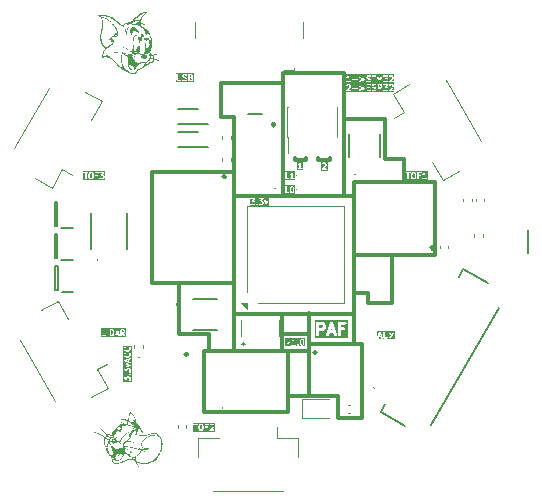
<source format=gbr>
%TF.GenerationSoftware,KiCad,Pcbnew,9.0.3*%
%TF.CreationDate,2025-09-25T19:14:03+02:00*%
%TF.ProjectId,PCB_PAPI,5043425f-5041-4504-992e-6b696361645f,rev?*%
%TF.SameCoordinates,Original*%
%TF.FileFunction,Legend,Top*%
%TF.FilePolarity,Positive*%
%FSLAX46Y46*%
G04 Gerber Fmt 4.6, Leading zero omitted, Abs format (unit mm)*
G04 Created by KiCad (PCBNEW 9.0.3) date 2025-09-25 19:14:03*
%MOMM*%
%LPD*%
G01*
G04 APERTURE LIST*
%ADD10C,0.125000*%
%ADD11C,0.300000*%
%ADD12C,0.100000*%
%ADD13C,0.250000*%
%ADD14C,0.200000*%
%ADD15C,0.000000*%
%ADD16C,0.120000*%
G04 APERTURE END LIST*
D10*
G36*
X135638188Y-76957309D02*
G01*
X135083422Y-76957309D01*
X135083422Y-76808391D01*
X135145922Y-76808391D01*
X135145922Y-76856227D01*
X135179746Y-76890051D01*
X135203664Y-76894809D01*
X135513188Y-76894809D01*
X135537106Y-76890051D01*
X135570930Y-76856227D01*
X135570930Y-76808391D01*
X135537106Y-76774567D01*
X135513188Y-76769809D01*
X135354552Y-76769809D01*
X135533572Y-76590789D01*
X135535311Y-76588185D01*
X135536593Y-76587545D01*
X135541552Y-76578846D01*
X135547121Y-76570512D01*
X135547121Y-76569077D01*
X135548671Y-76566359D01*
X135572481Y-76494930D01*
X135573733Y-76484991D01*
X135575688Y-76475166D01*
X135575688Y-76427547D01*
X135575076Y-76424475D01*
X135575530Y-76423116D01*
X135572884Y-76413454D01*
X135570930Y-76403629D01*
X135569916Y-76402615D01*
X135569090Y-76399596D01*
X135545279Y-76351977D01*
X135539138Y-76344065D01*
X135533572Y-76335734D01*
X135509763Y-76311925D01*
X135501431Y-76306358D01*
X135493520Y-76300218D01*
X135445901Y-76276408D01*
X135442882Y-76275581D01*
X135441868Y-76274567D01*
X135432037Y-76272611D01*
X135422381Y-76269967D01*
X135421021Y-76270420D01*
X135417950Y-76269809D01*
X135298902Y-76269809D01*
X135295830Y-76270420D01*
X135294471Y-76269967D01*
X135284809Y-76272612D01*
X135274984Y-76274567D01*
X135273970Y-76275580D01*
X135270951Y-76276407D01*
X135223332Y-76300218D01*
X135215420Y-76306358D01*
X135207089Y-76311925D01*
X135183280Y-76335734D01*
X135169732Y-76356011D01*
X135169732Y-76403845D01*
X135203557Y-76437670D01*
X135251391Y-76437670D01*
X135271668Y-76424122D01*
X135288306Y-76407483D01*
X135313655Y-76394809D01*
X135403196Y-76394809D01*
X135428547Y-76407485D01*
X135438013Y-76416951D01*
X135450688Y-76442300D01*
X135450688Y-76465022D01*
X135434750Y-76512834D01*
X135159470Y-76788115D01*
X135145924Y-76808388D01*
X135145922Y-76808391D01*
X135083422Y-76808391D01*
X135083422Y-76207309D01*
X135638188Y-76207309D01*
X135638188Y-76957309D01*
G37*
G36*
X132908192Y-77757309D02*
G01*
X131996283Y-77757309D01*
X131996283Y-77132309D01*
X132058783Y-77132309D01*
X132058783Y-77632309D01*
X132063541Y-77656227D01*
X132097365Y-77690051D01*
X132121283Y-77694809D01*
X132359378Y-77694809D01*
X132383296Y-77690051D01*
X132417120Y-77656227D01*
X132417120Y-77608391D01*
X132383296Y-77574567D01*
X132359378Y-77569809D01*
X132183783Y-77569809D01*
X132183783Y-77279596D01*
X132439893Y-77279596D01*
X132461286Y-77322382D01*
X132506666Y-77337509D01*
X132530186Y-77331068D01*
X132577805Y-77307259D01*
X132582593Y-77303542D01*
X132582593Y-77569809D01*
X132502236Y-77569809D01*
X132478318Y-77574567D01*
X132444494Y-77608391D01*
X132444494Y-77656227D01*
X132478318Y-77690051D01*
X132502236Y-77694809D01*
X132787950Y-77694809D01*
X132811868Y-77690051D01*
X132845692Y-77656227D01*
X132845692Y-77608391D01*
X132811868Y-77574567D01*
X132787950Y-77569809D01*
X132707593Y-77569809D01*
X132707593Y-77132309D01*
X132702835Y-77108391D01*
X132698284Y-77103840D01*
X132697023Y-77097532D01*
X132681881Y-77087437D01*
X132669011Y-77074567D01*
X132662576Y-77074567D01*
X132657221Y-77070997D01*
X132639371Y-77074567D01*
X132621175Y-77074567D01*
X132616626Y-77079116D01*
X132610316Y-77080378D01*
X132593090Y-77097640D01*
X132548902Y-77163921D01*
X132512834Y-77199990D01*
X132474286Y-77219264D01*
X132455020Y-77234216D01*
X132439893Y-77279596D01*
X132183783Y-77279596D01*
X132183783Y-77132309D01*
X132179025Y-77108391D01*
X132145201Y-77074567D01*
X132097365Y-77074567D01*
X132063541Y-77108391D01*
X132058783Y-77132309D01*
X131996283Y-77132309D01*
X131996283Y-77008497D01*
X132908192Y-77008497D01*
X132908192Y-77757309D01*
G37*
G36*
X132669500Y-78377485D02*
G01*
X132678965Y-78386950D01*
X132695169Y-78419359D01*
X132715450Y-78500480D01*
X132715450Y-78604137D01*
X132695169Y-78685258D01*
X132678964Y-78717668D01*
X132669500Y-78727133D01*
X132644148Y-78739809D01*
X132626037Y-78739809D01*
X132600686Y-78727134D01*
X132591221Y-78717669D01*
X132575015Y-78685258D01*
X132554736Y-78604139D01*
X132554736Y-78500478D01*
X132575015Y-78419359D01*
X132591221Y-78386949D01*
X132600687Y-78377483D01*
X132626036Y-78364809D01*
X132644148Y-78364809D01*
X132669500Y-78377485D01*
G37*
G36*
X132902950Y-78927309D02*
G01*
X131986283Y-78927309D01*
X131986283Y-78302309D01*
X132048783Y-78302309D01*
X132048783Y-78802309D01*
X132053541Y-78826227D01*
X132087365Y-78860051D01*
X132111283Y-78864809D01*
X132349378Y-78864809D01*
X132373296Y-78860051D01*
X132407120Y-78826227D01*
X132407120Y-78778391D01*
X132373296Y-78744567D01*
X132349378Y-78739809D01*
X132173783Y-78739809D01*
X132173783Y-78492785D01*
X132429736Y-78492785D01*
X132429736Y-78611833D01*
X132431229Y-78619342D01*
X132431602Y-78626991D01*
X132455411Y-78722229D01*
X132458336Y-78728421D01*
X132460144Y-78735022D01*
X132483954Y-78782641D01*
X132490092Y-78790549D01*
X132495660Y-78798883D01*
X132519469Y-78822693D01*
X132527796Y-78828257D01*
X132535714Y-78834402D01*
X132583332Y-78858211D01*
X132586351Y-78859037D01*
X132587365Y-78860051D01*
X132597192Y-78862005D01*
X132606853Y-78864651D01*
X132608211Y-78864198D01*
X132611283Y-78864809D01*
X132658902Y-78864809D01*
X132661971Y-78864198D01*
X132663332Y-78864652D01*
X132672998Y-78862004D01*
X132682820Y-78860051D01*
X132683833Y-78859037D01*
X132686852Y-78858211D01*
X132734471Y-78834402D01*
X132742386Y-78828258D01*
X132750715Y-78822694D01*
X132774525Y-78798884D01*
X132780088Y-78790557D01*
X132786233Y-78782640D01*
X132810042Y-78735022D01*
X132811849Y-78728420D01*
X132814774Y-78722230D01*
X132838584Y-78626992D01*
X132838956Y-78619342D01*
X132840450Y-78611833D01*
X132840450Y-78492785D01*
X132838956Y-78485275D01*
X132838584Y-78477626D01*
X132814774Y-78382388D01*
X132811849Y-78376197D01*
X132810042Y-78369596D01*
X132786233Y-78321978D01*
X132780088Y-78314060D01*
X132774524Y-78305733D01*
X132750714Y-78281924D01*
X132742380Y-78276356D01*
X132734472Y-78270218D01*
X132686853Y-78246408D01*
X132683834Y-78245581D01*
X132682820Y-78244567D01*
X132672989Y-78242611D01*
X132663333Y-78239967D01*
X132661973Y-78240420D01*
X132658902Y-78239809D01*
X132611283Y-78239809D01*
X132608211Y-78240420D01*
X132606852Y-78239967D01*
X132597190Y-78242612D01*
X132587365Y-78244567D01*
X132586351Y-78245580D01*
X132583332Y-78246407D01*
X132535713Y-78270218D01*
X132527801Y-78276358D01*
X132519470Y-78281925D01*
X132495661Y-78305734D01*
X132490094Y-78314065D01*
X132483954Y-78321977D01*
X132460144Y-78369596D01*
X132458336Y-78376196D01*
X132455411Y-78382389D01*
X132431602Y-78477627D01*
X132431229Y-78485275D01*
X132429736Y-78492785D01*
X132173783Y-78492785D01*
X132173783Y-78302309D01*
X132169025Y-78278391D01*
X132135201Y-78244567D01*
X132087365Y-78244567D01*
X132053541Y-78278391D01*
X132048783Y-78302309D01*
X131986283Y-78302309D01*
X131986283Y-78177309D01*
X132902950Y-78177309D01*
X132902950Y-78927309D01*
G37*
G36*
X130707156Y-79957309D02*
G01*
X129033422Y-79957309D01*
X129033422Y-79308391D01*
X129095922Y-79308391D01*
X129095922Y-79356227D01*
X129129746Y-79390051D01*
X129153664Y-79394809D01*
X129325452Y-79394809D01*
X129249485Y-79481628D01*
X129240617Y-79497028D01*
X129238779Y-79498867D01*
X129238779Y-79500221D01*
X129237316Y-79502762D01*
X129238779Y-79524712D01*
X129238779Y-79546703D01*
X129240349Y-79548273D01*
X129240497Y-79550490D01*
X129257045Y-79564969D01*
X129272603Y-79580527D01*
X129275480Y-79581099D01*
X129276498Y-79581990D01*
X129279089Y-79581817D01*
X129296521Y-79585285D01*
X129353196Y-79585285D01*
X129378547Y-79597961D01*
X129388013Y-79607427D01*
X129400688Y-79632776D01*
X129400688Y-79722317D01*
X129388012Y-79747667D01*
X129378547Y-79757133D01*
X129353196Y-79769809D01*
X129239847Y-79769809D01*
X129214495Y-79757133D01*
X129197858Y-79740496D01*
X129177581Y-79726948D01*
X129129747Y-79726948D01*
X129095922Y-79760773D01*
X129095922Y-79808607D01*
X129109470Y-79828884D01*
X129133280Y-79852694D01*
X129141606Y-79858257D01*
X129149524Y-79864402D01*
X129197142Y-79888211D01*
X129200161Y-79889037D01*
X129201175Y-79890051D01*
X129211002Y-79892005D01*
X129220663Y-79894651D01*
X129222021Y-79894198D01*
X129225093Y-79894809D01*
X129367950Y-79894809D01*
X129371019Y-79894198D01*
X129372380Y-79894652D01*
X129382046Y-79892004D01*
X129391868Y-79890051D01*
X129392881Y-79889037D01*
X129395900Y-79888211D01*
X129443519Y-79864402D01*
X129451433Y-79858259D01*
X129459764Y-79852693D01*
X129483573Y-79828883D01*
X129489140Y-79820549D01*
X129495279Y-79812641D01*
X129509308Y-79784584D01*
X129595921Y-79784584D01*
X129595922Y-79832418D01*
X129595924Y-79832420D01*
X129609470Y-79852694D01*
X129633279Y-79876503D01*
X129653552Y-79890048D01*
X129653555Y-79890051D01*
X129701389Y-79890052D01*
X129701390Y-79890051D01*
X129701391Y-79890051D01*
X129701392Y-79890049D01*
X129721666Y-79876504D01*
X129745476Y-79852695D01*
X129759025Y-79832418D01*
X129759026Y-79784584D01*
X129759024Y-79784582D01*
X129745477Y-79764306D01*
X129721667Y-79740496D01*
X129701393Y-79726950D01*
X129701391Y-79726948D01*
X129701390Y-79726948D01*
X129701389Y-79726947D01*
X129653555Y-79726948D01*
X129633278Y-79740497D01*
X129609469Y-79764307D01*
X129595921Y-79784584D01*
X129509308Y-79784584D01*
X129519090Y-79765022D01*
X129519916Y-79762002D01*
X129520930Y-79760989D01*
X129522884Y-79751163D01*
X129525530Y-79741502D01*
X129525076Y-79740142D01*
X129525688Y-79737071D01*
X129525688Y-79618023D01*
X129525076Y-79614951D01*
X129525530Y-79613592D01*
X129522884Y-79603930D01*
X129520930Y-79594105D01*
X129519916Y-79593091D01*
X129519090Y-79590072D01*
X129495279Y-79542453D01*
X129489138Y-79534541D01*
X129483572Y-79526210D01*
X129459763Y-79502401D01*
X129451431Y-79496834D01*
X129443520Y-79490694D01*
X129418566Y-79478216D01*
X129510224Y-79373465D01*
X129519093Y-79358063D01*
X129520930Y-79356227D01*
X129520930Y-79354874D01*
X129522394Y-79352332D01*
X129520930Y-79330372D01*
X129520930Y-79308391D01*
X129810207Y-79308391D01*
X129810207Y-79356227D01*
X129844031Y-79390051D01*
X129867949Y-79394809D01*
X130039737Y-79394809D01*
X129963770Y-79481628D01*
X129954902Y-79497028D01*
X129953064Y-79498867D01*
X129953064Y-79500221D01*
X129951601Y-79502762D01*
X129953064Y-79524712D01*
X129953064Y-79546703D01*
X129954634Y-79548273D01*
X129954782Y-79550490D01*
X129971330Y-79564969D01*
X129986888Y-79580527D01*
X129989765Y-79581099D01*
X129990783Y-79581990D01*
X129993374Y-79581817D01*
X130010806Y-79585285D01*
X130067481Y-79585285D01*
X130092832Y-79597961D01*
X130102298Y-79607427D01*
X130114973Y-79632776D01*
X130114973Y-79722317D01*
X130102297Y-79747667D01*
X130092832Y-79757133D01*
X130067481Y-79769809D01*
X129954132Y-79769809D01*
X129928780Y-79757133D01*
X129912143Y-79740496D01*
X129891866Y-79726948D01*
X129844032Y-79726948D01*
X129810207Y-79760773D01*
X129810207Y-79808607D01*
X129823755Y-79828884D01*
X129847565Y-79852694D01*
X129855891Y-79858257D01*
X129863809Y-79864402D01*
X129911427Y-79888211D01*
X129914446Y-79889037D01*
X129915460Y-79890051D01*
X129925287Y-79892005D01*
X129934948Y-79894651D01*
X129936306Y-79894198D01*
X129939378Y-79894809D01*
X130082235Y-79894809D01*
X130085304Y-79894198D01*
X130086665Y-79894652D01*
X130096331Y-79892004D01*
X130106153Y-79890051D01*
X130107166Y-79889037D01*
X130110185Y-79888211D01*
X130157804Y-79864402D01*
X130165718Y-79858259D01*
X130174049Y-79852693D01*
X130197858Y-79828883D01*
X130203425Y-79820549D01*
X130209564Y-79812641D01*
X130233375Y-79765022D01*
X130234201Y-79762002D01*
X130235215Y-79760989D01*
X130237169Y-79751163D01*
X130239815Y-79741502D01*
X130239361Y-79740142D01*
X130239973Y-79737071D01*
X130239973Y-79618023D01*
X130239361Y-79614951D01*
X130239815Y-79613592D01*
X130237169Y-79603930D01*
X130235215Y-79594105D01*
X130234201Y-79593091D01*
X130233375Y-79590072D01*
X130209564Y-79542453D01*
X130203423Y-79534541D01*
X130197857Y-79526210D01*
X130174048Y-79502401D01*
X130165716Y-79496834D01*
X130164477Y-79495872D01*
X130281716Y-79495872D01*
X130285280Y-79519997D01*
X130404328Y-79853330D01*
X130416854Y-79874255D01*
X130419831Y-79875665D01*
X130421242Y-79878643D01*
X130441058Y-79885720D01*
X130460083Y-79894732D01*
X130463187Y-79893623D01*
X130466291Y-79894732D01*
X130485313Y-79885721D01*
X130505132Y-79878643D01*
X130506542Y-79875664D01*
X130509521Y-79874254D01*
X130522046Y-79853330D01*
X130641093Y-79519997D01*
X130644656Y-79495873D01*
X130624179Y-79452643D01*
X130579130Y-79436554D01*
X130535900Y-79457031D01*
X130523375Y-79477956D01*
X130463186Y-79646483D01*
X130402998Y-79477955D01*
X130390473Y-79457031D01*
X130347243Y-79436553D01*
X130302194Y-79452642D01*
X130281716Y-79495872D01*
X130164477Y-79495872D01*
X130157805Y-79490694D01*
X130132851Y-79478216D01*
X130224509Y-79373465D01*
X130233378Y-79358063D01*
X130235215Y-79356227D01*
X130235215Y-79354874D01*
X130236679Y-79352332D01*
X130235215Y-79330372D01*
X130235215Y-79308391D01*
X130233644Y-79306820D01*
X130233497Y-79304604D01*
X130216944Y-79290120D01*
X130201391Y-79274567D01*
X130198515Y-79273994D01*
X130197496Y-79273103D01*
X130194901Y-79273275D01*
X130177473Y-79269809D01*
X129867949Y-79269809D01*
X129844031Y-79274567D01*
X129810207Y-79308391D01*
X129520930Y-79308391D01*
X129519359Y-79306820D01*
X129519212Y-79304604D01*
X129502659Y-79290120D01*
X129487106Y-79274567D01*
X129484230Y-79273994D01*
X129483211Y-79273103D01*
X129480616Y-79273275D01*
X129463188Y-79269809D01*
X129153664Y-79269809D01*
X129129746Y-79274567D01*
X129095922Y-79308391D01*
X129033422Y-79308391D01*
X129033422Y-79207309D01*
X130707156Y-79207309D01*
X130707156Y-79957309D01*
G37*
G36*
X118726952Y-93064383D02*
G01*
X118629952Y-93032050D01*
X118726952Y-92999717D01*
X118726952Y-93064383D01*
G37*
G36*
X119057309Y-94866577D02*
G01*
X118307309Y-94866577D01*
X118307309Y-94436811D01*
X118369809Y-94436811D01*
X118369809Y-94746335D01*
X118374567Y-94770253D01*
X118408391Y-94804077D01*
X118456227Y-94804077D01*
X118490051Y-94770253D01*
X118494809Y-94746335D01*
X118494809Y-94574546D01*
X118581629Y-94650514D01*
X118597030Y-94659383D01*
X118598867Y-94661220D01*
X118600220Y-94661220D01*
X118602762Y-94662684D01*
X118624721Y-94661220D01*
X118646703Y-94661220D01*
X118648273Y-94659649D01*
X118650490Y-94659502D01*
X118664973Y-94642949D01*
X118680527Y-94627396D01*
X118681099Y-94624520D01*
X118681991Y-94623501D01*
X118681818Y-94620906D01*
X118685285Y-94603478D01*
X118685285Y-94546802D01*
X118697961Y-94521451D01*
X118707427Y-94511985D01*
X118732776Y-94499311D01*
X118822317Y-94499311D01*
X118847669Y-94511987D01*
X118857134Y-94521452D01*
X118869809Y-94546802D01*
X118869809Y-94660152D01*
X118857133Y-94685503D01*
X118840496Y-94702141D01*
X118826948Y-94722418D01*
X118826948Y-94770252D01*
X118860773Y-94804077D01*
X118908607Y-94804077D01*
X118928884Y-94790529D01*
X118952694Y-94766719D01*
X118958257Y-94758392D01*
X118964402Y-94750475D01*
X118988211Y-94702857D01*
X118989037Y-94699837D01*
X118990051Y-94698824D01*
X118992005Y-94688996D01*
X118994651Y-94679336D01*
X118994198Y-94677977D01*
X118994809Y-94674906D01*
X118994809Y-94532049D01*
X118994198Y-94528977D01*
X118994651Y-94527619D01*
X118992005Y-94517958D01*
X118990051Y-94508131D01*
X118989037Y-94507117D01*
X118988211Y-94504098D01*
X118964402Y-94456480D01*
X118958257Y-94448562D01*
X118952693Y-94440235D01*
X118928883Y-94416426D01*
X118920549Y-94410858D01*
X118912641Y-94404720D01*
X118865022Y-94380910D01*
X118862003Y-94380083D01*
X118860989Y-94379069D01*
X118851158Y-94377113D01*
X118841502Y-94374469D01*
X118840142Y-94374922D01*
X118837071Y-94374311D01*
X118718023Y-94374311D01*
X118714951Y-94374922D01*
X118713592Y-94374469D01*
X118703930Y-94377114D01*
X118694105Y-94379069D01*
X118693091Y-94380082D01*
X118690072Y-94380909D01*
X118642453Y-94404720D01*
X118634541Y-94410860D01*
X118626210Y-94416427D01*
X118602401Y-94440236D01*
X118596834Y-94448567D01*
X118590694Y-94456479D01*
X118578217Y-94481432D01*
X118473466Y-94389775D01*
X118458065Y-94380907D01*
X118456227Y-94379069D01*
X118454873Y-94379069D01*
X118452332Y-94377606D01*
X118430381Y-94379069D01*
X118408391Y-94379069D01*
X118406820Y-94380639D01*
X118404604Y-94380787D01*
X118390124Y-94397335D01*
X118374567Y-94412893D01*
X118373994Y-94415770D01*
X118373104Y-94416788D01*
X118373276Y-94419379D01*
X118369809Y-94436811D01*
X118307309Y-94436811D01*
X118307309Y-94198610D01*
X118826947Y-94198610D01*
X118826948Y-94246444D01*
X118840497Y-94266721D01*
X118864307Y-94290530D01*
X118884584Y-94304078D01*
X118932419Y-94304077D01*
X118932423Y-94304072D01*
X118952694Y-94290529D01*
X118976503Y-94266720D01*
X118990046Y-94246449D01*
X118990051Y-94246445D01*
X118990052Y-94198610D01*
X118976504Y-94178333D01*
X118952695Y-94154523D01*
X118932418Y-94140974D01*
X118884584Y-94140973D01*
X118884583Y-94140974D01*
X118864306Y-94154522D01*
X118840496Y-94178332D01*
X118826950Y-94198605D01*
X118826948Y-94198608D01*
X118826947Y-94198610D01*
X118307309Y-94198610D01*
X118307309Y-93722526D01*
X118369809Y-93722526D01*
X118369809Y-94032050D01*
X118374567Y-94055968D01*
X118408391Y-94089792D01*
X118456227Y-94089792D01*
X118490051Y-94055968D01*
X118494809Y-94032050D01*
X118494809Y-93860261D01*
X118581629Y-93936229D01*
X118597030Y-93945098D01*
X118598867Y-93946935D01*
X118600220Y-93946935D01*
X118602762Y-93948399D01*
X118624721Y-93946935D01*
X118646703Y-93946935D01*
X118648273Y-93945364D01*
X118650490Y-93945217D01*
X118664973Y-93928664D01*
X118680527Y-93913111D01*
X118681099Y-93910235D01*
X118681991Y-93909216D01*
X118681818Y-93906621D01*
X118685285Y-93889193D01*
X118685285Y-93832517D01*
X118697961Y-93807166D01*
X118707427Y-93797700D01*
X118732776Y-93785026D01*
X118822317Y-93785026D01*
X118847669Y-93797702D01*
X118857134Y-93807167D01*
X118869809Y-93832517D01*
X118869809Y-93945867D01*
X118857133Y-93971218D01*
X118840496Y-93987856D01*
X118826948Y-94008133D01*
X118826948Y-94055967D01*
X118860773Y-94089792D01*
X118908607Y-94089792D01*
X118928884Y-94076244D01*
X118952694Y-94052434D01*
X118958257Y-94044107D01*
X118964402Y-94036190D01*
X118988211Y-93988572D01*
X118989037Y-93985552D01*
X118990051Y-93984539D01*
X118992005Y-93974711D01*
X118994651Y-93965051D01*
X118994198Y-93963692D01*
X118994809Y-93960621D01*
X118994809Y-93817764D01*
X118994198Y-93814692D01*
X118994651Y-93813334D01*
X118992005Y-93803673D01*
X118990051Y-93793846D01*
X118989037Y-93792832D01*
X118988211Y-93789813D01*
X118964402Y-93742195D01*
X118958257Y-93734277D01*
X118952693Y-93725950D01*
X118928883Y-93702141D01*
X118920549Y-93696573D01*
X118912641Y-93690435D01*
X118865022Y-93666625D01*
X118862003Y-93665798D01*
X118860989Y-93664784D01*
X118851158Y-93662828D01*
X118841502Y-93660184D01*
X118840142Y-93660637D01*
X118837071Y-93660026D01*
X118718023Y-93660026D01*
X118714951Y-93660637D01*
X118713592Y-93660184D01*
X118703930Y-93662829D01*
X118694105Y-93664784D01*
X118693091Y-93665797D01*
X118690072Y-93666624D01*
X118642453Y-93690435D01*
X118634541Y-93696575D01*
X118626210Y-93702142D01*
X118602401Y-93725951D01*
X118596834Y-93734282D01*
X118590694Y-93742194D01*
X118578217Y-93767147D01*
X118473466Y-93675490D01*
X118458065Y-93666622D01*
X118456227Y-93664784D01*
X118454873Y-93664784D01*
X118452332Y-93663321D01*
X118430381Y-93664784D01*
X118408391Y-93664784D01*
X118406820Y-93666354D01*
X118404604Y-93666502D01*
X118390124Y-93683050D01*
X118374567Y-93698608D01*
X118373994Y-93701485D01*
X118373104Y-93702503D01*
X118373276Y-93705094D01*
X118369809Y-93722526D01*
X118307309Y-93722526D01*
X118307309Y-93320869D01*
X118536553Y-93320869D01*
X118557031Y-93364099D01*
X118577955Y-93376624D01*
X118746482Y-93436812D01*
X118577955Y-93497001D01*
X118557031Y-93509526D01*
X118536553Y-93552756D01*
X118552642Y-93597805D01*
X118595872Y-93618283D01*
X118619997Y-93614719D01*
X118953330Y-93495671D01*
X118974255Y-93483145D01*
X118975665Y-93480166D01*
X118978642Y-93478757D01*
X118985716Y-93458949D01*
X118994732Y-93439916D01*
X118993622Y-93436810D01*
X118994731Y-93433708D01*
X118985722Y-93414690D01*
X118978643Y-93394867D01*
X118975664Y-93393456D01*
X118974254Y-93390478D01*
X118953329Y-93377953D01*
X118619997Y-93258906D01*
X118595872Y-93255342D01*
X118552642Y-93275820D01*
X118536553Y-93320869D01*
X118307309Y-93320869D01*
X118307309Y-93027620D01*
X118369967Y-93027620D01*
X118371444Y-93032051D01*
X118369967Y-93036482D01*
X118378829Y-93054206D01*
X118385094Y-93073001D01*
X118389270Y-93075089D01*
X118391359Y-93079266D01*
X118412545Y-93091344D01*
X118912545Y-93258010D01*
X118936740Y-93261059D01*
X118979524Y-93239667D01*
X118994651Y-93194286D01*
X118973259Y-93151502D01*
X118952073Y-93139424D01*
X118851952Y-93106050D01*
X118851952Y-92958050D01*
X118952073Y-92924677D01*
X118973259Y-92912599D01*
X118994651Y-92869815D01*
X118979524Y-92824434D01*
X118936740Y-92803042D01*
X118912544Y-92806091D01*
X118412545Y-92972758D01*
X118391359Y-92984836D01*
X118389270Y-92989012D01*
X118385094Y-92991101D01*
X118378829Y-93009896D01*
X118369967Y-93027620D01*
X118307309Y-93027620D01*
X118307309Y-92508242D01*
X118369809Y-92508242D01*
X118369809Y-92555861D01*
X118371763Y-92565684D01*
X118373016Y-92575626D01*
X118396826Y-92647054D01*
X118398377Y-92649774D01*
X118398377Y-92651206D01*
X118403937Y-92659528D01*
X118408904Y-92668240D01*
X118410186Y-92668881D01*
X118411925Y-92671483D01*
X118459544Y-92719102D01*
X118467875Y-92724668D01*
X118475787Y-92730809D01*
X118523406Y-92754620D01*
X118530010Y-92756428D01*
X118536199Y-92759352D01*
X118631437Y-92783161D01*
X118639085Y-92783533D01*
X118646595Y-92785027D01*
X118718023Y-92785027D01*
X118725532Y-92783533D01*
X118733181Y-92783161D01*
X118828419Y-92759352D01*
X118834611Y-92756426D01*
X118841212Y-92754619D01*
X118888831Y-92730809D01*
X118896733Y-92724675D01*
X118905074Y-92719103D01*
X118952694Y-92671484D01*
X118954433Y-92668880D01*
X118955716Y-92668239D01*
X118960677Y-92659534D01*
X118966242Y-92651207D01*
X118966242Y-92649773D01*
X118967793Y-92647053D01*
X118991602Y-92575625D01*
X118992855Y-92565681D01*
X118994809Y-92555861D01*
X118994809Y-92508242D01*
X118992855Y-92498420D01*
X118991602Y-92488479D01*
X118967793Y-92417049D01*
X118966242Y-92414328D01*
X118966242Y-92412895D01*
X118960680Y-92404571D01*
X118955716Y-92395863D01*
X118954432Y-92395221D01*
X118952693Y-92392618D01*
X118928883Y-92368809D01*
X118908606Y-92355261D01*
X118860772Y-92355262D01*
X118826947Y-92389088D01*
X118826948Y-92436922D01*
X118840497Y-92457199D01*
X118853872Y-92470573D01*
X118869809Y-92518384D01*
X118869809Y-92545718D01*
X118853873Y-92593526D01*
X118823856Y-92623542D01*
X118791448Y-92639747D01*
X118710329Y-92660027D01*
X118654289Y-92660027D01*
X118573169Y-92639747D01*
X118540761Y-92623543D01*
X118510746Y-92593528D01*
X118494809Y-92545716D01*
X118494809Y-92518385D01*
X118510746Y-92470573D01*
X118524122Y-92457198D01*
X118537670Y-92436921D01*
X118537670Y-92389087D01*
X118503845Y-92355262D01*
X118456011Y-92355262D01*
X118435734Y-92368810D01*
X118411925Y-92392619D01*
X118410186Y-92395220D01*
X118408904Y-92395862D01*
X118403937Y-92404573D01*
X118398377Y-92412896D01*
X118398377Y-92414327D01*
X118396826Y-92417048D01*
X118373016Y-92488478D01*
X118371763Y-92498416D01*
X118369809Y-92508242D01*
X118307309Y-92508242D01*
X118307309Y-92008242D01*
X118369809Y-92008242D01*
X118369809Y-92055861D01*
X118371763Y-92065684D01*
X118373016Y-92075626D01*
X118396826Y-92147054D01*
X118398377Y-92149774D01*
X118398377Y-92151206D01*
X118403937Y-92159528D01*
X118408904Y-92168240D01*
X118410186Y-92168881D01*
X118411925Y-92171483D01*
X118459544Y-92219102D01*
X118467875Y-92224668D01*
X118475787Y-92230809D01*
X118523406Y-92254620D01*
X118530010Y-92256428D01*
X118536199Y-92259352D01*
X118631437Y-92283161D01*
X118639085Y-92283533D01*
X118646595Y-92285027D01*
X118718023Y-92285027D01*
X118725532Y-92283533D01*
X118733181Y-92283161D01*
X118828419Y-92259352D01*
X118834611Y-92256426D01*
X118841212Y-92254619D01*
X118888831Y-92230809D01*
X118896733Y-92224675D01*
X118905074Y-92219103D01*
X118952694Y-92171484D01*
X118954433Y-92168880D01*
X118955716Y-92168239D01*
X118960677Y-92159534D01*
X118966242Y-92151207D01*
X118966242Y-92149773D01*
X118967793Y-92147053D01*
X118991602Y-92075625D01*
X118992855Y-92065681D01*
X118994809Y-92055861D01*
X118994809Y-92008242D01*
X118992855Y-91998420D01*
X118991602Y-91988479D01*
X118967793Y-91917049D01*
X118966242Y-91914328D01*
X118966242Y-91912895D01*
X118960680Y-91904571D01*
X118955716Y-91895863D01*
X118954432Y-91895221D01*
X118952693Y-91892618D01*
X118928883Y-91868809D01*
X118908606Y-91855261D01*
X118860772Y-91855262D01*
X118826947Y-91889088D01*
X118826948Y-91936922D01*
X118840497Y-91957199D01*
X118853872Y-91970573D01*
X118869809Y-92018384D01*
X118869809Y-92045718D01*
X118853873Y-92093526D01*
X118823856Y-92123542D01*
X118791448Y-92139747D01*
X118710329Y-92160027D01*
X118654289Y-92160027D01*
X118573169Y-92139747D01*
X118540761Y-92123543D01*
X118510746Y-92093528D01*
X118494809Y-92045716D01*
X118494809Y-92018385D01*
X118510746Y-91970573D01*
X118524122Y-91957198D01*
X118537670Y-91936921D01*
X118537670Y-91889087D01*
X118503845Y-91855262D01*
X118456011Y-91855262D01*
X118435734Y-91868810D01*
X118411925Y-91892619D01*
X118410186Y-91895220D01*
X118408904Y-91895862D01*
X118403937Y-91904573D01*
X118398377Y-91912896D01*
X118398377Y-91914327D01*
X118396826Y-91917048D01*
X118373016Y-91988478D01*
X118371763Y-91998416D01*
X118369809Y-92008242D01*
X118307309Y-92008242D01*
X118307309Y-91792761D01*
X119057309Y-91792761D01*
X119057309Y-94866577D01*
G37*
G36*
X124983308Y-98507485D02*
G01*
X125011513Y-98535690D01*
X125029259Y-98606671D01*
X125029259Y-98757946D01*
X125011513Y-98828926D01*
X124983306Y-98857134D01*
X124957957Y-98869809D01*
X124892227Y-98869809D01*
X124866878Y-98857134D01*
X124838670Y-98828926D01*
X124820926Y-98757948D01*
X124820926Y-98606669D01*
X124838670Y-98535690D01*
X124866877Y-98507483D01*
X124892226Y-98494809D01*
X124957957Y-98494809D01*
X124983308Y-98507485D01*
G37*
G36*
X126121521Y-99057309D02*
G01*
X124209613Y-99057309D01*
X124209613Y-98408391D01*
X124272113Y-98408391D01*
X124272113Y-98456227D01*
X124305937Y-98490051D01*
X124329855Y-98494809D01*
X124410212Y-98494809D01*
X124410212Y-98932309D01*
X124414970Y-98956227D01*
X124448794Y-98990051D01*
X124496630Y-98990051D01*
X124530454Y-98956227D01*
X124535212Y-98932309D01*
X124535212Y-98598976D01*
X124695926Y-98598976D01*
X124695926Y-98765642D01*
X124697419Y-98773151D01*
X124697792Y-98780800D01*
X124721601Y-98876038D01*
X124724492Y-98882157D01*
X124724492Y-98884797D01*
X124728748Y-98891168D01*
X124732018Y-98898088D01*
X124734278Y-98899444D01*
X124738040Y-98905074D01*
X124785659Y-98952694D01*
X124793992Y-98958261D01*
X124801904Y-98964402D01*
X124849522Y-98988211D01*
X124852541Y-98989037D01*
X124853555Y-98990051D01*
X124863382Y-98992005D01*
X124873043Y-98994651D01*
X124874401Y-98994198D01*
X124877473Y-98994809D01*
X124972711Y-98994809D01*
X124975780Y-98994198D01*
X124977141Y-98994652D01*
X124986807Y-98992004D01*
X124996629Y-98990051D01*
X124997642Y-98989037D01*
X125000661Y-98988211D01*
X125048280Y-98964402D01*
X125056188Y-98958263D01*
X125064525Y-98952694D01*
X125112144Y-98905074D01*
X125115903Y-98899446D01*
X125118166Y-98898089D01*
X125121438Y-98891162D01*
X125125691Y-98884797D01*
X125125691Y-98882160D01*
X125128583Y-98876039D01*
X125152393Y-98780801D01*
X125152765Y-98773151D01*
X125154259Y-98765642D01*
X125154259Y-98598976D01*
X125152765Y-98591466D01*
X125152393Y-98583817D01*
X125128583Y-98488579D01*
X125125691Y-98482457D01*
X125125691Y-98479821D01*
X125121439Y-98473457D01*
X125118166Y-98466529D01*
X125115902Y-98465171D01*
X125112143Y-98459544D01*
X125084908Y-98432309D01*
X125243545Y-98432309D01*
X125243545Y-98932309D01*
X125248303Y-98956227D01*
X125282127Y-98990051D01*
X125329963Y-98990051D01*
X125363787Y-98956227D01*
X125368545Y-98932309D01*
X125368545Y-98908391D01*
X125629255Y-98908391D01*
X125629255Y-98956227D01*
X125663079Y-98990051D01*
X125686997Y-98994809D01*
X125996521Y-98994809D01*
X126020439Y-98990051D01*
X126054263Y-98956227D01*
X126054263Y-98908391D01*
X126020439Y-98874567D01*
X125996521Y-98869809D01*
X125837885Y-98869809D01*
X126016905Y-98690789D01*
X126018644Y-98688185D01*
X126019926Y-98687545D01*
X126024885Y-98678846D01*
X126030454Y-98670512D01*
X126030454Y-98669077D01*
X126032004Y-98666359D01*
X126055814Y-98594930D01*
X126057066Y-98584991D01*
X126059021Y-98575166D01*
X126059021Y-98527547D01*
X126058409Y-98524475D01*
X126058863Y-98523116D01*
X126056217Y-98513454D01*
X126054263Y-98503629D01*
X126053249Y-98502615D01*
X126052423Y-98499596D01*
X126028612Y-98451977D01*
X126022471Y-98444065D01*
X126016905Y-98435734D01*
X125993096Y-98411925D01*
X125984764Y-98406358D01*
X125976853Y-98400218D01*
X125929234Y-98376408D01*
X125926215Y-98375581D01*
X125925201Y-98374567D01*
X125915370Y-98372611D01*
X125905714Y-98369967D01*
X125904354Y-98370420D01*
X125901283Y-98369809D01*
X125782235Y-98369809D01*
X125779163Y-98370420D01*
X125777804Y-98369967D01*
X125768142Y-98372612D01*
X125758317Y-98374567D01*
X125757303Y-98375580D01*
X125754284Y-98376407D01*
X125706665Y-98400218D01*
X125698753Y-98406358D01*
X125690422Y-98411925D01*
X125666613Y-98435734D01*
X125653065Y-98456011D01*
X125653065Y-98503845D01*
X125686890Y-98537670D01*
X125734724Y-98537670D01*
X125755001Y-98524122D01*
X125771639Y-98507483D01*
X125796988Y-98494809D01*
X125886529Y-98494809D01*
X125911880Y-98507485D01*
X125921346Y-98516951D01*
X125934021Y-98542300D01*
X125934021Y-98565022D01*
X125918083Y-98612834D01*
X125642803Y-98888115D01*
X125629257Y-98908388D01*
X125629255Y-98908391D01*
X125368545Y-98908391D01*
X125368545Y-98732904D01*
X125472712Y-98732904D01*
X125496630Y-98728146D01*
X125530454Y-98694322D01*
X125530454Y-98646486D01*
X125496630Y-98612662D01*
X125472712Y-98607904D01*
X125368545Y-98607904D01*
X125368545Y-98494809D01*
X125544140Y-98494809D01*
X125568058Y-98490051D01*
X125601882Y-98456227D01*
X125601882Y-98408391D01*
X125568058Y-98374567D01*
X125544140Y-98369809D01*
X125306045Y-98369809D01*
X125282127Y-98374567D01*
X125248303Y-98408391D01*
X125243545Y-98432309D01*
X125084908Y-98432309D01*
X125064524Y-98411925D01*
X125056192Y-98406358D01*
X125048281Y-98400218D01*
X125000662Y-98376408D01*
X124997643Y-98375581D01*
X124996629Y-98374567D01*
X124986798Y-98372611D01*
X124977142Y-98369967D01*
X124975782Y-98370420D01*
X124972711Y-98369809D01*
X124877473Y-98369809D01*
X124874401Y-98370420D01*
X124873042Y-98369967D01*
X124863380Y-98372612D01*
X124853555Y-98374567D01*
X124852541Y-98375580D01*
X124849522Y-98376407D01*
X124801903Y-98400218D01*
X124793991Y-98406358D01*
X124785660Y-98411925D01*
X124738041Y-98459544D01*
X124734280Y-98465172D01*
X124732018Y-98466530D01*
X124728746Y-98473454D01*
X124724493Y-98479821D01*
X124724493Y-98482458D01*
X124721601Y-98488580D01*
X124697792Y-98583818D01*
X124697419Y-98591466D01*
X124695926Y-98598976D01*
X124535212Y-98598976D01*
X124535212Y-98494809D01*
X124615569Y-98494809D01*
X124639487Y-98490051D01*
X124673311Y-98456227D01*
X124673311Y-98408391D01*
X124639487Y-98374567D01*
X124615569Y-98369809D01*
X124329855Y-98369809D01*
X124305937Y-98374567D01*
X124272113Y-98408391D01*
X124209613Y-98408391D01*
X124209613Y-98307309D01*
X126121521Y-98307309D01*
X126121521Y-99057309D01*
G37*
G36*
X124105618Y-69148842D02*
G01*
X124111822Y-69155045D01*
X124124497Y-69180395D01*
X124124497Y-69222317D01*
X124111821Y-69247668D01*
X124102357Y-69257133D01*
X124077005Y-69269809D01*
X123963783Y-69269809D01*
X123963783Y-69132904D01*
X124057806Y-69132904D01*
X124105618Y-69148842D01*
G37*
G36*
X124078547Y-68907485D02*
G01*
X124088013Y-68916951D01*
X124100688Y-68942300D01*
X124100688Y-68960412D01*
X124088012Y-68985762D01*
X124078547Y-68995228D01*
X124053196Y-69007904D01*
X123963783Y-69007904D01*
X123963783Y-68894809D01*
X124053196Y-68894809D01*
X124078547Y-68907485D01*
G37*
G36*
X124311997Y-69457309D02*
G01*
X122776283Y-69457309D01*
X122776283Y-68832309D01*
X122838783Y-68832309D01*
X122838783Y-69237071D01*
X122839394Y-69240142D01*
X122838941Y-69241502D01*
X122841585Y-69251158D01*
X122843541Y-69260989D01*
X122844555Y-69262003D01*
X122845382Y-69265022D01*
X122869192Y-69312641D01*
X122875330Y-69320549D01*
X122880898Y-69328883D01*
X122904707Y-69352693D01*
X122913034Y-69358257D01*
X122920952Y-69364402D01*
X122968570Y-69388211D01*
X122971589Y-69389037D01*
X122972603Y-69390051D01*
X122982430Y-69392005D01*
X122992091Y-69394651D01*
X122993449Y-69394198D01*
X122996521Y-69394809D01*
X123091759Y-69394809D01*
X123094828Y-69394198D01*
X123096189Y-69394652D01*
X123105855Y-69392004D01*
X123115677Y-69390051D01*
X123116690Y-69389037D01*
X123119709Y-69388211D01*
X123167328Y-69364402D01*
X123175243Y-69358258D01*
X123183572Y-69352694D01*
X123207382Y-69328884D01*
X123212945Y-69320557D01*
X123219090Y-69312640D01*
X123242899Y-69265022D01*
X123243725Y-69262002D01*
X123244739Y-69260989D01*
X123246693Y-69251161D01*
X123249339Y-69241501D01*
X123248886Y-69240142D01*
X123249497Y-69237071D01*
X123249497Y-68927547D01*
X123338784Y-68927547D01*
X123338784Y-68975166D01*
X123339394Y-68978235D01*
X123338941Y-68979596D01*
X123341588Y-68989262D01*
X123343542Y-68999084D01*
X123344555Y-69000097D01*
X123345382Y-69003116D01*
X123369191Y-69050735D01*
X123375334Y-69058650D01*
X123380899Y-69066979D01*
X123404709Y-69090789D01*
X123413035Y-69096352D01*
X123420953Y-69102497D01*
X123468571Y-69126306D01*
X123475172Y-69128113D01*
X123481363Y-69131038D01*
X123569946Y-69153184D01*
X123602357Y-69169389D01*
X123611822Y-69178855D01*
X123624498Y-69204205D01*
X123624498Y-69222317D01*
X123611822Y-69247667D01*
X123602357Y-69257133D01*
X123577006Y-69269809D01*
X123482855Y-69269809D01*
X123421048Y-69249207D01*
X123396853Y-69246158D01*
X123354068Y-69267550D01*
X123338942Y-69312931D01*
X123360334Y-69355716D01*
X123381520Y-69367793D01*
X123452948Y-69391602D01*
X123462891Y-69392855D01*
X123472712Y-69394809D01*
X123591760Y-69394809D01*
X123594829Y-69394198D01*
X123596190Y-69394652D01*
X123605856Y-69392004D01*
X123615678Y-69390051D01*
X123616691Y-69389037D01*
X123619710Y-69388211D01*
X123667329Y-69364402D01*
X123675243Y-69358259D01*
X123683574Y-69352693D01*
X123707383Y-69328883D01*
X123712950Y-69320549D01*
X123719089Y-69312641D01*
X123742900Y-69265022D01*
X123743726Y-69262002D01*
X123744740Y-69260989D01*
X123746694Y-69251163D01*
X123749340Y-69241502D01*
X123748886Y-69240142D01*
X123749498Y-69237071D01*
X123749498Y-69189452D01*
X123748886Y-69186380D01*
X123749340Y-69185021D01*
X123746694Y-69175359D01*
X123744740Y-69165534D01*
X123743726Y-69164520D01*
X123742900Y-69161501D01*
X123719089Y-69113882D01*
X123712950Y-69105973D01*
X123707383Y-69097640D01*
X123683574Y-69073830D01*
X123675243Y-69068263D01*
X123667329Y-69062121D01*
X123619710Y-69038312D01*
X123613108Y-69036504D01*
X123606919Y-69033580D01*
X123518334Y-69011433D01*
X123485924Y-68995228D01*
X123476460Y-68985764D01*
X123463784Y-68960412D01*
X123463784Y-68942301D01*
X123476459Y-68916949D01*
X123485925Y-68907484D01*
X123511275Y-68894809D01*
X123605426Y-68894809D01*
X123667234Y-68915412D01*
X123691429Y-68918461D01*
X123734213Y-68897069D01*
X123749341Y-68851688D01*
X123739651Y-68832309D01*
X123838783Y-68832309D01*
X123838783Y-69332309D01*
X123843541Y-69356227D01*
X123877365Y-69390051D01*
X123901283Y-69394809D01*
X124091759Y-69394809D01*
X124094828Y-69394198D01*
X124096189Y-69394652D01*
X124105855Y-69392004D01*
X124115677Y-69390051D01*
X124116690Y-69389037D01*
X124119709Y-69388211D01*
X124167328Y-69364402D01*
X124175243Y-69358258D01*
X124183572Y-69352694D01*
X124207382Y-69328884D01*
X124212945Y-69320557D01*
X124219090Y-69312640D01*
X124242899Y-69265022D01*
X124243725Y-69262002D01*
X124244739Y-69260989D01*
X124246693Y-69251161D01*
X124249339Y-69241501D01*
X124248886Y-69240142D01*
X124249497Y-69237071D01*
X124249497Y-69165642D01*
X124248886Y-69162570D01*
X124249339Y-69161212D01*
X124246693Y-69151551D01*
X124244739Y-69141724D01*
X124243725Y-69140710D01*
X124242899Y-69137691D01*
X124219090Y-69090073D01*
X124212945Y-69082155D01*
X124207381Y-69073828D01*
X124190476Y-69056924D01*
X124195279Y-69050736D01*
X124219090Y-69003117D01*
X124219916Y-69000097D01*
X124220930Y-68999084D01*
X124222884Y-68989258D01*
X124225530Y-68979597D01*
X124225076Y-68978237D01*
X124225688Y-68975166D01*
X124225688Y-68927547D01*
X124225076Y-68924475D01*
X124225530Y-68923116D01*
X124222884Y-68913454D01*
X124220930Y-68903629D01*
X124219916Y-68902615D01*
X124219090Y-68899596D01*
X124195279Y-68851977D01*
X124189138Y-68844065D01*
X124183572Y-68835734D01*
X124159763Y-68811925D01*
X124151431Y-68806358D01*
X124143520Y-68800218D01*
X124095901Y-68776408D01*
X124092882Y-68775581D01*
X124091868Y-68774567D01*
X124082037Y-68772611D01*
X124072381Y-68769967D01*
X124071021Y-68770420D01*
X124067950Y-68769809D01*
X123901283Y-68769809D01*
X123877365Y-68774567D01*
X123843541Y-68808391D01*
X123838783Y-68832309D01*
X123739651Y-68832309D01*
X123727949Y-68808904D01*
X123706763Y-68796826D01*
X123635333Y-68773016D01*
X123625394Y-68771763D01*
X123615569Y-68769809D01*
X123496522Y-68769809D01*
X123493450Y-68770420D01*
X123492091Y-68769967D01*
X123482429Y-68772612D01*
X123472604Y-68774567D01*
X123471590Y-68775580D01*
X123468571Y-68776407D01*
X123420952Y-68800218D01*
X123413043Y-68806356D01*
X123404710Y-68811924D01*
X123380900Y-68835733D01*
X123375333Y-68844063D01*
X123369191Y-68851978D01*
X123345382Y-68899597D01*
X123344555Y-68902615D01*
X123343542Y-68903629D01*
X123341588Y-68913450D01*
X123338941Y-68923117D01*
X123339394Y-68924477D01*
X123338784Y-68927547D01*
X123249497Y-68927547D01*
X123249497Y-68832309D01*
X123244739Y-68808391D01*
X123210915Y-68774567D01*
X123163079Y-68774567D01*
X123129255Y-68808391D01*
X123124497Y-68832309D01*
X123124497Y-69222317D01*
X123111821Y-69247668D01*
X123102357Y-69257133D01*
X123077005Y-69269809D01*
X123011275Y-69269809D01*
X122985924Y-69257134D01*
X122976459Y-69247669D01*
X122963783Y-69222317D01*
X122963783Y-68832309D01*
X122959025Y-68808391D01*
X122925201Y-68774567D01*
X122877365Y-68774567D01*
X122843541Y-68808391D01*
X122838783Y-68832309D01*
X122776283Y-68832309D01*
X122776283Y-68707309D01*
X124311997Y-68707309D01*
X124311997Y-69457309D01*
G37*
G36*
X115683308Y-77207485D02*
G01*
X115711513Y-77235690D01*
X115729259Y-77306671D01*
X115729259Y-77457946D01*
X115711513Y-77528926D01*
X115683306Y-77557134D01*
X115657957Y-77569809D01*
X115592227Y-77569809D01*
X115566878Y-77557134D01*
X115538670Y-77528926D01*
X115520926Y-77457948D01*
X115520926Y-77306669D01*
X115538670Y-77235690D01*
X115566877Y-77207483D01*
X115592226Y-77194809D01*
X115657957Y-77194809D01*
X115683308Y-77207485D01*
G37*
G36*
X116821521Y-77757309D02*
G01*
X114909613Y-77757309D01*
X114909613Y-77108391D01*
X114972113Y-77108391D01*
X114972113Y-77156227D01*
X115005937Y-77190051D01*
X115029855Y-77194809D01*
X115110212Y-77194809D01*
X115110212Y-77632309D01*
X115114970Y-77656227D01*
X115148794Y-77690051D01*
X115196630Y-77690051D01*
X115230454Y-77656227D01*
X115235212Y-77632309D01*
X115235212Y-77298976D01*
X115395926Y-77298976D01*
X115395926Y-77465642D01*
X115397419Y-77473151D01*
X115397792Y-77480800D01*
X115421601Y-77576038D01*
X115424492Y-77582157D01*
X115424492Y-77584797D01*
X115428748Y-77591168D01*
X115432018Y-77598088D01*
X115434278Y-77599444D01*
X115438040Y-77605074D01*
X115485659Y-77652694D01*
X115493992Y-77658261D01*
X115501904Y-77664402D01*
X115549522Y-77688211D01*
X115552541Y-77689037D01*
X115553555Y-77690051D01*
X115563382Y-77692005D01*
X115573043Y-77694651D01*
X115574401Y-77694198D01*
X115577473Y-77694809D01*
X115672711Y-77694809D01*
X115675780Y-77694198D01*
X115677141Y-77694652D01*
X115686807Y-77692004D01*
X115696629Y-77690051D01*
X115697642Y-77689037D01*
X115700661Y-77688211D01*
X115748280Y-77664402D01*
X115756188Y-77658263D01*
X115764525Y-77652694D01*
X115812144Y-77605074D01*
X115815903Y-77599446D01*
X115818166Y-77598089D01*
X115821438Y-77591162D01*
X115825691Y-77584797D01*
X115825691Y-77582160D01*
X115828583Y-77576039D01*
X115852393Y-77480801D01*
X115852765Y-77473151D01*
X115854259Y-77465642D01*
X115854259Y-77298976D01*
X115852765Y-77291466D01*
X115852393Y-77283817D01*
X115828583Y-77188579D01*
X115825691Y-77182457D01*
X115825691Y-77179821D01*
X115821439Y-77173457D01*
X115818166Y-77166529D01*
X115815902Y-77165171D01*
X115812143Y-77159544D01*
X115784908Y-77132309D01*
X115943545Y-77132309D01*
X115943545Y-77632309D01*
X115948303Y-77656227D01*
X115982127Y-77690051D01*
X116029963Y-77690051D01*
X116063787Y-77656227D01*
X116068545Y-77632309D01*
X116068545Y-77432904D01*
X116172712Y-77432904D01*
X116196630Y-77428146D01*
X116230454Y-77394322D01*
X116230454Y-77346486D01*
X116196630Y-77312662D01*
X116172712Y-77307904D01*
X116068545Y-77307904D01*
X116068545Y-77194809D01*
X116244140Y-77194809D01*
X116268058Y-77190051D01*
X116301882Y-77156227D01*
X116301882Y-77108391D01*
X116329255Y-77108391D01*
X116329255Y-77156227D01*
X116363079Y-77190051D01*
X116386997Y-77194809D01*
X116558785Y-77194809D01*
X116482818Y-77281628D01*
X116473950Y-77297028D01*
X116472112Y-77298867D01*
X116472112Y-77300221D01*
X116470649Y-77302762D01*
X116472112Y-77324712D01*
X116472112Y-77346703D01*
X116473682Y-77348273D01*
X116473830Y-77350490D01*
X116490378Y-77364969D01*
X116505936Y-77380527D01*
X116508813Y-77381099D01*
X116509831Y-77381990D01*
X116512422Y-77381817D01*
X116529854Y-77385285D01*
X116586529Y-77385285D01*
X116611880Y-77397961D01*
X116621346Y-77407427D01*
X116634021Y-77432776D01*
X116634021Y-77522317D01*
X116621345Y-77547667D01*
X116611880Y-77557133D01*
X116586529Y-77569809D01*
X116473180Y-77569809D01*
X116447828Y-77557133D01*
X116431191Y-77540496D01*
X116410914Y-77526948D01*
X116363080Y-77526948D01*
X116329255Y-77560773D01*
X116329255Y-77608607D01*
X116342803Y-77628884D01*
X116366613Y-77652694D01*
X116374939Y-77658257D01*
X116382857Y-77664402D01*
X116430475Y-77688211D01*
X116433494Y-77689037D01*
X116434508Y-77690051D01*
X116444335Y-77692005D01*
X116453996Y-77694651D01*
X116455354Y-77694198D01*
X116458426Y-77694809D01*
X116601283Y-77694809D01*
X116604352Y-77694198D01*
X116605713Y-77694652D01*
X116615379Y-77692004D01*
X116625201Y-77690051D01*
X116626214Y-77689037D01*
X116629233Y-77688211D01*
X116676852Y-77664402D01*
X116684766Y-77658259D01*
X116693097Y-77652693D01*
X116716906Y-77628883D01*
X116722473Y-77620549D01*
X116728612Y-77612641D01*
X116752423Y-77565022D01*
X116753249Y-77562002D01*
X116754263Y-77560989D01*
X116756217Y-77551163D01*
X116758863Y-77541502D01*
X116758409Y-77540142D01*
X116759021Y-77537071D01*
X116759021Y-77418023D01*
X116758409Y-77414951D01*
X116758863Y-77413592D01*
X116756217Y-77403930D01*
X116754263Y-77394105D01*
X116753249Y-77393091D01*
X116752423Y-77390072D01*
X116728612Y-77342453D01*
X116722471Y-77334541D01*
X116716905Y-77326210D01*
X116693096Y-77302401D01*
X116684764Y-77296834D01*
X116676853Y-77290694D01*
X116651899Y-77278216D01*
X116743557Y-77173465D01*
X116752426Y-77158063D01*
X116754263Y-77156227D01*
X116754263Y-77154874D01*
X116755727Y-77152332D01*
X116754263Y-77130372D01*
X116754263Y-77108391D01*
X116752692Y-77106820D01*
X116752545Y-77104604D01*
X116735992Y-77090120D01*
X116720439Y-77074567D01*
X116717563Y-77073994D01*
X116716544Y-77073103D01*
X116713949Y-77073275D01*
X116696521Y-77069809D01*
X116386997Y-77069809D01*
X116363079Y-77074567D01*
X116329255Y-77108391D01*
X116301882Y-77108391D01*
X116268058Y-77074567D01*
X116244140Y-77069809D01*
X116006045Y-77069809D01*
X115982127Y-77074567D01*
X115948303Y-77108391D01*
X115943545Y-77132309D01*
X115784908Y-77132309D01*
X115764524Y-77111925D01*
X115756192Y-77106358D01*
X115748281Y-77100218D01*
X115700662Y-77076408D01*
X115697643Y-77075581D01*
X115696629Y-77074567D01*
X115686798Y-77072611D01*
X115677142Y-77069967D01*
X115675782Y-77070420D01*
X115672711Y-77069809D01*
X115577473Y-77069809D01*
X115574401Y-77070420D01*
X115573042Y-77069967D01*
X115563380Y-77072612D01*
X115553555Y-77074567D01*
X115552541Y-77075580D01*
X115549522Y-77076407D01*
X115501903Y-77100218D01*
X115493991Y-77106358D01*
X115485660Y-77111925D01*
X115438041Y-77159544D01*
X115434280Y-77165172D01*
X115432018Y-77166530D01*
X115428746Y-77173454D01*
X115424493Y-77179821D01*
X115424493Y-77182458D01*
X115421601Y-77188580D01*
X115397792Y-77283818D01*
X115397419Y-77291466D01*
X115395926Y-77298976D01*
X115235212Y-77298976D01*
X115235212Y-77194809D01*
X115315569Y-77194809D01*
X115339487Y-77190051D01*
X115373311Y-77156227D01*
X115373311Y-77108391D01*
X115339487Y-77074567D01*
X115315569Y-77069809D01*
X115029855Y-77069809D01*
X115005937Y-77074567D01*
X114972113Y-77108391D01*
X114909613Y-77108391D01*
X114909613Y-77007309D01*
X116821521Y-77007309D01*
X116821521Y-77757309D01*
G37*
G36*
X117400855Y-90510746D02*
G01*
X117430870Y-90540761D01*
X117447074Y-90573169D01*
X117467354Y-90654288D01*
X117467354Y-90710329D01*
X117447074Y-90791448D01*
X117430871Y-90823855D01*
X117400853Y-90853873D01*
X117353045Y-90869809D01*
X117306640Y-90869809D01*
X117306640Y-90494809D01*
X117353044Y-90494809D01*
X117400855Y-90510746D01*
G37*
G36*
X117871712Y-90726952D02*
G01*
X117807045Y-90726952D01*
X117839378Y-90629952D01*
X117871712Y-90726952D01*
G37*
G36*
X118373785Y-90507485D02*
G01*
X118383250Y-90516950D01*
X118395925Y-90542300D01*
X118395925Y-90584222D01*
X118383250Y-90609572D01*
X118373785Y-90619037D01*
X118348433Y-90631714D01*
X118235211Y-90631714D01*
X118235211Y-90494809D01*
X118348433Y-90494809D01*
X118373785Y-90507485D01*
G37*
G36*
X118583425Y-91057309D02*
G01*
X116476283Y-91057309D01*
X116476283Y-90432309D01*
X116538783Y-90432309D01*
X116538783Y-90932309D01*
X116543541Y-90956227D01*
X116577365Y-90990051D01*
X116601283Y-90994809D01*
X116839378Y-90994809D01*
X116863296Y-90990051D01*
X116897120Y-90956227D01*
X116897120Y-90908391D01*
X116863296Y-90874567D01*
X116839378Y-90869809D01*
X116663783Y-90869809D01*
X116663783Y-90432309D01*
X116943545Y-90432309D01*
X116943545Y-90932309D01*
X116948303Y-90956227D01*
X116982127Y-90990051D01*
X117029963Y-90990051D01*
X117063787Y-90956227D01*
X117068545Y-90932309D01*
X117068545Y-90432309D01*
X117181640Y-90432309D01*
X117181640Y-90932309D01*
X117186398Y-90956227D01*
X117220222Y-90990051D01*
X117244140Y-90994809D01*
X117363188Y-90994809D01*
X117373013Y-90992854D01*
X117382952Y-90991602D01*
X117454380Y-90967793D01*
X117457100Y-90966242D01*
X117458534Y-90966242D01*
X117466867Y-90960673D01*
X117475566Y-90955715D01*
X117476206Y-90954434D01*
X117478811Y-90952694D01*
X117494765Y-90936740D01*
X117610370Y-90936740D01*
X117631762Y-90979524D01*
X117677143Y-90994651D01*
X117719927Y-90973259D01*
X117732005Y-90952073D01*
X117765379Y-90851952D01*
X117913378Y-90851952D01*
X117946752Y-90952073D01*
X117958830Y-90973259D01*
X118001614Y-90994651D01*
X118046995Y-90979524D01*
X118068387Y-90936740D01*
X118065338Y-90912544D01*
X117905259Y-90432309D01*
X118110211Y-90432309D01*
X118110211Y-90932309D01*
X118114969Y-90956227D01*
X118148793Y-90990051D01*
X118196629Y-90990051D01*
X118230453Y-90956227D01*
X118235211Y-90932309D01*
X118235211Y-90756714D01*
X118259218Y-90756714D01*
X118407223Y-90968151D01*
X118424837Y-90985016D01*
X118471944Y-90993329D01*
X118511132Y-90965897D01*
X118519445Y-90918791D01*
X118509627Y-90896468D01*
X118403021Y-90744173D01*
X118438757Y-90726305D01*
X118446665Y-90720166D01*
X118454999Y-90714599D01*
X118478809Y-90690790D01*
X118484373Y-90682462D01*
X118490518Y-90674545D01*
X118514327Y-90626927D01*
X118515153Y-90623907D01*
X118516167Y-90622894D01*
X118518121Y-90613066D01*
X118520767Y-90603406D01*
X118520314Y-90602047D01*
X118520925Y-90598976D01*
X118520925Y-90527547D01*
X118520314Y-90524475D01*
X118520767Y-90523117D01*
X118518121Y-90513456D01*
X118516167Y-90503629D01*
X118515153Y-90502615D01*
X118514327Y-90499596D01*
X118490518Y-90451978D01*
X118484373Y-90444060D01*
X118478809Y-90435733D01*
X118454999Y-90411924D01*
X118446665Y-90406356D01*
X118438757Y-90400218D01*
X118391138Y-90376408D01*
X118388119Y-90375581D01*
X118387105Y-90374567D01*
X118377274Y-90372611D01*
X118367618Y-90369967D01*
X118366258Y-90370420D01*
X118363187Y-90369809D01*
X118172711Y-90369809D01*
X118148793Y-90374567D01*
X118114969Y-90408391D01*
X118110211Y-90432309D01*
X117905259Y-90432309D01*
X117898671Y-90412545D01*
X117886593Y-90391359D01*
X117882416Y-90389270D01*
X117880328Y-90385094D01*
X117861533Y-90378829D01*
X117843809Y-90369967D01*
X117839378Y-90371444D01*
X117834947Y-90369967D01*
X117817223Y-90378829D01*
X117798428Y-90385094D01*
X117796339Y-90389270D01*
X117792163Y-90391359D01*
X117780085Y-90412545D01*
X117613419Y-90912545D01*
X117610370Y-90936740D01*
X117494765Y-90936740D01*
X117526430Y-90905074D01*
X117531999Y-90896737D01*
X117538136Y-90888831D01*
X117561947Y-90841212D01*
X117563755Y-90834607D01*
X117566679Y-90828419D01*
X117590488Y-90733181D01*
X117590860Y-90725532D01*
X117592354Y-90718023D01*
X117592354Y-90646595D01*
X117590860Y-90639085D01*
X117590488Y-90631437D01*
X117566679Y-90536199D01*
X117563755Y-90530010D01*
X117561947Y-90523406D01*
X117538136Y-90475787D01*
X117531995Y-90467875D01*
X117526429Y-90459544D01*
X117478810Y-90411925D01*
X117476208Y-90410186D01*
X117475567Y-90408904D01*
X117466855Y-90403937D01*
X117458533Y-90398377D01*
X117457102Y-90398377D01*
X117454381Y-90396826D01*
X117382953Y-90373016D01*
X117373011Y-90371763D01*
X117363188Y-90369809D01*
X117244140Y-90369809D01*
X117220222Y-90374567D01*
X117186398Y-90408391D01*
X117181640Y-90432309D01*
X117068545Y-90432309D01*
X117063787Y-90408391D01*
X117029963Y-90374567D01*
X116982127Y-90374567D01*
X116948303Y-90408391D01*
X116943545Y-90432309D01*
X116663783Y-90432309D01*
X116659025Y-90408391D01*
X116625201Y-90374567D01*
X116577365Y-90374567D01*
X116543541Y-90408391D01*
X116538783Y-90432309D01*
X116476283Y-90432309D01*
X116476283Y-90307309D01*
X118583425Y-90307309D01*
X118583425Y-91057309D01*
G37*
G36*
X140128855Y-90926952D02*
G01*
X140064188Y-90926952D01*
X140096521Y-90829952D01*
X140128855Y-90926952D01*
G37*
G36*
X141363190Y-91257309D02*
G01*
X139805013Y-91257309D01*
X139805013Y-91136740D01*
X139867513Y-91136740D01*
X139888905Y-91179524D01*
X139934286Y-91194651D01*
X139977070Y-91173259D01*
X139989148Y-91152073D01*
X140022522Y-91051952D01*
X140170521Y-91051952D01*
X140203895Y-91152073D01*
X140215973Y-91173259D01*
X140258757Y-91194651D01*
X140304138Y-91179524D01*
X140325530Y-91136740D01*
X140322481Y-91112544D01*
X140162402Y-90632309D01*
X140367354Y-90632309D01*
X140367354Y-91037071D01*
X140367965Y-91040142D01*
X140367512Y-91041502D01*
X140370156Y-91051158D01*
X140372112Y-91060989D01*
X140373126Y-91062003D01*
X140373953Y-91065022D01*
X140397763Y-91112641D01*
X140403901Y-91120549D01*
X140409469Y-91128883D01*
X140433278Y-91152693D01*
X140441605Y-91158257D01*
X140449523Y-91164402D01*
X140497141Y-91188211D01*
X140500160Y-91189037D01*
X140501174Y-91190051D01*
X140511001Y-91192005D01*
X140520662Y-91194651D01*
X140522020Y-91194198D01*
X140525092Y-91194809D01*
X140620330Y-91194809D01*
X140623399Y-91194198D01*
X140624760Y-91194652D01*
X140634426Y-91192004D01*
X140644248Y-91190051D01*
X140645261Y-91189037D01*
X140648280Y-91188211D01*
X140695899Y-91164402D01*
X140703814Y-91158258D01*
X140712143Y-91152694D01*
X140735953Y-91128884D01*
X140741516Y-91120557D01*
X140747661Y-91112640D01*
X140771470Y-91065022D01*
X140772296Y-91062002D01*
X140773310Y-91060989D01*
X140775264Y-91051161D01*
X140777910Y-91041501D01*
X140777457Y-91040142D01*
X140778068Y-91037071D01*
X140778068Y-90644437D01*
X140844733Y-90644437D01*
X140854042Y-90666978D01*
X140997595Y-90882309D01*
X140854042Y-91097640D01*
X140844733Y-91120181D01*
X140854115Y-91167086D01*
X140893917Y-91193621D01*
X140940822Y-91184239D01*
X140958048Y-91166978D01*
X141072711Y-90994982D01*
X141187375Y-91166978D01*
X141204601Y-91184239D01*
X141251506Y-91193621D01*
X141291308Y-91167086D01*
X141300690Y-91120180D01*
X141291381Y-91097640D01*
X141147827Y-90882309D01*
X141291381Y-90666978D01*
X141300690Y-90644438D01*
X141291308Y-90597532D01*
X141251506Y-90570997D01*
X141204601Y-90580379D01*
X141187375Y-90597640D01*
X141072711Y-90769635D01*
X140958048Y-90597640D01*
X140940822Y-90580379D01*
X140893917Y-90570997D01*
X140854115Y-90597532D01*
X140844733Y-90644437D01*
X140778068Y-90644437D01*
X140778068Y-90632309D01*
X140773310Y-90608391D01*
X140739486Y-90574567D01*
X140691650Y-90574567D01*
X140657826Y-90608391D01*
X140653068Y-90632309D01*
X140653068Y-91022317D01*
X140640392Y-91047668D01*
X140630928Y-91057133D01*
X140605576Y-91069809D01*
X140539846Y-91069809D01*
X140514495Y-91057134D01*
X140505030Y-91047669D01*
X140492354Y-91022317D01*
X140492354Y-90632309D01*
X140487596Y-90608391D01*
X140453772Y-90574567D01*
X140405936Y-90574567D01*
X140372112Y-90608391D01*
X140367354Y-90632309D01*
X140162402Y-90632309D01*
X140155814Y-90612545D01*
X140143736Y-90591359D01*
X140139559Y-90589270D01*
X140137471Y-90585094D01*
X140118676Y-90578829D01*
X140100952Y-90569967D01*
X140096521Y-90571444D01*
X140092090Y-90569967D01*
X140074366Y-90578829D01*
X140055571Y-90585094D01*
X140053482Y-90589270D01*
X140049306Y-90591359D01*
X140037228Y-90612545D01*
X139870562Y-91112545D01*
X139867513Y-91136740D01*
X139805013Y-91136740D01*
X139805013Y-90507467D01*
X141363190Y-90507467D01*
X141363190Y-91257309D01*
G37*
G36*
X142983308Y-77207485D02*
G01*
X143011513Y-77235690D01*
X143029259Y-77306671D01*
X143029259Y-77457946D01*
X143011513Y-77528926D01*
X142983306Y-77557134D01*
X142957957Y-77569809D01*
X142892227Y-77569809D01*
X142866878Y-77557134D01*
X142838670Y-77528926D01*
X142820926Y-77457948D01*
X142820926Y-77306669D01*
X142838670Y-77235690D01*
X142866877Y-77207483D01*
X142892226Y-77194809D01*
X142957957Y-77194809D01*
X142983308Y-77207485D01*
G37*
G36*
X144116763Y-77757309D02*
G01*
X142209613Y-77757309D01*
X142209613Y-77108391D01*
X142272113Y-77108391D01*
X142272113Y-77156227D01*
X142305937Y-77190051D01*
X142329855Y-77194809D01*
X142410212Y-77194809D01*
X142410212Y-77632309D01*
X142414970Y-77656227D01*
X142448794Y-77690051D01*
X142496630Y-77690051D01*
X142530454Y-77656227D01*
X142535212Y-77632309D01*
X142535212Y-77298976D01*
X142695926Y-77298976D01*
X142695926Y-77465642D01*
X142697419Y-77473151D01*
X142697792Y-77480800D01*
X142721601Y-77576038D01*
X142724492Y-77582157D01*
X142724492Y-77584797D01*
X142728748Y-77591168D01*
X142732018Y-77598088D01*
X142734278Y-77599444D01*
X142738040Y-77605074D01*
X142785659Y-77652694D01*
X142793992Y-77658261D01*
X142801904Y-77664402D01*
X142849522Y-77688211D01*
X142852541Y-77689037D01*
X142853555Y-77690051D01*
X142863382Y-77692005D01*
X142873043Y-77694651D01*
X142874401Y-77694198D01*
X142877473Y-77694809D01*
X142972711Y-77694809D01*
X142975780Y-77694198D01*
X142977141Y-77694652D01*
X142986807Y-77692004D01*
X142996629Y-77690051D01*
X142997642Y-77689037D01*
X143000661Y-77688211D01*
X143048280Y-77664402D01*
X143056188Y-77658263D01*
X143064525Y-77652694D01*
X143112144Y-77605074D01*
X143115903Y-77599446D01*
X143118166Y-77598089D01*
X143121438Y-77591162D01*
X143125691Y-77584797D01*
X143125691Y-77582160D01*
X143128583Y-77576039D01*
X143152393Y-77480801D01*
X143152765Y-77473151D01*
X143154259Y-77465642D01*
X143154259Y-77298976D01*
X143152765Y-77291466D01*
X143152393Y-77283817D01*
X143128583Y-77188579D01*
X143125691Y-77182457D01*
X143125691Y-77179821D01*
X143121439Y-77173457D01*
X143118166Y-77166529D01*
X143115902Y-77165171D01*
X143112143Y-77159544D01*
X143084908Y-77132309D01*
X143243545Y-77132309D01*
X143243545Y-77632309D01*
X143248303Y-77656227D01*
X143282127Y-77690051D01*
X143329963Y-77690051D01*
X143363787Y-77656227D01*
X143368545Y-77632309D01*
X143368545Y-77432904D01*
X143472712Y-77432904D01*
X143496630Y-77428146D01*
X143530454Y-77394322D01*
X143530454Y-77346486D01*
X143496630Y-77312662D01*
X143472712Y-77307904D01*
X143368545Y-77307904D01*
X143368545Y-77279596D01*
X143648464Y-77279596D01*
X143669857Y-77322382D01*
X143715237Y-77337509D01*
X143738757Y-77331068D01*
X143786376Y-77307259D01*
X143791164Y-77303542D01*
X143791164Y-77569809D01*
X143710807Y-77569809D01*
X143686889Y-77574567D01*
X143653065Y-77608391D01*
X143653065Y-77656227D01*
X143686889Y-77690051D01*
X143710807Y-77694809D01*
X143996521Y-77694809D01*
X144020439Y-77690051D01*
X144054263Y-77656227D01*
X144054263Y-77608391D01*
X144020439Y-77574567D01*
X143996521Y-77569809D01*
X143916164Y-77569809D01*
X143916164Y-77132309D01*
X143911406Y-77108391D01*
X143906855Y-77103840D01*
X143905594Y-77097532D01*
X143890452Y-77087437D01*
X143877582Y-77074567D01*
X143871147Y-77074567D01*
X143865792Y-77070997D01*
X143847942Y-77074567D01*
X143829746Y-77074567D01*
X143825197Y-77079116D01*
X143818887Y-77080378D01*
X143801661Y-77097640D01*
X143757473Y-77163921D01*
X143721405Y-77199990D01*
X143682857Y-77219264D01*
X143663591Y-77234216D01*
X143648464Y-77279596D01*
X143368545Y-77279596D01*
X143368545Y-77194809D01*
X143544140Y-77194809D01*
X143568058Y-77190051D01*
X143601882Y-77156227D01*
X143601882Y-77108391D01*
X143568058Y-77074567D01*
X143544140Y-77069809D01*
X143306045Y-77069809D01*
X143282127Y-77074567D01*
X143248303Y-77108391D01*
X143243545Y-77132309D01*
X143084908Y-77132309D01*
X143064524Y-77111925D01*
X143056192Y-77106358D01*
X143048281Y-77100218D01*
X143000662Y-77076408D01*
X142997643Y-77075581D01*
X142996629Y-77074567D01*
X142986798Y-77072611D01*
X142977142Y-77069967D01*
X142975782Y-77070420D01*
X142972711Y-77069809D01*
X142877473Y-77069809D01*
X142874401Y-77070420D01*
X142873042Y-77069967D01*
X142863380Y-77072612D01*
X142853555Y-77074567D01*
X142852541Y-77075580D01*
X142849522Y-77076407D01*
X142801903Y-77100218D01*
X142793991Y-77106358D01*
X142785660Y-77111925D01*
X142738041Y-77159544D01*
X142734280Y-77165172D01*
X142732018Y-77166530D01*
X142728746Y-77173454D01*
X142724493Y-77179821D01*
X142724493Y-77182458D01*
X142721601Y-77188580D01*
X142697792Y-77283818D01*
X142697419Y-77291466D01*
X142695926Y-77298976D01*
X142535212Y-77298976D01*
X142535212Y-77194809D01*
X142615569Y-77194809D01*
X142639487Y-77190051D01*
X142673311Y-77156227D01*
X142673311Y-77108391D01*
X142639487Y-77074567D01*
X142615569Y-77069809D01*
X142329855Y-77069809D01*
X142305937Y-77074567D01*
X142272113Y-77108391D01*
X142209613Y-77108391D01*
X142209613Y-77007309D01*
X144116763Y-77007309D01*
X144116763Y-77757309D01*
G37*
G36*
X140135214Y-69757485D02*
G01*
X140144679Y-69766950D01*
X140157354Y-69792300D01*
X140157354Y-69834222D01*
X140144679Y-69859572D01*
X140135214Y-69869037D01*
X140109862Y-69881714D01*
X139996640Y-69881714D01*
X139996640Y-69744809D01*
X140109862Y-69744809D01*
X140135214Y-69757485D01*
G37*
G36*
X141297235Y-70307309D02*
G01*
X137123422Y-70307309D01*
X137123422Y-70158391D01*
X137185922Y-70158391D01*
X137185922Y-70206227D01*
X137219746Y-70240051D01*
X137243664Y-70244809D01*
X137553188Y-70244809D01*
X137577106Y-70240051D01*
X137610930Y-70206227D01*
X137610930Y-70158391D01*
X137577106Y-70124567D01*
X137553188Y-70119809D01*
X137394552Y-70119809D01*
X137546446Y-69967915D01*
X137709731Y-69967915D01*
X137709731Y-70015751D01*
X137743555Y-70049575D01*
X137767473Y-70054333D01*
X138148426Y-70054333D01*
X138172344Y-70049575D01*
X138206168Y-70015751D01*
X138206168Y-69967915D01*
X138172344Y-69934091D01*
X138148426Y-69929333D01*
X137767473Y-69929333D01*
X137743555Y-69934091D01*
X137709731Y-69967915D01*
X137546446Y-69967915D01*
X137573572Y-69940789D01*
X137575311Y-69938185D01*
X137576593Y-69937545D01*
X137581552Y-69928846D01*
X137587121Y-69920512D01*
X137587121Y-69919077D01*
X137588671Y-69916359D01*
X137610425Y-69851097D01*
X138324057Y-69851097D01*
X138343851Y-69894643D01*
X138364576Y-69907497D01*
X138589472Y-69991833D01*
X138364576Y-70076169D01*
X138343851Y-70089023D01*
X138324057Y-70132569D01*
X138340854Y-70177360D01*
X138384400Y-70197154D01*
X138408466Y-70193211D01*
X138789419Y-70050354D01*
X138810144Y-70037500D01*
X138811080Y-70035440D01*
X138813142Y-70034503D01*
X138820850Y-70013945D01*
X138829938Y-69993954D01*
X138829142Y-69991833D01*
X138829938Y-69989712D01*
X138820850Y-69969720D01*
X138813142Y-69949163D01*
X138811080Y-69948225D01*
X138810144Y-69946166D01*
X138789419Y-69933312D01*
X138408466Y-69790455D01*
X138384400Y-69786512D01*
X138340854Y-69806306D01*
X138324057Y-69851097D01*
X137610425Y-69851097D01*
X137612481Y-69844930D01*
X137613733Y-69834991D01*
X137615688Y-69825166D01*
X137615688Y-69777547D01*
X137615076Y-69774475D01*
X137615530Y-69773116D01*
X137612884Y-69763454D01*
X137610930Y-69753629D01*
X137609916Y-69752615D01*
X137609090Y-69749596D01*
X137585279Y-69701977D01*
X137579138Y-69694065D01*
X137573572Y-69685734D01*
X137570147Y-69682309D01*
X138943069Y-69682309D01*
X138943069Y-70182309D01*
X138947827Y-70206226D01*
X138947827Y-70206227D01*
X138981651Y-70240051D01*
X139005569Y-70244809D01*
X139243664Y-70244809D01*
X139267582Y-70240051D01*
X139301406Y-70206227D01*
X139301406Y-70158391D01*
X139267582Y-70124567D01*
X139243664Y-70119809D01*
X139068069Y-70119809D01*
X139068069Y-69982904D01*
X139172236Y-69982904D01*
X139196154Y-69978146D01*
X139229978Y-69944322D01*
X139229978Y-69896486D01*
X139196154Y-69862662D01*
X139172236Y-69857904D01*
X139068069Y-69857904D01*
X139068069Y-69777547D01*
X139371641Y-69777547D01*
X139371641Y-69825166D01*
X139372251Y-69828235D01*
X139371798Y-69829596D01*
X139374445Y-69839262D01*
X139376399Y-69849084D01*
X139377412Y-69850097D01*
X139378239Y-69853116D01*
X139402048Y-69900735D01*
X139408191Y-69908650D01*
X139413756Y-69916979D01*
X139437566Y-69940789D01*
X139445892Y-69946352D01*
X139453810Y-69952497D01*
X139501428Y-69976306D01*
X139508029Y-69978113D01*
X139514220Y-69981038D01*
X139602803Y-70003184D01*
X139635214Y-70019389D01*
X139644679Y-70028855D01*
X139657355Y-70054205D01*
X139657355Y-70072317D01*
X139644679Y-70097667D01*
X139635214Y-70107133D01*
X139609863Y-70119809D01*
X139515712Y-70119809D01*
X139453905Y-70099207D01*
X139429710Y-70096158D01*
X139386925Y-70117550D01*
X139371799Y-70162931D01*
X139393191Y-70205716D01*
X139414377Y-70217793D01*
X139485805Y-70241602D01*
X139495748Y-70242855D01*
X139505569Y-70244809D01*
X139624617Y-70244809D01*
X139627686Y-70244198D01*
X139629047Y-70244652D01*
X139638713Y-70242004D01*
X139648535Y-70240051D01*
X139649548Y-70239037D01*
X139652567Y-70238211D01*
X139700186Y-70214402D01*
X139708100Y-70208259D01*
X139716431Y-70202693D01*
X139740240Y-70178883D01*
X139745807Y-70170549D01*
X139751946Y-70162641D01*
X139775757Y-70115022D01*
X139776583Y-70112002D01*
X139777597Y-70110989D01*
X139779551Y-70101163D01*
X139782197Y-70091502D01*
X139781743Y-70090142D01*
X139782355Y-70087071D01*
X139782355Y-70039452D01*
X139781743Y-70036380D01*
X139782197Y-70035021D01*
X139779551Y-70025359D01*
X139777597Y-70015534D01*
X139776583Y-70014520D01*
X139775757Y-70011501D01*
X139751946Y-69963882D01*
X139745807Y-69955973D01*
X139740240Y-69947640D01*
X139716431Y-69923830D01*
X139708100Y-69918263D01*
X139700186Y-69912121D01*
X139652567Y-69888312D01*
X139645965Y-69886504D01*
X139639776Y-69883580D01*
X139551191Y-69861433D01*
X139518781Y-69845228D01*
X139509317Y-69835764D01*
X139496641Y-69810412D01*
X139496641Y-69792301D01*
X139509316Y-69766949D01*
X139518782Y-69757484D01*
X139544132Y-69744809D01*
X139638283Y-69744809D01*
X139700091Y-69765412D01*
X139724286Y-69768461D01*
X139767070Y-69747069D01*
X139782198Y-69701688D01*
X139772508Y-69682309D01*
X139871640Y-69682309D01*
X139871640Y-70182309D01*
X139876398Y-70206227D01*
X139910222Y-70240051D01*
X139958058Y-70240051D01*
X139991882Y-70206227D01*
X139996640Y-70182309D01*
X139996640Y-70006714D01*
X140124616Y-70006714D01*
X140127687Y-70006102D01*
X140129047Y-70006556D01*
X140138703Y-70003911D01*
X140148534Y-70001956D01*
X140149548Y-70000941D01*
X140152567Y-70000115D01*
X140200186Y-69976305D01*
X140208094Y-69970166D01*
X140216428Y-69964599D01*
X140240238Y-69940790D01*
X140245802Y-69932462D01*
X140251947Y-69924545D01*
X140275756Y-69876927D01*
X140276582Y-69873907D01*
X140277596Y-69872894D01*
X140279550Y-69863066D01*
X140282196Y-69853406D01*
X140281743Y-69852047D01*
X140282354Y-69848976D01*
X140282354Y-69777547D01*
X140281743Y-69774475D01*
X140282196Y-69773117D01*
X140279550Y-69763456D01*
X140277596Y-69753629D01*
X140276582Y-69752615D01*
X140275756Y-69749596D01*
X140251947Y-69701978D01*
X140245802Y-69694060D01*
X140240238Y-69685733D01*
X140216428Y-69661924D01*
X140211140Y-69658391D01*
X140328779Y-69658391D01*
X140328779Y-69706227D01*
X140362603Y-69740051D01*
X140386521Y-69744809D01*
X140558309Y-69744809D01*
X140482342Y-69831628D01*
X140473474Y-69847028D01*
X140471636Y-69848867D01*
X140471636Y-69850221D01*
X140470173Y-69852762D01*
X140471636Y-69874712D01*
X140471636Y-69896703D01*
X140473206Y-69898273D01*
X140473354Y-69900490D01*
X140489902Y-69914969D01*
X140505460Y-69930527D01*
X140508337Y-69931099D01*
X140509355Y-69931990D01*
X140511946Y-69931817D01*
X140529378Y-69935285D01*
X140586053Y-69935285D01*
X140611404Y-69947961D01*
X140620870Y-69957427D01*
X140633545Y-69982776D01*
X140633545Y-70072317D01*
X140620869Y-70097667D01*
X140611404Y-70107133D01*
X140586053Y-70119809D01*
X140472704Y-70119809D01*
X140447352Y-70107133D01*
X140430715Y-70090496D01*
X140410438Y-70076948D01*
X140362604Y-70076948D01*
X140328779Y-70110773D01*
X140328779Y-70158607D01*
X140342327Y-70178884D01*
X140366137Y-70202694D01*
X140374463Y-70208257D01*
X140382381Y-70214402D01*
X140429999Y-70238211D01*
X140433018Y-70239037D01*
X140434032Y-70240051D01*
X140443859Y-70242005D01*
X140453520Y-70244651D01*
X140454878Y-70244198D01*
X140457950Y-70244809D01*
X140600807Y-70244809D01*
X140603876Y-70244198D01*
X140605237Y-70244652D01*
X140614903Y-70242004D01*
X140624725Y-70240051D01*
X140625738Y-70239037D01*
X140628757Y-70238211D01*
X140676376Y-70214402D01*
X140684290Y-70208259D01*
X140692621Y-70202693D01*
X140716430Y-70178883D01*
X140721997Y-70170549D01*
X140728136Y-70162641D01*
X140730261Y-70158391D01*
X140804969Y-70158391D01*
X140804969Y-70206227D01*
X140838793Y-70240051D01*
X140862711Y-70244809D01*
X141172235Y-70244809D01*
X141196153Y-70240051D01*
X141229977Y-70206227D01*
X141229977Y-70158391D01*
X141196153Y-70124567D01*
X141172235Y-70119809D01*
X141013599Y-70119809D01*
X141192619Y-69940789D01*
X141194358Y-69938185D01*
X141195640Y-69937545D01*
X141200599Y-69928846D01*
X141206168Y-69920512D01*
X141206168Y-69919077D01*
X141207718Y-69916359D01*
X141231528Y-69844930D01*
X141232780Y-69834991D01*
X141234735Y-69825166D01*
X141234735Y-69777547D01*
X141234123Y-69774475D01*
X141234577Y-69773116D01*
X141231931Y-69763454D01*
X141229977Y-69753629D01*
X141228963Y-69752615D01*
X141228137Y-69749596D01*
X141204326Y-69701977D01*
X141198185Y-69694065D01*
X141192619Y-69685734D01*
X141168810Y-69661925D01*
X141160478Y-69656358D01*
X141152567Y-69650218D01*
X141104948Y-69626408D01*
X141101929Y-69625581D01*
X141100915Y-69624567D01*
X141091084Y-69622611D01*
X141081428Y-69619967D01*
X141080068Y-69620420D01*
X141076997Y-69619809D01*
X140957949Y-69619809D01*
X140954877Y-69620420D01*
X140953518Y-69619967D01*
X140943856Y-69622612D01*
X140934031Y-69624567D01*
X140933017Y-69625580D01*
X140929998Y-69626407D01*
X140882379Y-69650218D01*
X140874467Y-69656358D01*
X140866136Y-69661925D01*
X140842327Y-69685734D01*
X140828779Y-69706011D01*
X140828779Y-69753845D01*
X140862604Y-69787670D01*
X140910438Y-69787670D01*
X140930715Y-69774122D01*
X140947353Y-69757483D01*
X140972702Y-69744809D01*
X141062243Y-69744809D01*
X141087594Y-69757485D01*
X141097060Y-69766951D01*
X141109735Y-69792300D01*
X141109735Y-69815022D01*
X141093797Y-69862834D01*
X140818517Y-70138115D01*
X140804971Y-70158388D01*
X140804969Y-70158391D01*
X140730261Y-70158391D01*
X140751947Y-70115022D01*
X140752773Y-70112002D01*
X140753787Y-70110989D01*
X140755741Y-70101163D01*
X140758387Y-70091502D01*
X140757933Y-70090142D01*
X140758545Y-70087071D01*
X140758545Y-69968023D01*
X140757933Y-69964951D01*
X140758387Y-69963592D01*
X140755741Y-69953930D01*
X140753787Y-69944105D01*
X140752773Y-69943091D01*
X140751947Y-69940072D01*
X140728136Y-69892453D01*
X140721995Y-69884541D01*
X140716429Y-69876210D01*
X140692620Y-69852401D01*
X140684288Y-69846834D01*
X140676377Y-69840694D01*
X140651423Y-69828216D01*
X140743081Y-69723465D01*
X140751950Y-69708063D01*
X140753787Y-69706227D01*
X140753787Y-69704874D01*
X140755251Y-69702332D01*
X140753787Y-69680372D01*
X140753787Y-69658391D01*
X140752216Y-69656820D01*
X140752069Y-69654604D01*
X140735516Y-69640120D01*
X140719963Y-69624567D01*
X140717087Y-69623994D01*
X140716068Y-69623103D01*
X140713473Y-69623275D01*
X140696045Y-69619809D01*
X140386521Y-69619809D01*
X140362603Y-69624567D01*
X140328779Y-69658391D01*
X140211140Y-69658391D01*
X140208094Y-69656356D01*
X140200186Y-69650218D01*
X140152567Y-69626408D01*
X140149548Y-69625581D01*
X140148534Y-69624567D01*
X140138703Y-69622611D01*
X140129047Y-69619967D01*
X140127687Y-69620420D01*
X140124616Y-69619809D01*
X139934140Y-69619809D01*
X139910222Y-69624567D01*
X139876398Y-69658391D01*
X139871640Y-69682309D01*
X139772508Y-69682309D01*
X139760806Y-69658904D01*
X139739620Y-69646826D01*
X139668190Y-69623016D01*
X139658251Y-69621763D01*
X139648426Y-69619809D01*
X139529379Y-69619809D01*
X139526307Y-69620420D01*
X139524948Y-69619967D01*
X139515286Y-69622612D01*
X139505461Y-69624567D01*
X139504447Y-69625580D01*
X139501428Y-69626407D01*
X139453809Y-69650218D01*
X139445900Y-69656356D01*
X139437567Y-69661924D01*
X139413757Y-69685733D01*
X139408190Y-69694063D01*
X139402048Y-69701978D01*
X139378239Y-69749597D01*
X139377412Y-69752615D01*
X139376399Y-69753629D01*
X139374445Y-69763450D01*
X139371798Y-69773117D01*
X139372251Y-69774477D01*
X139371641Y-69777547D01*
X139068069Y-69777547D01*
X139068069Y-69744809D01*
X139243664Y-69744809D01*
X139267582Y-69740051D01*
X139301406Y-69706227D01*
X139301406Y-69658391D01*
X139267582Y-69624567D01*
X139243664Y-69619809D01*
X139005569Y-69619809D01*
X138981651Y-69624567D01*
X138947827Y-69658391D01*
X138943069Y-69682309D01*
X137570147Y-69682309D01*
X137549763Y-69661925D01*
X137541431Y-69656358D01*
X137533520Y-69650218D01*
X137485901Y-69626408D01*
X137482882Y-69625581D01*
X137481868Y-69624567D01*
X137472037Y-69622611D01*
X137462381Y-69619967D01*
X137461021Y-69620420D01*
X137457950Y-69619809D01*
X137338902Y-69619809D01*
X137335830Y-69620420D01*
X137334471Y-69619967D01*
X137324809Y-69622612D01*
X137314984Y-69624567D01*
X137313970Y-69625580D01*
X137310951Y-69626407D01*
X137263332Y-69650218D01*
X137255420Y-69656358D01*
X137247089Y-69661925D01*
X137223280Y-69685734D01*
X137209732Y-69706011D01*
X137209732Y-69753845D01*
X137243557Y-69787670D01*
X137291391Y-69787670D01*
X137311668Y-69774122D01*
X137328306Y-69757483D01*
X137353655Y-69744809D01*
X137443196Y-69744809D01*
X137468547Y-69757485D01*
X137478013Y-69766951D01*
X137490688Y-69792300D01*
X137490688Y-69815022D01*
X137474750Y-69862834D01*
X137199470Y-70138115D01*
X137185924Y-70158388D01*
X137185922Y-70158391D01*
X137123422Y-70158391D01*
X137123422Y-69557309D01*
X141297235Y-69557309D01*
X141297235Y-70307309D01*
G37*
G36*
X141297235Y-69557309D02*
G01*
X137142631Y-69557309D01*
X137142631Y-69079596D01*
X137205131Y-69079596D01*
X137226524Y-69122382D01*
X137271904Y-69137509D01*
X137295424Y-69131068D01*
X137343043Y-69107259D01*
X137347831Y-69103542D01*
X137347831Y-69369809D01*
X137267474Y-69369809D01*
X137243556Y-69374567D01*
X137209732Y-69408391D01*
X137209732Y-69456227D01*
X137243556Y-69490051D01*
X137267474Y-69494809D01*
X137553188Y-69494809D01*
X137577106Y-69490051D01*
X137610930Y-69456227D01*
X137610930Y-69408391D01*
X137577106Y-69374567D01*
X137553188Y-69369809D01*
X137472831Y-69369809D01*
X137472831Y-69217915D01*
X137709731Y-69217915D01*
X137709731Y-69265751D01*
X137743555Y-69299575D01*
X137767473Y-69304333D01*
X138148426Y-69304333D01*
X138172344Y-69299575D01*
X138206168Y-69265751D01*
X138206168Y-69217915D01*
X138172344Y-69184091D01*
X138148426Y-69179333D01*
X137767473Y-69179333D01*
X137743555Y-69184091D01*
X137709731Y-69217915D01*
X137472831Y-69217915D01*
X137472831Y-69101097D01*
X138324057Y-69101097D01*
X138343851Y-69144643D01*
X138364576Y-69157497D01*
X138589472Y-69241833D01*
X138364576Y-69326169D01*
X138343851Y-69339023D01*
X138324057Y-69382569D01*
X138340854Y-69427360D01*
X138384400Y-69447154D01*
X138408466Y-69443211D01*
X138789419Y-69300354D01*
X138810144Y-69287500D01*
X138811080Y-69285440D01*
X138813142Y-69284503D01*
X138820850Y-69263945D01*
X138829938Y-69243954D01*
X138829142Y-69241833D01*
X138829938Y-69239712D01*
X138820850Y-69219720D01*
X138813142Y-69199163D01*
X138811080Y-69198225D01*
X138810144Y-69196166D01*
X138789419Y-69183312D01*
X138408466Y-69040455D01*
X138384400Y-69036512D01*
X138340854Y-69056306D01*
X138324057Y-69101097D01*
X137472831Y-69101097D01*
X137472831Y-69027547D01*
X138919260Y-69027547D01*
X138919260Y-69075166D01*
X138919870Y-69078235D01*
X138919417Y-69079596D01*
X138922064Y-69089262D01*
X138924018Y-69099084D01*
X138925031Y-69100097D01*
X138925858Y-69103116D01*
X138949667Y-69150735D01*
X138955810Y-69158650D01*
X138961375Y-69166979D01*
X138985185Y-69190789D01*
X138993511Y-69196352D01*
X139001429Y-69202497D01*
X139049047Y-69226306D01*
X139055648Y-69228113D01*
X139061839Y-69231038D01*
X139150422Y-69253184D01*
X139182833Y-69269389D01*
X139192298Y-69278855D01*
X139204974Y-69304205D01*
X139204974Y-69322317D01*
X139192298Y-69347667D01*
X139182833Y-69357133D01*
X139157482Y-69369809D01*
X139063331Y-69369809D01*
X139001524Y-69349207D01*
X138977329Y-69346158D01*
X138934544Y-69367550D01*
X138919418Y-69412931D01*
X138940810Y-69455716D01*
X138961996Y-69467793D01*
X139033424Y-69491602D01*
X139043367Y-69492855D01*
X139053188Y-69494809D01*
X139172236Y-69494809D01*
X139175305Y-69494198D01*
X139176666Y-69494652D01*
X139186332Y-69492004D01*
X139196154Y-69490051D01*
X139197167Y-69489037D01*
X139200186Y-69488211D01*
X139247805Y-69464402D01*
X139255719Y-69458259D01*
X139264050Y-69452693D01*
X139287859Y-69428883D01*
X139293426Y-69420549D01*
X139299565Y-69412641D01*
X139323376Y-69365022D01*
X139324202Y-69362002D01*
X139325216Y-69360989D01*
X139327170Y-69351163D01*
X139329816Y-69341502D01*
X139329362Y-69340142D01*
X139329974Y-69337071D01*
X139329974Y-69289452D01*
X139329362Y-69286380D01*
X139329816Y-69285021D01*
X139327170Y-69275359D01*
X139325216Y-69265534D01*
X139324202Y-69264520D01*
X139323376Y-69261501D01*
X139299565Y-69213882D01*
X139293426Y-69205973D01*
X139287859Y-69197640D01*
X139264050Y-69173830D01*
X139255719Y-69168263D01*
X139247805Y-69162121D01*
X139200186Y-69138312D01*
X139193584Y-69136504D01*
X139187395Y-69133580D01*
X139098810Y-69111433D01*
X139066400Y-69095228D01*
X139056936Y-69085764D01*
X139044260Y-69060412D01*
X139044260Y-69042301D01*
X139056935Y-69016949D01*
X139066401Y-69007484D01*
X139091751Y-68994809D01*
X139185902Y-68994809D01*
X139247710Y-69015412D01*
X139271905Y-69018461D01*
X139314689Y-68997069D01*
X139329817Y-68951688D01*
X139308425Y-68908904D01*
X139307525Y-68908391D01*
X139352589Y-68908391D01*
X139352589Y-68956227D01*
X139386413Y-68990051D01*
X139410331Y-68994809D01*
X139490688Y-68994809D01*
X139490688Y-69432309D01*
X139495446Y-69456227D01*
X139529270Y-69490051D01*
X139577106Y-69490051D01*
X139610930Y-69456227D01*
X139615688Y-69432309D01*
X139615688Y-68994809D01*
X139696045Y-68994809D01*
X139719963Y-68990051D01*
X139753787Y-68956227D01*
X139753787Y-68932309D01*
X139800211Y-68932309D01*
X139800211Y-69432309D01*
X139804969Y-69456227D01*
X139838793Y-69490051D01*
X139886629Y-69490051D01*
X139920453Y-69456227D01*
X139925211Y-69432309D01*
X139925211Y-69214030D01*
X139972742Y-69315882D01*
X139982270Y-69328868D01*
X139983286Y-69331662D01*
X139984858Y-69332395D01*
X139987168Y-69335544D01*
X140007263Y-69342851D01*
X140026634Y-69351891D01*
X140029378Y-69350893D01*
X140032122Y-69351891D01*
X140051492Y-69342851D01*
X140071588Y-69335544D01*
X140073897Y-69332395D01*
X140075470Y-69331662D01*
X140076485Y-69328868D01*
X140086014Y-69315882D01*
X140133544Y-69214032D01*
X140133544Y-69432309D01*
X140138302Y-69456227D01*
X140172126Y-69490051D01*
X140219962Y-69490051D01*
X140253786Y-69456227D01*
X140258544Y-69432309D01*
X140258544Y-68932309D01*
X140253786Y-68908391D01*
X140328779Y-68908391D01*
X140328779Y-68956227D01*
X140362603Y-68990051D01*
X140386521Y-68994809D01*
X140558309Y-68994809D01*
X140482342Y-69081628D01*
X140473474Y-69097028D01*
X140471636Y-69098867D01*
X140471636Y-69100221D01*
X140470173Y-69102762D01*
X140471636Y-69124712D01*
X140471636Y-69146703D01*
X140473206Y-69148273D01*
X140473354Y-69150490D01*
X140489902Y-69164969D01*
X140505460Y-69180527D01*
X140508337Y-69181099D01*
X140509355Y-69181990D01*
X140511946Y-69181817D01*
X140529378Y-69185285D01*
X140586053Y-69185285D01*
X140611404Y-69197961D01*
X140620870Y-69207427D01*
X140633545Y-69232776D01*
X140633545Y-69322317D01*
X140620869Y-69347667D01*
X140611404Y-69357133D01*
X140586053Y-69369809D01*
X140472704Y-69369809D01*
X140447352Y-69357133D01*
X140430715Y-69340496D01*
X140410438Y-69326948D01*
X140362604Y-69326948D01*
X140328779Y-69360773D01*
X140328779Y-69408607D01*
X140342327Y-69428884D01*
X140366137Y-69452694D01*
X140374463Y-69458257D01*
X140382381Y-69464402D01*
X140429999Y-69488211D01*
X140433018Y-69489037D01*
X140434032Y-69490051D01*
X140443859Y-69492005D01*
X140453520Y-69494651D01*
X140454878Y-69494198D01*
X140457950Y-69494809D01*
X140600807Y-69494809D01*
X140603876Y-69494198D01*
X140605237Y-69494652D01*
X140614903Y-69492004D01*
X140624725Y-69490051D01*
X140625738Y-69489037D01*
X140628757Y-69488211D01*
X140676376Y-69464402D01*
X140684290Y-69458259D01*
X140692621Y-69452693D01*
X140716430Y-69428883D01*
X140721997Y-69420549D01*
X140728136Y-69412641D01*
X140730261Y-69408391D01*
X140804969Y-69408391D01*
X140804969Y-69456227D01*
X140838793Y-69490051D01*
X140862711Y-69494809D01*
X141172235Y-69494809D01*
X141196153Y-69490051D01*
X141229977Y-69456227D01*
X141229977Y-69408391D01*
X141196153Y-69374567D01*
X141172235Y-69369809D01*
X141013599Y-69369809D01*
X141192619Y-69190789D01*
X141194358Y-69188185D01*
X141195640Y-69187545D01*
X141200599Y-69178846D01*
X141206168Y-69170512D01*
X141206168Y-69169077D01*
X141207718Y-69166359D01*
X141231528Y-69094930D01*
X141232780Y-69084991D01*
X141234735Y-69075166D01*
X141234735Y-69027547D01*
X141234123Y-69024475D01*
X141234577Y-69023116D01*
X141231931Y-69013454D01*
X141229977Y-69003629D01*
X141228963Y-69002615D01*
X141228137Y-68999596D01*
X141204326Y-68951977D01*
X141198185Y-68944065D01*
X141192619Y-68935734D01*
X141168810Y-68911925D01*
X141160478Y-68906358D01*
X141152567Y-68900218D01*
X141104948Y-68876408D01*
X141101929Y-68875581D01*
X141100915Y-68874567D01*
X141091084Y-68872611D01*
X141081428Y-68869967D01*
X141080068Y-68870420D01*
X141076997Y-68869809D01*
X140957949Y-68869809D01*
X140954877Y-68870420D01*
X140953518Y-68869967D01*
X140943856Y-68872612D01*
X140934031Y-68874567D01*
X140933017Y-68875580D01*
X140929998Y-68876407D01*
X140882379Y-68900218D01*
X140874467Y-68906358D01*
X140866136Y-68911925D01*
X140842327Y-68935734D01*
X140828779Y-68956011D01*
X140828779Y-69003845D01*
X140862604Y-69037670D01*
X140910438Y-69037670D01*
X140930715Y-69024122D01*
X140947353Y-69007483D01*
X140972702Y-68994809D01*
X141062243Y-68994809D01*
X141087594Y-69007485D01*
X141097060Y-69016951D01*
X141109735Y-69042300D01*
X141109735Y-69065022D01*
X141093797Y-69112834D01*
X140818517Y-69388115D01*
X140804971Y-69408388D01*
X140804969Y-69408391D01*
X140730261Y-69408391D01*
X140751947Y-69365022D01*
X140752773Y-69362002D01*
X140753787Y-69360989D01*
X140755741Y-69351163D01*
X140758387Y-69341502D01*
X140757933Y-69340142D01*
X140758545Y-69337071D01*
X140758545Y-69218023D01*
X140757933Y-69214951D01*
X140758387Y-69213592D01*
X140755741Y-69203930D01*
X140753787Y-69194105D01*
X140752773Y-69193091D01*
X140751947Y-69190072D01*
X140728136Y-69142453D01*
X140721995Y-69134541D01*
X140716429Y-69126210D01*
X140692620Y-69102401D01*
X140684288Y-69096834D01*
X140676377Y-69090694D01*
X140651423Y-69078216D01*
X140743081Y-68973465D01*
X140751950Y-68958063D01*
X140753787Y-68956227D01*
X140753787Y-68954874D01*
X140755251Y-68952332D01*
X140753787Y-68930372D01*
X140753787Y-68908391D01*
X140752216Y-68906820D01*
X140752069Y-68904604D01*
X140735516Y-68890120D01*
X140719963Y-68874567D01*
X140717087Y-68873994D01*
X140716068Y-68873103D01*
X140713473Y-68873275D01*
X140696045Y-68869809D01*
X140386521Y-68869809D01*
X140362603Y-68874567D01*
X140328779Y-68908391D01*
X140253786Y-68908391D01*
X140245932Y-68900537D01*
X140242136Y-68890098D01*
X140229680Y-68884285D01*
X140219962Y-68874567D01*
X140208855Y-68874567D01*
X140198788Y-68869869D01*
X140185869Y-68874567D01*
X140172126Y-68874567D01*
X140164273Y-68882419D01*
X140153834Y-68886216D01*
X140139408Y-68905878D01*
X140029377Y-69141658D01*
X139919347Y-68905879D01*
X139904921Y-68886217D01*
X139894483Y-68882421D01*
X139886629Y-68874567D01*
X139872884Y-68874567D01*
X139859967Y-68869870D01*
X139849902Y-68874567D01*
X139838793Y-68874567D01*
X139829072Y-68884287D01*
X139816619Y-68890099D01*
X139812823Y-68900536D01*
X139804969Y-68908391D01*
X139800211Y-68932309D01*
X139753787Y-68932309D01*
X139753787Y-68908391D01*
X139719963Y-68874567D01*
X139696045Y-68869809D01*
X139410331Y-68869809D01*
X139386413Y-68874567D01*
X139352589Y-68908391D01*
X139307525Y-68908391D01*
X139287239Y-68896826D01*
X139215809Y-68873016D01*
X139205870Y-68871763D01*
X139196045Y-68869809D01*
X139076998Y-68869809D01*
X139073926Y-68870420D01*
X139072567Y-68869967D01*
X139062905Y-68872612D01*
X139053080Y-68874567D01*
X139052066Y-68875580D01*
X139049047Y-68876407D01*
X139001428Y-68900218D01*
X138993519Y-68906356D01*
X138985186Y-68911924D01*
X138961376Y-68935733D01*
X138955809Y-68944063D01*
X138949667Y-68951978D01*
X138925858Y-68999597D01*
X138925031Y-69002615D01*
X138924018Y-69003629D01*
X138922064Y-69013450D01*
X138919417Y-69023117D01*
X138919870Y-69024477D01*
X138919260Y-69027547D01*
X137472831Y-69027547D01*
X137472831Y-68932309D01*
X137468073Y-68908391D01*
X137463522Y-68903840D01*
X137462261Y-68897532D01*
X137447119Y-68887437D01*
X137434249Y-68874567D01*
X137427814Y-68874567D01*
X137422459Y-68870997D01*
X137404609Y-68874567D01*
X137386413Y-68874567D01*
X137381864Y-68879116D01*
X137375554Y-68880378D01*
X137358328Y-68897640D01*
X137314140Y-68963921D01*
X137278072Y-68999990D01*
X137239524Y-69019264D01*
X137220258Y-69034216D01*
X137205131Y-69079596D01*
X137142631Y-69079596D01*
X137142631Y-68807309D01*
X141297235Y-68807309D01*
X141297235Y-69557309D01*
G37*
G36*
X133583430Y-76907309D02*
G01*
X133052631Y-76907309D01*
X133052631Y-76429596D01*
X133115131Y-76429596D01*
X133136524Y-76472382D01*
X133181904Y-76487509D01*
X133205424Y-76481068D01*
X133253043Y-76457259D01*
X133257831Y-76453542D01*
X133257831Y-76719809D01*
X133177474Y-76719809D01*
X133153556Y-76724567D01*
X133119732Y-76758391D01*
X133119732Y-76806227D01*
X133153556Y-76840051D01*
X133177474Y-76844809D01*
X133463188Y-76844809D01*
X133487106Y-76840051D01*
X133520930Y-76806227D01*
X133520930Y-76758391D01*
X133487106Y-76724567D01*
X133463188Y-76719809D01*
X133382831Y-76719809D01*
X133382831Y-76282309D01*
X133378073Y-76258391D01*
X133373522Y-76253840D01*
X133372261Y-76247532D01*
X133357119Y-76237437D01*
X133344249Y-76224567D01*
X133337814Y-76224567D01*
X133332459Y-76220997D01*
X133314609Y-76224567D01*
X133296413Y-76224567D01*
X133291864Y-76229116D01*
X133285554Y-76230378D01*
X133268328Y-76247640D01*
X133224140Y-76313921D01*
X133188072Y-76349990D01*
X133149524Y-76369264D01*
X133130258Y-76384216D01*
X133115131Y-76429596D01*
X133052631Y-76429596D01*
X133052631Y-76158497D01*
X133583430Y-76158497D01*
X133583430Y-76907309D01*
G37*
D11*
X135850000Y-76100000D02*
X135850000Y-75850000D01*
X134850000Y-76100000D02*
X135850000Y-76100000D01*
X134850000Y-75850000D02*
X134850000Y-76100000D01*
X132850000Y-76050000D02*
X132850000Y-75850000D01*
X133850000Y-76050000D02*
X132850000Y-76050000D01*
X133850000Y-75850000D02*
X133850000Y-76050000D01*
X142100000Y-76000000D02*
X142100000Y-77900000D01*
X140500000Y-76000000D02*
X142100000Y-76000000D01*
X140500000Y-72600000D02*
X140500000Y-76000000D01*
X137000000Y-72600000D02*
X140500000Y-72600000D01*
D12*
G36*
X133528549Y-91298511D02*
G01*
X133540884Y-91310844D01*
X133558611Y-91346299D01*
X133579597Y-91430240D01*
X133579597Y-91536977D01*
X133558611Y-91620918D01*
X133540884Y-91656372D01*
X133528550Y-91668706D01*
X133498745Y-91683609D01*
X133474734Y-91683609D01*
X133444927Y-91668706D01*
X133432594Y-91656371D01*
X133414868Y-91620919D01*
X133393883Y-91536978D01*
X133393883Y-91430239D01*
X133414868Y-91346298D01*
X133432594Y-91310845D01*
X133444928Y-91298511D01*
X133474733Y-91283609D01*
X133498746Y-91283609D01*
X133528549Y-91298511D01*
G37*
G36*
X133735153Y-91839165D02*
G01*
X132047978Y-91839165D01*
X132047978Y-91230065D01*
X132103534Y-91230065D01*
X132105974Y-91249420D01*
X132272640Y-91749420D01*
X132282301Y-91766369D01*
X132285643Y-91768039D01*
X132287314Y-91771382D01*
X132302353Y-91776395D01*
X132316530Y-91783483D01*
X132320074Y-91782301D01*
X132323618Y-91783483D01*
X132337794Y-91776395D01*
X132352834Y-91771382D01*
X132354504Y-91768039D01*
X132357847Y-91766369D01*
X132367508Y-91749420D01*
X132490645Y-91380010D01*
X132579724Y-91380010D01*
X132596837Y-91414238D01*
X132633142Y-91426340D01*
X132651958Y-91421188D01*
X132699577Y-91397379D01*
X132705914Y-91392460D01*
X132712572Y-91388012D01*
X132722455Y-91378129D01*
X132722455Y-91683609D01*
X132629598Y-91683609D01*
X132610464Y-91687415D01*
X132583404Y-91714475D01*
X132583404Y-91752743D01*
X132610464Y-91779803D01*
X132629598Y-91783609D01*
X132915312Y-91783609D01*
X132934446Y-91779803D01*
X132961506Y-91752743D01*
X132961506Y-91714475D01*
X132937697Y-91690666D01*
X133059594Y-91690666D01*
X133059594Y-91728934D01*
X133070433Y-91745155D01*
X133094242Y-91768964D01*
X133110463Y-91779803D01*
X133148730Y-91779803D01*
X133148731Y-91779803D01*
X133148733Y-91779800D01*
X133164952Y-91768965D01*
X133188762Y-91745156D01*
X133199601Y-91728935D01*
X133199601Y-91690666D01*
X133199601Y-91690665D01*
X133188762Y-91674444D01*
X133164952Y-91650635D01*
X133148731Y-91639796D01*
X133110462Y-91639796D01*
X133094241Y-91650635D01*
X133070432Y-91674445D01*
X133059596Y-91690663D01*
X133059594Y-91690666D01*
X132937697Y-91690666D01*
X132934446Y-91687415D01*
X132915312Y-91683609D01*
X132822455Y-91683609D01*
X132822455Y-91424085D01*
X133293883Y-91424085D01*
X133293883Y-91543133D01*
X133295078Y-91549142D01*
X133295376Y-91555260D01*
X133319185Y-91650498D01*
X133321524Y-91655450D01*
X133322971Y-91660732D01*
X133346781Y-91708351D01*
X133351694Y-91714682D01*
X133356146Y-91721345D01*
X133379955Y-91745155D01*
X133386619Y-91749608D01*
X133392951Y-91754522D01*
X133440569Y-91778330D01*
X133442984Y-91778991D01*
X133443796Y-91779803D01*
X133451657Y-91781366D01*
X133459385Y-91783483D01*
X133460473Y-91783120D01*
X133462930Y-91783609D01*
X133510549Y-91783609D01*
X133513005Y-91783120D01*
X133514093Y-91783483D01*
X133521822Y-91781366D01*
X133529683Y-91779803D01*
X133530493Y-91778992D01*
X133532909Y-91778331D01*
X133580528Y-91754522D01*
X133586865Y-91749603D01*
X133593523Y-91745155D01*
X133617333Y-91721346D01*
X133621786Y-91714681D01*
X133626700Y-91708350D01*
X133650508Y-91660732D01*
X133651954Y-91655450D01*
X133654294Y-91650498D01*
X133678104Y-91555260D01*
X133678401Y-91549142D01*
X133679597Y-91543133D01*
X133679597Y-91424085D01*
X133678401Y-91418075D01*
X133678104Y-91411958D01*
X133654294Y-91316720D01*
X133651954Y-91311767D01*
X133650508Y-91306486D01*
X133626700Y-91258868D01*
X133621786Y-91252536D01*
X133617333Y-91245872D01*
X133593523Y-91222063D01*
X133586860Y-91217611D01*
X133580529Y-91212698D01*
X133532910Y-91188888D01*
X133530494Y-91188226D01*
X133529683Y-91187415D01*
X133521821Y-91185851D01*
X133514094Y-91183735D01*
X133513005Y-91184097D01*
X133510549Y-91183609D01*
X133462930Y-91183609D01*
X133460473Y-91184097D01*
X133459385Y-91183735D01*
X133451657Y-91185851D01*
X133443796Y-91187415D01*
X133442984Y-91188226D01*
X133440569Y-91188888D01*
X133392950Y-91212698D01*
X133386615Y-91217613D01*
X133379956Y-91222064D01*
X133356147Y-91245873D01*
X133351696Y-91252532D01*
X133346781Y-91258867D01*
X133322971Y-91306486D01*
X133321524Y-91311767D01*
X133319185Y-91316720D01*
X133295376Y-91411958D01*
X133295078Y-91418075D01*
X133293883Y-91424085D01*
X132822455Y-91424085D01*
X132822455Y-91233609D01*
X132818649Y-91214475D01*
X132815008Y-91210834D01*
X132813999Y-91205787D01*
X132801884Y-91197710D01*
X132791589Y-91187415D01*
X132786442Y-91187415D01*
X132782158Y-91184559D01*
X132767880Y-91187415D01*
X132753321Y-91187415D01*
X132749680Y-91191055D01*
X132744633Y-91192065D01*
X132730853Y-91205874D01*
X132685978Y-91273184D01*
X132647600Y-91311563D01*
X132607238Y-91331744D01*
X132591826Y-91343705D01*
X132579724Y-91380010D01*
X132490645Y-91380010D01*
X132534175Y-91249421D01*
X132536615Y-91230065D01*
X132519501Y-91195837D01*
X132483197Y-91183735D01*
X132448968Y-91200849D01*
X132439307Y-91217798D01*
X132320074Y-91575495D01*
X132200842Y-91217798D01*
X132191181Y-91200849D01*
X132156952Y-91183735D01*
X132120648Y-91195836D01*
X132103534Y-91230065D01*
X132047978Y-91230065D01*
X132047978Y-91128053D01*
X133735153Y-91128053D01*
X133735153Y-91839165D01*
G37*
D11*
X121600000Y-86500000D02*
X120800000Y-86500000D01*
X131750000Y-90800000D02*
X131750000Y-89100000D01*
D13*
G36*
X136057711Y-90453904D02*
G01*
X135928377Y-90453904D01*
X135993043Y-90259903D01*
X136057711Y-90453904D01*
G37*
G36*
X135204713Y-90014969D02*
G01*
X135223645Y-90033902D01*
X135248996Y-90084603D01*
X135248996Y-90168443D01*
X135223645Y-90219144D01*
X135204713Y-90238077D01*
X135154012Y-90263428D01*
X134927568Y-90263428D01*
X134927568Y-89989619D01*
X135154012Y-89989619D01*
X135204713Y-90014969D01*
G37*
G36*
X137383499Y-91113637D02*
G01*
X134552568Y-91113637D01*
X134552568Y-89864619D01*
X134677568Y-89864619D01*
X134677568Y-90864619D01*
X134679970Y-90889005D01*
X134698634Y-90934065D01*
X134733122Y-90968553D01*
X134778182Y-90987217D01*
X134826954Y-90987217D01*
X134872014Y-90968553D01*
X134906502Y-90934065D01*
X134925166Y-90889005D01*
X134927568Y-90864619D01*
X134927568Y-90848985D01*
X135535693Y-90848985D01*
X135539150Y-90897634D01*
X135560962Y-90941259D01*
X135597808Y-90973214D01*
X135644077Y-90988637D01*
X135692726Y-90985180D01*
X135736351Y-90963368D01*
X135768306Y-90926522D01*
X135778296Y-90904147D01*
X135845044Y-90703904D01*
X136141044Y-90703904D01*
X136207791Y-90904147D01*
X136217782Y-90926522D01*
X136249737Y-90963368D01*
X136293361Y-90985180D01*
X136342011Y-90988637D01*
X136388280Y-90973214D01*
X136425126Y-90941258D01*
X136446938Y-90897634D01*
X136450395Y-90848984D01*
X136444962Y-90825090D01*
X136124805Y-89864619D01*
X136534711Y-89864619D01*
X136534711Y-90864619D01*
X136537113Y-90889005D01*
X136555777Y-90934065D01*
X136590265Y-90968553D01*
X136635325Y-90987217D01*
X136684097Y-90987217D01*
X136729157Y-90968553D01*
X136763645Y-90934065D01*
X136782309Y-90889005D01*
X136784711Y-90864619D01*
X136784711Y-90465809D01*
X136993044Y-90465809D01*
X137017430Y-90463407D01*
X137062490Y-90444743D01*
X137096978Y-90410255D01*
X137115642Y-90365195D01*
X137115642Y-90316423D01*
X137096978Y-90271363D01*
X137062490Y-90236875D01*
X137017430Y-90218211D01*
X136993044Y-90215809D01*
X136784711Y-90215809D01*
X136784711Y-89989619D01*
X137135901Y-89989619D01*
X137160287Y-89987217D01*
X137205347Y-89968553D01*
X137239835Y-89934065D01*
X137258499Y-89889005D01*
X137258499Y-89840233D01*
X137239835Y-89795173D01*
X137205347Y-89760685D01*
X137160287Y-89742021D01*
X137135901Y-89739619D01*
X136659711Y-89739619D01*
X136635325Y-89742021D01*
X136590265Y-89760685D01*
X136555777Y-89795173D01*
X136537113Y-89840233D01*
X136534711Y-89864619D01*
X136124805Y-89864619D01*
X136111629Y-89825091D01*
X136101639Y-89802716D01*
X136095787Y-89795968D01*
X136091793Y-89787980D01*
X136079955Y-89777713D01*
X136069684Y-89765870D01*
X136061692Y-89761874D01*
X136054947Y-89756024D01*
X136040079Y-89751068D01*
X136026059Y-89744058D01*
X136017149Y-89743424D01*
X136008678Y-89740601D01*
X135993043Y-89741711D01*
X135977410Y-89740601D01*
X135968938Y-89743424D01*
X135960028Y-89744058D01*
X135946006Y-89751069D01*
X135931141Y-89756024D01*
X135924395Y-89761874D01*
X135916404Y-89765870D01*
X135906135Y-89777710D01*
X135894295Y-89787979D01*
X135890299Y-89795969D01*
X135884449Y-89802716D01*
X135874458Y-89825091D01*
X135541126Y-90825091D01*
X135535693Y-90848985D01*
X134927568Y-90848985D01*
X134927568Y-90513428D01*
X135183520Y-90513428D01*
X135207906Y-90511026D01*
X135212054Y-90509307D01*
X135216536Y-90508989D01*
X135239422Y-90500231D01*
X135334659Y-90452613D01*
X135345157Y-90446003D01*
X135348204Y-90444742D01*
X135351635Y-90441926D01*
X135355397Y-90439558D01*
X135357560Y-90437063D01*
X135367146Y-90429197D01*
X135414765Y-90381579D01*
X135422634Y-90371990D01*
X135425126Y-90369829D01*
X135427491Y-90366071D01*
X135430310Y-90362637D01*
X135431573Y-90359586D01*
X135438180Y-90349092D01*
X135485799Y-90253854D01*
X135494557Y-90230968D01*
X135494875Y-90226487D01*
X135496594Y-90222338D01*
X135498996Y-90197952D01*
X135498996Y-90055095D01*
X135496594Y-90030709D01*
X135494875Y-90026559D01*
X135494557Y-90022079D01*
X135485799Y-89999193D01*
X135438180Y-89903955D01*
X135431573Y-89893460D01*
X135430310Y-89890410D01*
X135427491Y-89886975D01*
X135425126Y-89883218D01*
X135422634Y-89881056D01*
X135414765Y-89871468D01*
X135367146Y-89823850D01*
X135357560Y-89815983D01*
X135355397Y-89813489D01*
X135351635Y-89811120D01*
X135348204Y-89808305D01*
X135345157Y-89807043D01*
X135334659Y-89800434D01*
X135239422Y-89752816D01*
X135216536Y-89744058D01*
X135212054Y-89743739D01*
X135207906Y-89742021D01*
X135183520Y-89739619D01*
X134802568Y-89739619D01*
X134778182Y-89742021D01*
X134733122Y-89760685D01*
X134698634Y-89795173D01*
X134679970Y-89840233D01*
X134677568Y-89864619D01*
X134552568Y-89864619D01*
X134552568Y-89614619D01*
X137383499Y-89614619D01*
X137383499Y-91113637D01*
G37*
D11*
X134100000Y-91600000D02*
X134100000Y-90800000D01*
X137900000Y-89100000D02*
X137900000Y-91600000D01*
X131750000Y-91500000D02*
X131750000Y-92200000D01*
X127700000Y-91500000D02*
X127700000Y-92200000D01*
X123100000Y-90800000D02*
X123100000Y-86500000D01*
X125600000Y-90800000D02*
X123100000Y-90800000D01*
X125600000Y-92200000D02*
X125600000Y-90800000D01*
X141100000Y-88200000D02*
X141100000Y-84100000D01*
X139100000Y-88200000D02*
X141100000Y-88200000D01*
X139100000Y-87300000D02*
X139100000Y-88200000D01*
X137900000Y-87300000D02*
X139100000Y-87300000D01*
X144700000Y-84100000D02*
X137900000Y-84100000D01*
X144700000Y-77900000D02*
X144700000Y-84100000D01*
X137900000Y-77900000D02*
X144700000Y-77900000D01*
X137900000Y-79100000D02*
X137900000Y-77900000D01*
X121600000Y-86500000D02*
X127700000Y-86500000D01*
X120800000Y-77100000D02*
X120800000Y-86500000D01*
X127700000Y-77100000D02*
X120800000Y-77100000D01*
X134100000Y-91600000D02*
X134100000Y-92200000D01*
X138600000Y-91600000D02*
X134100000Y-91600000D01*
X138600000Y-91800000D02*
X138600000Y-91600000D01*
X138600000Y-97900000D02*
X138600000Y-91800000D01*
X136500000Y-97900000D02*
X138600000Y-97900000D01*
X136500000Y-96200000D02*
X136500000Y-97900000D01*
X134100000Y-96050000D02*
X136500000Y-96050000D01*
X134100000Y-96050000D02*
X132300000Y-96050000D01*
X134100000Y-92200000D02*
X134100000Y-96050000D01*
X132300000Y-92200000D02*
X134100000Y-92200000D01*
X132300000Y-92400000D02*
X132300000Y-92200000D01*
X132300000Y-92200000D02*
X127900000Y-92200000D01*
X132300000Y-97400000D02*
X132300000Y-92400000D01*
X125200000Y-97400000D02*
X132300000Y-97400000D01*
X125200000Y-92200000D02*
X125200000Y-97400000D01*
X127900000Y-92200000D02*
X125200000Y-92200000D01*
X134100000Y-90750000D02*
X134100000Y-89050000D01*
X131700000Y-90800000D02*
X134100000Y-90800000D01*
X131750000Y-91500000D02*
X131750000Y-90800000D01*
X127700000Y-89100000D02*
X127700000Y-91500000D01*
X131900000Y-69700000D02*
X131900000Y-79100000D01*
X137000000Y-76500000D02*
X137000000Y-79100000D01*
X127700000Y-77100000D02*
X127700000Y-79100000D01*
X127700000Y-77100000D02*
X127600000Y-77100000D01*
X127700000Y-72400000D02*
X127700000Y-77100000D01*
X126600000Y-72400000D02*
X127700000Y-72400000D01*
X126600000Y-69500000D02*
X126600000Y-72400000D01*
X130500000Y-69500000D02*
X126600000Y-69500000D01*
X131900000Y-69500000D02*
X130500000Y-69500000D01*
X131900000Y-68710000D02*
X131900000Y-69700000D01*
X136990000Y-68710000D02*
X131900000Y-68710000D01*
X137000000Y-71600000D02*
X137000000Y-68710000D01*
X137000000Y-76500000D02*
X137000000Y-71600000D01*
X127700000Y-79100000D02*
X137900000Y-79100000D01*
X127700000Y-89100000D02*
X127700000Y-79100000D01*
X137900000Y-89100000D02*
X127700000Y-89100000D01*
X137900000Y-79100000D02*
X137900000Y-89100000D01*
D12*
%TO.C,Y1*%
X131503705Y-90947982D02*
X131503705Y-89647982D01*
D14*
X128623705Y-91657982D02*
X128623705Y-91657982D01*
X128423705Y-91657982D02*
X128423705Y-91657982D01*
D12*
X128303705Y-90947982D02*
X128303705Y-89647982D01*
D14*
X128623705Y-91657982D02*
G75*
G02*
X128423705Y-91657982I-100000J0D01*
G01*
X128423705Y-91657982D02*
G75*
G02*
X128623705Y-91657982I100000J0D01*
G01*
D15*
%TO.C,G\u002A\u002A\u002A*%
G36*
X118969095Y-97378453D02*
G01*
X119038680Y-97418326D01*
X119104132Y-97470681D01*
X119203392Y-97577899D01*
X119292316Y-97714962D01*
X119365234Y-97870780D01*
X119416478Y-98034265D01*
X119431538Y-98111086D01*
X119446554Y-98197501D01*
X119463863Y-98258269D01*
X119490424Y-98308678D01*
X119533199Y-98364017D01*
X119561739Y-98397054D01*
X119729152Y-98613927D01*
X119877318Y-98857347D01*
X119998791Y-99114386D01*
X120043795Y-99234043D01*
X120080368Y-99340146D01*
X120171239Y-99335603D01*
X120230334Y-99327357D01*
X120314862Y-99308907D01*
X120411284Y-99283407D01*
X120467469Y-99266585D01*
X120608426Y-99222815D01*
X120717387Y-99190588D01*
X120801454Y-99168456D01*
X120867730Y-99154974D01*
X120923318Y-99148696D01*
X120975321Y-99148176D01*
X121030580Y-99151944D01*
X121176221Y-99183539D01*
X121301244Y-99248563D01*
X121393091Y-99334592D01*
X121435417Y-99386403D01*
X121471013Y-99430091D01*
X121476924Y-99437370D01*
X121528389Y-99517733D01*
X121578519Y-99626422D01*
X121621743Y-99750779D01*
X121633608Y-99793350D01*
X121660908Y-99948487D01*
X121670542Y-100125714D01*
X121663302Y-100311264D01*
X121639975Y-100491370D01*
X121601351Y-100652264D01*
X121581050Y-100710057D01*
X121460924Y-100973729D01*
X121322731Y-101200545D01*
X121166160Y-101390827D01*
X120990901Y-101544894D01*
X120796646Y-101663069D01*
X120583084Y-101745673D01*
X120581214Y-101746215D01*
X120432290Y-101776464D01*
X120258352Y-101790907D01*
X120072374Y-101789685D01*
X119887331Y-101772941D01*
X119716196Y-101740818D01*
X119699469Y-101736535D01*
X119617993Y-101716390D01*
X119553904Y-101703082D01*
X119515772Y-101698249D01*
X119508918Y-101700105D01*
X119520294Y-101724679D01*
X119546835Y-101763037D01*
X119585109Y-101817663D01*
X119625515Y-101883024D01*
X119661508Y-101947487D01*
X119686543Y-101999423D01*
X119694319Y-102025127D01*
X119687649Y-102047618D01*
X119666787Y-102036830D01*
X119630459Y-101991511D01*
X119577387Y-101910405D01*
X119577035Y-101909840D01*
X119528495Y-101835329D01*
X119480847Y-101768022D01*
X119443611Y-101721299D01*
X119440529Y-101717958D01*
X119402074Y-101670261D01*
X119387006Y-101643931D01*
X119412784Y-101643931D01*
X119415612Y-101656178D01*
X119426517Y-101657664D01*
X119443474Y-101650127D01*
X119440251Y-101643931D01*
X119415803Y-101641465D01*
X119412784Y-101643931D01*
X119387006Y-101643931D01*
X119377384Y-101627118D01*
X119376709Y-101625257D01*
X119356770Y-101591620D01*
X119316379Y-101538501D01*
X119263509Y-101476243D01*
X119251972Y-101463421D01*
X119192518Y-101401061D01*
X119152379Y-101367455D01*
X119125932Y-101358559D01*
X119113611Y-101363954D01*
X119061156Y-101393519D01*
X118973785Y-101426142D01*
X118857475Y-101459880D01*
X118718207Y-101492794D01*
X118713750Y-101493745D01*
X118537080Y-101538939D01*
X118398184Y-101591607D01*
X118294125Y-101652883D01*
X118286779Y-101658536D01*
X118235227Y-101687029D01*
X118186690Y-101696077D01*
X118185380Y-101695930D01*
X118144299Y-101701938D01*
X118080786Y-101723333D01*
X118008438Y-101755517D01*
X118006966Y-101756253D01*
X117895762Y-101802624D01*
X117803640Y-101821663D01*
X117790664Y-101822013D01*
X117697887Y-101808299D01*
X117603382Y-101773044D01*
X117525066Y-101723694D01*
X117502974Y-101702454D01*
X117477480Y-101659033D01*
X117449015Y-101588633D01*
X117421819Y-101504841D01*
X117400132Y-101421242D01*
X117388198Y-101351422D01*
X117387101Y-101331261D01*
X117371338Y-101285919D01*
X117326275Y-101220487D01*
X117273399Y-101159256D01*
X117212805Y-101089946D01*
X117158345Y-101020936D01*
X117120750Y-100965914D01*
X117117825Y-100960801D01*
X117048205Y-100839683D01*
X116990529Y-100749098D01*
X116949337Y-100695136D01*
X116926217Y-100659176D01*
X116894158Y-100595948D01*
X116858723Y-100516742D01*
X116844637Y-100482587D01*
X116774870Y-100296628D01*
X116727046Y-100137742D01*
X116700012Y-99998889D01*
X116698426Y-99971898D01*
X116790107Y-99971898D01*
X116813558Y-100149146D01*
X116865501Y-100339705D01*
X116947098Y-100547887D01*
X117053560Y-100766707D01*
X117081831Y-100817719D01*
X117102176Y-100849277D01*
X117107402Y-100854258D01*
X117106213Y-100836701D01*
X117094561Y-100791800D01*
X117083666Y-100756407D01*
X117039674Y-100592907D01*
X117011759Y-100429269D01*
X116999969Y-100272607D01*
X117002098Y-100203327D01*
X117053201Y-100203327D01*
X117055025Y-100336774D01*
X117065328Y-100471189D01*
X117083409Y-100594143D01*
X117108565Y-100693207D01*
X117119098Y-100720357D01*
X117134754Y-100762982D01*
X117155334Y-100828145D01*
X117168843Y-100874858D01*
X117213686Y-100983540D01*
X117281962Y-101086492D01*
X117283418Y-101088253D01*
X117331012Y-101141674D01*
X117357542Y-101160137D01*
X117364683Y-101143039D01*
X117354111Y-101089777D01*
X117347339Y-101065274D01*
X117338624Y-101020693D01*
X117342352Y-100998892D01*
X117344032Y-100998459D01*
X117367172Y-101018020D01*
X117390633Y-101072681D01*
X117412395Y-101156406D01*
X117428977Y-101252456D01*
X117444288Y-101343186D01*
X117463639Y-101432731D01*
X117480632Y-101494420D01*
X117516576Y-101568931D01*
X117570266Y-101641679D01*
X117630496Y-101699366D01*
X117675504Y-101725610D01*
X117756992Y-101738674D01*
X117857478Y-101730486D01*
X117961754Y-101702760D01*
X117994284Y-101689670D01*
X118069338Y-101648253D01*
X118153124Y-101589727D01*
X118221701Y-101531964D01*
X118286745Y-101474290D01*
X118328983Y-101444198D01*
X118346256Y-101441224D01*
X118336404Y-101464904D01*
X118297267Y-101514776D01*
X118272152Y-101542798D01*
X118230479Y-101591218D01*
X118206858Y-101625231D01*
X118205962Y-101637064D01*
X118235238Y-101622866D01*
X118251900Y-101606656D01*
X118283045Y-101582832D01*
X118339451Y-101550067D01*
X118408695Y-101514472D01*
X118478351Y-101482155D01*
X118535995Y-101459225D01*
X118567116Y-101451663D01*
X118603795Y-101435309D01*
X118627602Y-101414646D01*
X118725183Y-101414646D01*
X118735643Y-101429466D01*
X118774587Y-101426733D01*
X118845525Y-101407530D01*
X118937193Y-101377870D01*
X119010887Y-101351479D01*
X119060065Y-101330760D01*
X119198591Y-101330760D01*
X119266204Y-101416179D01*
X119333817Y-101501598D01*
X119344257Y-101407571D01*
X119439607Y-101407571D01*
X119443431Y-101462957D01*
X119454278Y-101499627D01*
X119474636Y-101528797D01*
X119489597Y-101544516D01*
X119535874Y-101578213D01*
X119606346Y-101615529D01*
X119685298Y-101648212D01*
X119744121Y-101668000D01*
X119796150Y-101681565D01*
X119850808Y-101689803D01*
X119917520Y-101693611D01*
X120005711Y-101693886D01*
X120124806Y-101691526D01*
X120137223Y-101691218D01*
X120270908Y-101686725D01*
X120372399Y-101680170D01*
X120450692Y-101670492D01*
X120514781Y-101656625D01*
X120565197Y-101640611D01*
X120789320Y-101538910D01*
X120988464Y-101404582D01*
X121162256Y-101238048D01*
X121310321Y-101039725D01*
X121432286Y-100810035D01*
X121522814Y-100565856D01*
X121547069Y-100479571D01*
X121562932Y-100401691D01*
X121572105Y-100318674D01*
X121576288Y-100216976D01*
X121577140Y-100133252D01*
X121576375Y-100016363D01*
X121572270Y-99929200D01*
X121563440Y-99860340D01*
X121548500Y-99798354D01*
X121529716Y-99741849D01*
X121483101Y-99624528D01*
X121437749Y-99539299D01*
X121388098Y-99477623D01*
X121328584Y-99430960D01*
X121326217Y-99429471D01*
X121284001Y-99406401D01*
X121239882Y-99392222D01*
X121182436Y-99384973D01*
X121100236Y-99382694D01*
X121053930Y-99382757D01*
X120911815Y-99389450D01*
X120783384Y-99410024D01*
X120655247Y-99447919D01*
X120514012Y-99506577D01*
X120446225Y-99538889D01*
X120278164Y-99632859D01*
X120139109Y-99734305D01*
X120030562Y-99840510D01*
X119954030Y-99948753D01*
X119911015Y-100056316D01*
X119903021Y-100160479D01*
X119931553Y-100258524D01*
X119998114Y-100347731D01*
X119998588Y-100348192D01*
X120056007Y-100395524D01*
X120114162Y-100430621D01*
X120137036Y-100439528D01*
X120193909Y-100446090D01*
X120275361Y-100444879D01*
X120365755Y-100437073D01*
X120449453Y-100423845D01*
X120493428Y-100412719D01*
X120528891Y-100408691D01*
X120538925Y-100431457D01*
X120538926Y-100431921D01*
X120522788Y-100500686D01*
X120473306Y-100553615D01*
X120388884Y-100591541D01*
X120267922Y-100615294D01*
X120170893Y-100623428D01*
X119977736Y-100633531D01*
X120087649Y-100685771D01*
X120149245Y-100718500D01*
X120173504Y-100738800D01*
X120162755Y-100745391D01*
X120119326Y-100736992D01*
X120045543Y-100712323D01*
X120041897Y-100710943D01*
X119977918Y-100687955D01*
X119928684Y-100672671D01*
X119909824Y-100668867D01*
X119888849Y-100685207D01*
X119855273Y-100727848D01*
X119820178Y-100781464D01*
X119723188Y-100911324D01*
X119589803Y-101039597D01*
X119512067Y-101101460D01*
X119478453Y-101128624D01*
X119457986Y-101154953D01*
X119447119Y-101191365D01*
X119442304Y-101248776D01*
X119440320Y-101322253D01*
X119439607Y-101407571D01*
X119344257Y-101407571D01*
X119349622Y-101359245D01*
X119356644Y-101285235D01*
X119359961Y-101227102D01*
X119358872Y-101197235D01*
X119358806Y-101197029D01*
X119342235Y-101198949D01*
X119306604Y-101224962D01*
X119275388Y-101253963D01*
X119198591Y-101330760D01*
X119060065Y-101330760D01*
X119066592Y-101328010D01*
X119095064Y-101311483D01*
X119096915Y-101308394D01*
X119082863Y-101286975D01*
X119046239Y-101247327D01*
X119001158Y-101203843D01*
X118948502Y-101156726D01*
X118916594Y-101134626D01*
X118896549Y-101133937D01*
X118879482Y-101151049D01*
X118877557Y-101153656D01*
X118855431Y-101190473D01*
X118849713Y-101208350D01*
X118838524Y-101232680D01*
X118809438Y-101279186D01*
X118775680Y-101328014D01*
X118739698Y-101381190D01*
X118725183Y-101414646D01*
X118627602Y-101414646D01*
X118654146Y-101391608D01*
X118710743Y-101328601D01*
X118766160Y-101254329D01*
X118801397Y-101197977D01*
X118866383Y-101083995D01*
X118770497Y-101003904D01*
X118696438Y-100944870D01*
X118615125Y-100884145D01*
X118576655Y-100857073D01*
X118478698Y-100790333D01*
X118457652Y-100848045D01*
X118421077Y-100944516D01*
X118388092Y-101020158D01*
X118350117Y-101093504D01*
X118317517Y-101150751D01*
X118204922Y-101314698D01*
X118076680Y-101448910D01*
X118017465Y-101496239D01*
X117920651Y-101543783D01*
X117818049Y-101555569D01*
X117718697Y-101533651D01*
X117631632Y-101480087D01*
X117565893Y-101396931D01*
X117563863Y-101393072D01*
X117538402Y-101323188D01*
X117516374Y-101225062D01*
X117678313Y-101225062D01*
X117691039Y-101314682D01*
X117728475Y-101394551D01*
X117785732Y-101455582D01*
X117857921Y-101488688D01*
X117887380Y-101492038D01*
X117930308Y-101481911D01*
X117980081Y-101457083D01*
X118038198Y-101411478D01*
X118102315Y-101347831D01*
X118166542Y-101273878D01*
X118224989Y-101197350D01*
X118271764Y-101125982D01*
X118300978Y-101067507D01*
X118306740Y-101029659D01*
X118306392Y-101028664D01*
X118278172Y-101002985D01*
X118224711Y-100982545D01*
X118161966Y-100971856D01*
X118112696Y-100973909D01*
X118073464Y-100991973D01*
X118017588Y-101030208D01*
X117963343Y-101074978D01*
X117903231Y-101124711D01*
X117869863Y-101143608D01*
X117864548Y-101133246D01*
X117888595Y-101095199D01*
X117934701Y-101040495D01*
X117980996Y-100981043D01*
X117992618Y-100941968D01*
X117969378Y-100921102D01*
X117923887Y-100916059D01*
X117873666Y-100932611D01*
X117814500Y-100975671D01*
X117756734Y-101035342D01*
X117710717Y-101101729D01*
X117695184Y-101134778D01*
X117678313Y-101225062D01*
X117516374Y-101225062D01*
X117514950Y-101218717D01*
X117494731Y-101086265D01*
X117479312Y-100936659D01*
X117451793Y-100717695D01*
X117426649Y-100612206D01*
X118499533Y-100612206D01*
X118499557Y-100740957D01*
X118679785Y-100878332D01*
X118753744Y-100933972D01*
X118815577Y-100979115D01*
X118858054Y-101008569D01*
X118873440Y-101017383D01*
X118882695Y-100999684D01*
X118893166Y-100952007D01*
X118901043Y-100896922D01*
X118908308Y-100807433D01*
X118902084Y-100746420D01*
X118877825Y-100702143D01*
X118830984Y-100662859D01*
X118803510Y-100645041D01*
X118731603Y-100601449D01*
X118657098Y-100558335D01*
X118589341Y-100520861D01*
X118537676Y-100494188D01*
X118511449Y-100483479D01*
X118510996Y-100483455D01*
X118505048Y-100502213D01*
X118500906Y-100551135D01*
X118499533Y-100612206D01*
X117426649Y-100612206D01*
X117406790Y-100528890D01*
X117344981Y-100367732D01*
X117311407Y-100298377D01*
X117283127Y-100244796D01*
X117265503Y-100217055D01*
X117263983Y-100215653D01*
X117237216Y-100185163D01*
X117201938Y-100130290D01*
X117165753Y-100064573D01*
X117136265Y-100001545D01*
X117123491Y-99965578D01*
X117104724Y-99896351D01*
X117077798Y-99989051D01*
X117060558Y-100083277D01*
X117053201Y-100203327D01*
X117002098Y-100203327D01*
X117004351Y-100130036D01*
X117024953Y-100008670D01*
X117061823Y-99915625D01*
X117077871Y-99891961D01*
X117084948Y-99881219D01*
X117182195Y-99881219D01*
X117186483Y-99923389D01*
X117207001Y-99984260D01*
X117240303Y-100056130D01*
X117282946Y-100131297D01*
X117331487Y-100202060D01*
X117367337Y-100245074D01*
X117429013Y-100307164D01*
X117468042Y-100334985D01*
X117484565Y-100328596D01*
X117480101Y-100292904D01*
X117474404Y-100271730D01*
X117474157Y-100262113D01*
X117483453Y-100268093D01*
X117506384Y-100293711D01*
X117547042Y-100343009D01*
X117609521Y-100420028D01*
X117612269Y-100423418D01*
X117665931Y-100478001D01*
X117725602Y-100522700D01*
X117740774Y-100531100D01*
X117800597Y-100550113D01*
X117878527Y-100561603D01*
X117959411Y-100564828D01*
X118028094Y-100559048D01*
X118064873Y-100546949D01*
X118073944Y-100530918D01*
X118051650Y-100509389D01*
X118008222Y-100485045D01*
X117957231Y-100453969D01*
X117925866Y-100425265D01*
X117920073Y-100405697D01*
X117934360Y-100401054D01*
X117964461Y-100411293D01*
X118006816Y-100434138D01*
X118040488Y-100457782D01*
X118046513Y-100464306D01*
X118072524Y-100480694D01*
X118111482Y-100493858D01*
X118150747Y-100496531D01*
X118190926Y-100479325D01*
X118244298Y-100436708D01*
X118250327Y-100431294D01*
X118297155Y-100384611D01*
X118327795Y-100345671D01*
X118334709Y-100329204D01*
X118329476Y-100324483D01*
X118442338Y-100324483D01*
X118454010Y-100343260D01*
X118493572Y-100376918D01*
X118563356Y-100427390D01*
X118665696Y-100496609D01*
X118692129Y-100514094D01*
X118799324Y-100587871D01*
X118895139Y-100659638D01*
X118974917Y-100725330D01*
X119034007Y-100780887D01*
X119067752Y-100822244D01*
X119071543Y-100845297D01*
X119050128Y-100841414D01*
X119016231Y-100814774D01*
X118978674Y-100780841D01*
X118959792Y-100779303D01*
X118953291Y-100813575D01*
X118952714Y-100849244D01*
X118947045Y-100923234D01*
X118933376Y-100994046D01*
X118933046Y-100995207D01*
X118924846Y-101031203D01*
X118928167Y-101060276D01*
X118948206Y-101091958D01*
X118990162Y-101135776D01*
X119030897Y-101174572D01*
X119087653Y-101226870D01*
X119132635Y-101266076D01*
X119157822Y-101285258D01*
X119159991Y-101286110D01*
X119178645Y-101271745D01*
X119209466Y-101235466D01*
X119215135Y-101227933D01*
X119255949Y-101188111D01*
X119319972Y-101141715D01*
X119388634Y-101101382D01*
X119491518Y-101045181D01*
X119567433Y-100995021D01*
X119627450Y-100941114D01*
X119682638Y-100873672D01*
X119737672Y-100792785D01*
X119784811Y-100719414D01*
X119811688Y-100673062D01*
X119820643Y-100646301D01*
X119814018Y-100631703D01*
X119794153Y-100621840D01*
X119791826Y-100620943D01*
X119713632Y-100594479D01*
X119605978Y-100563103D01*
X119475797Y-100528385D01*
X119330025Y-100491895D01*
X119175595Y-100455200D01*
X119019442Y-100419872D01*
X118868501Y-100387480D01*
X118729705Y-100359592D01*
X118609990Y-100337780D01*
X118516289Y-100323611D01*
X118456222Y-100318654D01*
X118442338Y-100324483D01*
X118329476Y-100324483D01*
X118320458Y-100316347D01*
X118275353Y-100305591D01*
X118195868Y-100296355D01*
X118087609Y-100288599D01*
X117988946Y-100281020D01*
X117907077Y-100271510D01*
X117850230Y-100261234D01*
X117826824Y-100251707D01*
X117835321Y-100242401D01*
X117877018Y-100237846D01*
X117954505Y-100237945D01*
X118069712Y-100242566D01*
X118326286Y-100255570D01*
X118317664Y-100181717D01*
X118309042Y-100107865D01*
X118219320Y-100117978D01*
X118164479Y-100121982D01*
X118130817Y-100112575D01*
X118103191Y-100081462D01*
X118078439Y-100040796D01*
X118021040Y-99966001D01*
X118098053Y-99966001D01*
X118104345Y-99997619D01*
X118121507Y-100029951D01*
X118156078Y-100088476D01*
X118203902Y-100063356D01*
X118293508Y-100063356D01*
X118310330Y-100070557D01*
X118324409Y-100071452D01*
X118351828Y-100060671D01*
X118355309Y-100051498D01*
X118340209Y-100040164D01*
X118324409Y-100043402D01*
X118297304Y-100058024D01*
X118293508Y-100063356D01*
X118203902Y-100063356D01*
X118281444Y-100022627D01*
X118369628Y-99974063D01*
X118466850Y-99917199D01*
X118530410Y-99877992D01*
X118583327Y-99839538D01*
X118648599Y-99785289D01*
X118719084Y-99722081D01*
X118787643Y-99656753D01*
X118847135Y-99596142D01*
X118890419Y-99547087D01*
X118910355Y-99516426D01*
X118910906Y-99513612D01*
X118894071Y-99504758D01*
X118867862Y-99503312D01*
X118819909Y-99489821D01*
X118794534Y-99450322D01*
X118791260Y-99392952D01*
X118809609Y-99325848D01*
X118849104Y-99257146D01*
X118884687Y-99216649D01*
X118933218Y-99174766D01*
X118973815Y-99148710D01*
X118987990Y-99144445D01*
X119006288Y-99132904D01*
X119003316Y-99122391D01*
X118973290Y-99109585D01*
X118917007Y-99112891D01*
X118845109Y-99130097D01*
X118768243Y-99158994D01*
X118726112Y-99179945D01*
X118531935Y-99309947D01*
X118366332Y-99469237D01*
X118230987Y-99655889D01*
X118130001Y-99861788D01*
X118106360Y-99925579D01*
X118098053Y-99966001D01*
X118021040Y-99966001D01*
X117990485Y-99926186D01*
X117874560Y-99828006D01*
X117799352Y-99783176D01*
X117737702Y-99753348D01*
X117709061Y-99745238D01*
X117710773Y-99759941D01*
X117740181Y-99798549D01*
X117745773Y-99805230D01*
X117789625Y-99876640D01*
X117795703Y-99937154D01*
X117765907Y-99982144D01*
X117702141Y-100006987D01*
X117661408Y-100010381D01*
X117598058Y-100021638D01*
X117551903Y-100040552D01*
X117500562Y-100064900D01*
X117465357Y-100062476D01*
X117434006Y-100028981D01*
X117411495Y-99991396D01*
X117381165Y-99916936D01*
X117366291Y-99836558D01*
X117366983Y-99770012D01*
X117439984Y-99770012D01*
X117456386Y-99801313D01*
X117509660Y-99834771D01*
X117567076Y-99855147D01*
X117617369Y-99860570D01*
X117649269Y-99849172D01*
X117654903Y-99834247D01*
X117637941Y-99803907D01*
X117596468Y-99768757D01*
X117544607Y-99738304D01*
X117496481Y-99722056D01*
X117487156Y-99721326D01*
X117451797Y-99736534D01*
X117439984Y-99770012D01*
X117366983Y-99770012D01*
X117367067Y-99761973D01*
X117383687Y-99704889D01*
X117406347Y-99680774D01*
X117473817Y-99660948D01*
X117546898Y-99675211D01*
X117580718Y-99690844D01*
X117624274Y-99709365D01*
X117649756Y-99712453D01*
X117650586Y-99711833D01*
X117644895Y-99692449D01*
X117641746Y-99689323D01*
X117687149Y-99689323D01*
X117726359Y-99717134D01*
X117781962Y-99735667D01*
X117853574Y-99765563D01*
X117931241Y-99814185D01*
X117966341Y-99842231D01*
X118059768Y-99924469D01*
X118097639Y-99817709D01*
X118162959Y-99676011D01*
X118254782Y-99536311D01*
X118366685Y-99404462D01*
X118492245Y-99286316D01*
X118625037Y-99187724D01*
X118758639Y-99114540D01*
X118886628Y-99072614D01*
X118921431Y-99067177D01*
X118980306Y-99057091D01*
X119012389Y-99037600D01*
X119032085Y-98998797D01*
X119035525Y-98988700D01*
X119058371Y-98941284D01*
X119095248Y-98885731D01*
X119138646Y-98830920D01*
X119181058Y-98785728D01*
X119214976Y-98759037D01*
X119231245Y-98757242D01*
X119228068Y-98780049D01*
X119203810Y-98822725D01*
X119180527Y-98854512D01*
X119138026Y-98917239D01*
X119104995Y-98982526D01*
X119085946Y-99039268D01*
X119085388Y-99076359D01*
X119088512Y-99081108D01*
X119106049Y-99075596D01*
X119120165Y-99056577D01*
X119154005Y-99022340D01*
X119211037Y-98985502D01*
X119274873Y-98954909D01*
X119329128Y-98939408D01*
X119338146Y-98938901D01*
X119358255Y-98943215D01*
X119347748Y-98959582D01*
X119323517Y-98979643D01*
X119280284Y-99008187D01*
X119248474Y-99020384D01*
X119248400Y-99020386D01*
X119213427Y-99037752D01*
X119171517Y-99080335D01*
X119132030Y-99135511D01*
X119104328Y-99190656D01*
X119096915Y-99224668D01*
X119081744Y-99300642D01*
X119039298Y-99395144D01*
X118974175Y-99500597D01*
X118890974Y-99609423D01*
X118808512Y-99699888D01*
X118654011Y-99855891D01*
X118802096Y-99848183D01*
X118969741Y-99857486D01*
X119120929Y-99904109D01*
X119197578Y-99945698D01*
X119229693Y-99970859D01*
X119226080Y-99981674D01*
X119189659Y-99978078D01*
X119123349Y-99960006D01*
X119087562Y-99948177D01*
X118959205Y-99917538D01*
X118824115Y-99908495D01*
X118692686Y-99919923D01*
X118575311Y-99950698D01*
X118482384Y-99999695D01*
X118463008Y-100015741D01*
X118420263Y-100074185D01*
X118393835Y-100146756D01*
X118390590Y-100213756D01*
X118391904Y-100219786D01*
X118403497Y-100237725D01*
X118431751Y-100254025D01*
X118481456Y-100269912D01*
X118557401Y-100286612D01*
X118664373Y-100305349D01*
X118807161Y-100327351D01*
X118818813Y-100329073D01*
X118926443Y-100346470D01*
X119045009Y-100368121D01*
X119165022Y-100392027D01*
X119276991Y-100416187D01*
X119371428Y-100438598D01*
X119438843Y-100457260D01*
X119457418Y-100463736D01*
X119498428Y-100478708D01*
X119552499Y-100497015D01*
X119604330Y-100513660D01*
X119638620Y-100523645D01*
X119643964Y-100524655D01*
X119643857Y-100507940D01*
X119638553Y-100483705D01*
X119639287Y-100444494D01*
X119667582Y-100433159D01*
X119720834Y-100449516D01*
X119796439Y-100493377D01*
X119799066Y-100495144D01*
X119910621Y-100570429D01*
X120126923Y-100560556D01*
X120224253Y-100553872D01*
X120312305Y-100543815D01*
X120379007Y-100531967D01*
X120405025Y-100524127D01*
X120439066Y-100503963D01*
X120438122Y-100490774D01*
X120408106Y-100486542D01*
X120354931Y-100493250D01*
X120330125Y-100499017D01*
X120216240Y-100507898D01*
X120102125Y-100477529D01*
X119992855Y-100409514D01*
X119962397Y-100382599D01*
X119891537Y-100305783D01*
X119853241Y-100234848D01*
X119843349Y-100157006D01*
X119857510Y-100060301D01*
X119898122Y-99941882D01*
X119967593Y-99830403D01*
X120070913Y-99718279D01*
X120099829Y-99691743D01*
X120222709Y-99598175D01*
X120368541Y-99513503D01*
X120528830Y-99440555D01*
X120695082Y-99382156D01*
X120858802Y-99341131D01*
X121011495Y-99320307D01*
X121144666Y-99322509D01*
X121187786Y-99329836D01*
X121258596Y-99342611D01*
X121291039Y-99341326D01*
X121284696Y-99326975D01*
X121239152Y-99300553D01*
X121206465Y-99285306D01*
X121146760Y-99260596D01*
X121090495Y-99243176D01*
X121032344Y-99233591D01*
X120966978Y-99232384D01*
X120889069Y-99240100D01*
X120793292Y-99257281D01*
X120674317Y-99284473D01*
X120526818Y-99322218D01*
X120345467Y-99371062D01*
X120332924Y-99374485D01*
X120248732Y-99392490D01*
X120147802Y-99406497D01*
X120039051Y-99416175D01*
X119931394Y-99421195D01*
X119833747Y-99421225D01*
X119755027Y-99415936D01*
X119704149Y-99404997D01*
X119692767Y-99398197D01*
X119689329Y-99385628D01*
X119713427Y-99378138D01*
X119770187Y-99374820D01*
X119826912Y-99374470D01*
X119904107Y-99373143D01*
X119964428Y-99369065D01*
X119996795Y-99363057D01*
X119998900Y-99361735D01*
X119999944Y-99336544D01*
X119988530Y-99285745D01*
X119974337Y-99241261D01*
X119882871Y-99019191D01*
X119768525Y-98799790D01*
X119638346Y-98595020D01*
X119499384Y-98416843D01*
X119468183Y-98382239D01*
X119362975Y-98268938D01*
X119467738Y-98402839D01*
X119551807Y-98517416D01*
X119622976Y-98628357D01*
X119676162Y-98727056D01*
X119706279Y-98804905D01*
X119707035Y-98807878D01*
X119708119Y-98826405D01*
X119695793Y-98826235D01*
X119666643Y-98804702D01*
X119617258Y-98759141D01*
X119544225Y-98686890D01*
X119517331Y-98659751D01*
X119454120Y-98598540D01*
X119529518Y-98598540D01*
X119539818Y-98608840D01*
X119550118Y-98598540D01*
X119539818Y-98588240D01*
X119529518Y-98598540D01*
X119454120Y-98598540D01*
X119428382Y-98573616D01*
X119334171Y-98488882D01*
X119314284Y-98472290D01*
X119453200Y-98472290D01*
X119455531Y-98494274D01*
X119474584Y-98528987D01*
X119499117Y-98558900D01*
X119514348Y-98567640D01*
X119515947Y-98553060D01*
X119497760Y-98517744D01*
X119496302Y-98515497D01*
X119469912Y-98481663D01*
X119453438Y-98472080D01*
X119453200Y-98472290D01*
X119314284Y-98472290D01*
X119245531Y-98414928D01*
X119173297Y-98361128D01*
X119169015Y-98358281D01*
X119088638Y-98307957D01*
X118998678Y-98255700D01*
X118907549Y-98205918D01*
X118823663Y-98163017D01*
X118755430Y-98131407D01*
X118711262Y-98115494D01*
X118703641Y-98114436D01*
X118710125Y-98122776D01*
X118746903Y-98145166D01*
X118807203Y-98177666D01*
X118848029Y-98198467D01*
X119038622Y-98310749D01*
X119225978Y-98452721D01*
X119396918Y-98614094D01*
X119438238Y-98659306D01*
X119527470Y-98763579D01*
X119586745Y-98840593D01*
X119616460Y-98890948D01*
X119617010Y-98915248D01*
X119607762Y-98917843D01*
X119568448Y-98904314D01*
X119554615Y-98893499D01*
X119541212Y-98885137D01*
X119545159Y-98907205D01*
X119554600Y-98933610D01*
X119566951Y-98981369D01*
X119564148Y-99032088D01*
X119545126Y-99102511D01*
X119543583Y-99107305D01*
X119511867Y-99184179D01*
X119471477Y-99253288D01*
X119429317Y-99304861D01*
X119392293Y-99329128D01*
X119386305Y-99329846D01*
X119370652Y-99328545D01*
X119367686Y-99318342D01*
X119379408Y-99289785D01*
X119405917Y-99237145D01*
X119437366Y-99149395D01*
X119448414Y-99058001D01*
X119439253Y-98975298D01*
X119410073Y-98913622D01*
X119400767Y-98903903D01*
X119354339Y-98868784D01*
X119317061Y-98848957D01*
X119288659Y-98831035D01*
X119293895Y-98814344D01*
X119325376Y-98803853D01*
X119375710Y-98804532D01*
X119381773Y-98805451D01*
X119422068Y-98810126D01*
X119434858Y-98805328D01*
X119417881Y-98789188D01*
X119368874Y-98759838D01*
X119285573Y-98715406D01*
X119251416Y-98697755D01*
X119039193Y-98602846D01*
X118835917Y-98540181D01*
X118684995Y-98514733D01*
X118540710Y-98500516D01*
X118540710Y-98554678D01*
X118535427Y-98597577D01*
X118517634Y-98604101D01*
X118484415Y-98574259D01*
X118468301Y-98554842D01*
X118435353Y-98520676D01*
X118399923Y-98509152D01*
X118343801Y-98514608D01*
X118340634Y-98515139D01*
X118295022Y-98525947D01*
X118264026Y-98545134D01*
X118243974Y-98580286D01*
X118231190Y-98638987D01*
X118222001Y-98728824D01*
X118219182Y-98765901D01*
X118205545Y-98858335D01*
X118180472Y-98959665D01*
X118160942Y-99017439D01*
X118102701Y-99139391D01*
X118022303Y-99271375D01*
X117928434Y-99401450D01*
X117829780Y-99517677D01*
X117735026Y-99608114D01*
X117726000Y-99615357D01*
X117687363Y-99656113D01*
X117687149Y-99689323D01*
X117641746Y-99689323D01*
X117613106Y-99660895D01*
X117565053Y-99625156D01*
X117510571Y-99593219D01*
X117495914Y-99586230D01*
X117417515Y-99560270D01*
X117355650Y-99564327D01*
X117302501Y-99595287D01*
X117271029Y-99626224D01*
X117270541Y-99650840D01*
X117282554Y-99667885D01*
X117299719Y-99702182D01*
X117289390Y-99718017D01*
X117258803Y-99705265D01*
X117256931Y-99703746D01*
X117233056Y-99694885D01*
X117211905Y-99718750D01*
X117203232Y-99736413D01*
X117189401Y-99776757D01*
X117199010Y-99805481D01*
X117235244Y-99838341D01*
X117269191Y-99872003D01*
X117279408Y-99896419D01*
X117277802Y-99899216D01*
X117252965Y-99900143D01*
X117238437Y-99889827D01*
X117208244Y-99868347D01*
X117197580Y-99865450D01*
X117182195Y-99881219D01*
X117084948Y-99881219D01*
X117110176Y-99842928D01*
X117112472Y-99806115D01*
X117082213Y-99769749D01*
X117045401Y-99741849D01*
X116994073Y-99704437D01*
X116954873Y-99673989D01*
X116947692Y-99667852D01*
X116910133Y-99640538D01*
X116876517Y-99620613D01*
X116849551Y-99608484D01*
X116831007Y-99610540D01*
X116818120Y-99632916D01*
X116808123Y-99681744D01*
X116798252Y-99763159D01*
X116793986Y-99803650D01*
X116790107Y-99971898D01*
X116698426Y-99971898D01*
X116692615Y-99873023D01*
X116703701Y-99753103D01*
X116715568Y-99694221D01*
X116731876Y-99623841D01*
X116743652Y-99571334D01*
X116748480Y-99547493D01*
X116748496Y-99547217D01*
X116735316Y-99534492D01*
X116875079Y-99534492D01*
X116892259Y-99554437D01*
X116931529Y-99591622D01*
X116982923Y-99637403D01*
X117036479Y-99683136D01*
X117082231Y-99720174D01*
X117110215Y-99739875D01*
X117113183Y-99741064D01*
X117123697Y-99725022D01*
X117144652Y-99684161D01*
X117151425Y-99670076D01*
X117185484Y-99598302D01*
X117098973Y-99494974D01*
X117052629Y-99442130D01*
X117015952Y-99404880D01*
X116997634Y-99391647D01*
X116971260Y-99406254D01*
X116934957Y-99441324D01*
X116899992Y-99483726D01*
X116877630Y-99520331D01*
X116875079Y-99534492D01*
X116735316Y-99534492D01*
X116730943Y-99530270D01*
X116682521Y-99498998D01*
X116609590Y-99456732D01*
X116518507Y-99406802D01*
X116415630Y-99352538D01*
X116307319Y-99297269D01*
X116199931Y-99244326D01*
X116099824Y-99197038D01*
X116013357Y-99158736D01*
X115982663Y-99146140D01*
X115905315Y-99109593D01*
X115859889Y-99075216D01*
X115849459Y-99045934D01*
X115862166Y-99031467D01*
X115888038Y-99034082D01*
X115891971Y-99038826D01*
X115918881Y-99057354D01*
X115957779Y-99071103D01*
X116000596Y-99086042D01*
X116068301Y-99114226D01*
X116148888Y-99150563D01*
X116181718Y-99166086D01*
X116257538Y-99201878D01*
X116318604Y-99229642D01*
X116355965Y-99245360D01*
X116362905Y-99247445D01*
X116384337Y-99257147D01*
X116433644Y-99283455D01*
X116503139Y-99322174D01*
X116572900Y-99362033D01*
X116771370Y-99476621D01*
X116857541Y-99390450D01*
X116888483Y-99359508D01*
X117060276Y-99359508D01*
X117060932Y-99365896D01*
X117079923Y-99398005D01*
X117112379Y-99444592D01*
X117149522Y-99494042D01*
X117182576Y-99534739D01*
X117202762Y-99555067D01*
X117204334Y-99555666D01*
X117229856Y-99548880D01*
X117277849Y-99530980D01*
X117295605Y-99523717D01*
X117328004Y-99514511D01*
X117523428Y-99514511D01*
X117572157Y-99566380D01*
X117611072Y-99601522D01*
X117641003Y-99618063D01*
X117643053Y-99618248D01*
X117669437Y-99605179D01*
X117713716Y-99571559D01*
X117748469Y-99540998D01*
X117798563Y-99488768D01*
X117861234Y-99415264D01*
X117925811Y-99333226D01*
X117950527Y-99299850D01*
X118004294Y-99224657D01*
X118036167Y-99175796D01*
X118048964Y-99146636D01*
X118045508Y-99130548D01*
X118028619Y-99120900D01*
X118026922Y-99120263D01*
X117993975Y-99089284D01*
X117984881Y-99036694D01*
X117996586Y-98972086D01*
X118026039Y-98905052D01*
X118070188Y-98845183D01*
X118125979Y-98802072D01*
X118128592Y-98800740D01*
X118161676Y-98781673D01*
X118159769Y-98769680D01*
X118140734Y-98761154D01*
X118085931Y-98760976D01*
X118017550Y-98792787D01*
X117940098Y-98851555D01*
X117858086Y-98932251D01*
X117776021Y-99029845D01*
X117698412Y-99139306D01*
X117629769Y-99255605D01*
X117574599Y-99373711D01*
X117562070Y-99406728D01*
X117523428Y-99514511D01*
X117328004Y-99514511D01*
X117362292Y-99504768D01*
X117423665Y-99501291D01*
X117431400Y-99502477D01*
X117468154Y-99506145D01*
X117489316Y-99491650D01*
X117504897Y-99449473D01*
X117510722Y-99427057D01*
X117574602Y-99249767D01*
X117672642Y-99078198D01*
X117797979Y-98921936D01*
X117943754Y-98790564D01*
X117989656Y-98757966D01*
X118040536Y-98721979D01*
X118062119Y-98697284D01*
X118060205Y-98673590D01*
X118048706Y-98653218D01*
X118048390Y-98652999D01*
X118109015Y-98652999D01*
X118122184Y-98677851D01*
X118145377Y-98680486D01*
X118167930Y-98645173D01*
X118181450Y-98601829D01*
X118189221Y-98562192D01*
X118179415Y-98555428D01*
X118152008Y-98570734D01*
X118116349Y-98609026D01*
X118109015Y-98652999D01*
X118048390Y-98652999D01*
X118030819Y-98640821D01*
X117998794Y-98648849D01*
X117943587Y-98679660D01*
X117940871Y-98681336D01*
X117779899Y-98804063D01*
X117633216Y-98963293D01*
X117503337Y-99156049D01*
X117440993Y-99273196D01*
X117403528Y-99345230D01*
X117370582Y-99400369D01*
X117347460Y-99430034D01*
X117342215Y-99432847D01*
X117312847Y-99421109D01*
X117270539Y-99392756D01*
X117269121Y-99391647D01*
X117230265Y-99371744D01*
X117177788Y-99357074D01*
X117123854Y-99349142D01*
X117080629Y-99349451D01*
X117060276Y-99359508D01*
X116888483Y-99359508D01*
X116943712Y-99304278D01*
X116681766Y-99050190D01*
X116598581Y-98967923D01*
X116528388Y-98895459D01*
X116475536Y-98837544D01*
X116444372Y-98798923D01*
X116438450Y-98784587D01*
X116463259Y-98791451D01*
X116510590Y-98822864D01*
X116574432Y-98873656D01*
X116648774Y-98938655D01*
X116727604Y-99012689D01*
X116804914Y-99090586D01*
X116848071Y-99137029D01*
X116972303Y-99274676D01*
X117092151Y-99276511D01*
X117181976Y-99284166D01*
X117247909Y-99306593D01*
X117276120Y-99324084D01*
X117340241Y-99369821D01*
X117399038Y-99231383D01*
X117493730Y-99046622D01*
X117612475Y-98876401D01*
X117748519Y-98728814D01*
X117895107Y-98611952D01*
X117938517Y-98585028D01*
X118009553Y-98537604D01*
X118055726Y-98487400D01*
X118090125Y-98421917D01*
X118127360Y-98347529D01*
X118162737Y-98298488D01*
X118191780Y-98280253D01*
X118202743Y-98284606D01*
X118200976Y-98307913D01*
X118183566Y-98353940D01*
X118171345Y-98379422D01*
X118142115Y-98438776D01*
X118131313Y-98470454D01*
X118137859Y-98483069D01*
X118158058Y-98485239D01*
X118187481Y-98471211D01*
X118232574Y-98435024D01*
X118268596Y-98399915D01*
X118321904Y-98350835D01*
X118361106Y-98328838D01*
X118374487Y-98329860D01*
X118385813Y-98350321D01*
X118364107Y-98383897D01*
X118363644Y-98384410D01*
X118340041Y-98415484D01*
X118336552Y-98429360D01*
X118359861Y-98431191D01*
X118412764Y-98430516D01*
X118482743Y-98427534D01*
X118483092Y-98427515D01*
X118712420Y-98427515D01*
X118713297Y-98438091D01*
X118734582Y-98445569D01*
X118785892Y-98460219D01*
X118857277Y-98479233D01*
X118878421Y-98484679D01*
X118980025Y-98515549D01*
X119089031Y-98556186D01*
X119175454Y-98594755D01*
X119254811Y-98634265D01*
X119304460Y-98657202D01*
X119331295Y-98665910D01*
X119342209Y-98662733D01*
X119344117Y-98652099D01*
X119328167Y-98625460D01*
X119284882Y-98581114D01*
X119221101Y-98524360D01*
X119143669Y-98460495D01*
X119059428Y-98394819D01*
X118975220Y-98332630D01*
X118897887Y-98279225D01*
X118834272Y-98239904D01*
X118791218Y-98219966D01*
X118784312Y-98218617D01*
X118772491Y-98235647D01*
X118754935Y-98278826D01*
X118736100Y-98334378D01*
X118720443Y-98388532D01*
X118712420Y-98427515D01*
X118483092Y-98427515D01*
X118620476Y-98420040D01*
X118660960Y-98300161D01*
X118701444Y-98180281D01*
X118615927Y-98148521D01*
X118553886Y-98127557D01*
X118468910Y-98101483D01*
X118466182Y-98100703D01*
X118629978Y-98100703D01*
X118632805Y-98112950D01*
X118643711Y-98114436D01*
X118660667Y-98106899D01*
X118657445Y-98100703D01*
X118632997Y-98098238D01*
X118629978Y-98100703D01*
X118466182Y-98100703D01*
X118377958Y-98075476D01*
X118365609Y-98072107D01*
X118309821Y-98056960D01*
X118816608Y-98056960D01*
X118820505Y-98080755D01*
X118849596Y-98108290D01*
X118909345Y-98144043D01*
X118946438Y-98163371D01*
X119038419Y-98213877D01*
X119139805Y-98275263D01*
X119220516Y-98328681D01*
X119287165Y-98374669D01*
X119327650Y-98398882D01*
X119349088Y-98403835D01*
X119358594Y-98392039D01*
X119361454Y-98378453D01*
X119355281Y-98346236D01*
X119325876Y-98300545D01*
X119269787Y-98236656D01*
X119222488Y-98188220D01*
X119148260Y-98114002D01*
X119098926Y-98064129D01*
X119070291Y-98033768D01*
X119058160Y-98018085D01*
X119058338Y-98012248D01*
X119066631Y-98011424D01*
X119069047Y-98011436D01*
X119094625Y-98022238D01*
X119144454Y-98050900D01*
X119208926Y-98091808D01*
X119226312Y-98103360D01*
X119363376Y-98195285D01*
X119350838Y-98129110D01*
X119303271Y-97949960D01*
X119231552Y-97771624D01*
X119192933Y-97696698D01*
X119143718Y-97619415D01*
X119086547Y-97545911D01*
X119028272Y-97483285D01*
X118975745Y-97438639D01*
X118935817Y-97419070D01*
X118925532Y-97419633D01*
X118910918Y-97442780D01*
X118896667Y-97495278D01*
X118886620Y-97559924D01*
X118873831Y-97669529D01*
X118859642Y-97780995D01*
X118845347Y-97885134D01*
X118832242Y-97972757D01*
X118821619Y-98034676D01*
X118816608Y-98056960D01*
X118309821Y-98056960D01*
X118286102Y-98050520D01*
X118220588Y-98032651D01*
X118180344Y-98021578D01*
X118175057Y-98020091D01*
X118151062Y-97998770D01*
X118149307Y-97990066D01*
X118168061Y-97980083D01*
X118218229Y-97976644D01*
X118290671Y-97979024D01*
X118376249Y-97986494D01*
X118465822Y-97998330D01*
X118550252Y-98013803D01*
X118599420Y-98025852D01*
X118664578Y-98040278D01*
X118712012Y-98043562D01*
X118727433Y-98038955D01*
X118742055Y-98007856D01*
X118759289Y-97947280D01*
X118776843Y-97868661D01*
X118792423Y-97783430D01*
X118803734Y-97703017D01*
X118808485Y-97638855D01*
X118808512Y-97634825D01*
X118816487Y-97558854D01*
X118836250Y-97478028D01*
X118842211Y-97461070D01*
X118874805Y-97399970D01*
X118915784Y-97372382D01*
X118969095Y-97378453D01*
G37*
G36*
X118561311Y-100885158D02*
G01*
X118551010Y-100895458D01*
X118540710Y-100885158D01*
X118551010Y-100874858D01*
X118561311Y-100885158D01*
G37*
G36*
X120058659Y-99899357D02*
G01*
X120054822Y-99906651D01*
X120035413Y-99926324D01*
X120031791Y-99927251D01*
X120030385Y-99913944D01*
X120034222Y-99906651D01*
X120053632Y-99886977D01*
X120057254Y-99886050D01*
X120058659Y-99899357D01*
G37*
D12*
%TO.C,Q3*%
X116153705Y-84562982D02*
X116153705Y-84562982D01*
X116153705Y-84462982D02*
X116153705Y-84462982D01*
D14*
X115618705Y-83587982D02*
X115618705Y-80537982D01*
X118668705Y-83587982D02*
X118668705Y-80537982D01*
D12*
X116153705Y-84562982D02*
G75*
G02*
X116153705Y-84462982I0J50000D01*
G01*
X116153705Y-84462982D02*
G75*
G02*
X116153705Y-84562982I0J-50000D01*
G01*
D14*
%TO.C,Q5*%
X112760000Y-84330000D02*
X112560000Y-84330000D01*
X112560000Y-84330000D02*
X112560000Y-82330000D01*
X112560000Y-82330000D02*
X112760000Y-82330000D01*
X112760000Y-82330000D02*
X112760000Y-84330000D01*
X114110000Y-84505000D02*
X113110000Y-84505000D01*
%TO.C,Q4*%
X112760000Y-81620000D02*
X112560000Y-81620000D01*
X112560000Y-81620000D02*
X112560000Y-79620000D01*
X112560000Y-79620000D02*
X112760000Y-79620000D01*
X112760000Y-79620000D02*
X112760000Y-81620000D01*
X114110000Y-81795000D02*
X113110000Y-81795000D01*
%TO.C,Q2*%
X112780000Y-87030000D02*
X112580000Y-87030000D01*
X112580000Y-87030000D02*
X112580000Y-85030000D01*
X112580000Y-85030000D02*
X112780000Y-85030000D01*
X112780000Y-85030000D02*
X112780000Y-87030000D01*
X114130000Y-87205000D02*
X113130000Y-87205000D01*
D12*
%TO.C,S1*%
X122843705Y-88237982D02*
X122843705Y-88237982D01*
X122843705Y-88337982D02*
X122843705Y-88337982D01*
D14*
X124243705Y-87837982D02*
X126243705Y-87837982D01*
X124243705Y-90437982D02*
X126243705Y-90437982D01*
D12*
X122843705Y-88237982D02*
G75*
G02*
X122843705Y-88337982I0J-50000D01*
G01*
X122843705Y-88337982D02*
G75*
G02*
X122843705Y-88237982I0J50000D01*
G01*
%TO.C,LEDRED1*%
X131246205Y-78467982D02*
G75*
G02*
X131146205Y-78467982I-50000J0D01*
G01*
X131146205Y-78467982D02*
G75*
G02*
X131246205Y-78467982I50000J0D01*
G01*
D16*
%TO.C,C45*%
X137571541Y-96777982D02*
X137355869Y-96777982D01*
X137571541Y-97497982D02*
X137355869Y-97497982D01*
%TO.C,TOF3*%
X109062193Y-75079048D02*
X112027193Y-69943518D01*
X110912686Y-77613901D02*
X112298326Y-78413901D01*
X112298326Y-78413901D02*
X113198326Y-76855055D01*
X113198326Y-76855055D02*
X114012390Y-77325055D01*
X115147686Y-70278665D02*
X116533326Y-71078665D01*
X116533326Y-71078665D02*
X115633326Y-72637511D01*
%TO.C,J1*%
X124420000Y-64335000D02*
X124420000Y-65745000D01*
X131960000Y-68415000D02*
X132760000Y-68415000D01*
X132760000Y-68415000D02*
X132760000Y-68265000D01*
X133580000Y-64335000D02*
X133580000Y-65745000D01*
%TO.C,C25*%
X148193705Y-79555818D02*
X148193705Y-79340146D01*
X148913705Y-79555818D02*
X148913705Y-79340146D01*
%TO.C,C22*%
X119290000Y-91937836D02*
X119290000Y-91722164D01*
X120010000Y-91937836D02*
X120010000Y-91722164D01*
D14*
%TO.C,J2*%
X152603705Y-81947982D02*
X152603705Y-83947982D01*
D15*
%TO.C,G\u002A\u002A\u002A*%
G36*
X118584806Y-64866365D02*
G01*
X118584011Y-64887301D01*
X118577536Y-64923077D01*
X118570792Y-64953027D01*
X118560534Y-65004408D01*
X118551490Y-65063334D01*
X118545307Y-65118746D01*
X118544481Y-65129578D01*
X118541137Y-65168081D01*
X118537103Y-65198471D01*
X118532988Y-65216768D01*
X118530627Y-65220292D01*
X118520879Y-65213028D01*
X118511910Y-65199711D01*
X118503297Y-65172590D01*
X118497935Y-65133292D01*
X118496083Y-65088007D01*
X118498000Y-65042924D01*
X118503760Y-65005008D01*
X118514286Y-64969192D01*
X118528607Y-64931776D01*
X118544390Y-64897863D01*
X118559302Y-64872557D01*
X118569232Y-64861814D01*
X118579890Y-64858468D01*
X118584806Y-64866365D01*
G37*
G36*
X118876121Y-64722819D02*
G01*
X118865117Y-64746364D01*
X118839624Y-64780890D01*
X118839378Y-64781185D01*
X118776548Y-64864381D01*
X118729182Y-64944979D01*
X118705919Y-64996995D01*
X118688502Y-65042551D01*
X118675814Y-65080681D01*
X118667119Y-65115952D01*
X118661680Y-65152929D01*
X118658759Y-65196177D01*
X118657619Y-65250262D01*
X118657487Y-65297050D01*
X118657162Y-65358227D01*
X118655992Y-65402604D01*
X118653847Y-65431976D01*
X118650600Y-65448139D01*
X118646313Y-65452893D01*
X118632572Y-65447998D01*
X118630795Y-65445915D01*
X118616395Y-65410650D01*
X118605878Y-65361533D01*
X118599500Y-65302961D01*
X118597514Y-65239332D01*
X118600176Y-65175043D01*
X118607739Y-65114494D01*
X118610717Y-65099064D01*
X118632670Y-65018625D01*
X118663386Y-64940398D01*
X118700778Y-64868311D01*
X118742762Y-64806292D01*
X118787254Y-64758271D01*
X118795073Y-64751656D01*
X118832113Y-64724672D01*
X118858628Y-64711312D01*
X118873628Y-64710914D01*
X118876121Y-64722819D01*
G37*
G36*
X119207946Y-64784440D02*
G01*
X119270636Y-64806472D01*
X119336306Y-64840341D01*
X119402909Y-64884586D01*
X119468402Y-64937743D01*
X119530738Y-64998352D01*
X119587873Y-65064950D01*
X119637762Y-65136075D01*
X119667045Y-65187323D01*
X119686019Y-65228767D01*
X119698645Y-65266181D01*
X119704303Y-65296397D01*
X119702373Y-65316249D01*
X119693510Y-65322636D01*
X119682616Y-65316849D01*
X119661212Y-65301192D01*
X119632638Y-65278219D01*
X119607462Y-65256813D01*
X119533684Y-65199497D01*
X119459930Y-65155308D01*
X119388691Y-65125506D01*
X119322458Y-65111350D01*
X119319141Y-65111061D01*
X119273433Y-65110086D01*
X119238527Y-65114821D01*
X119230347Y-65117546D01*
X119198614Y-65139813D01*
X119168649Y-65178390D01*
X119141620Y-65230992D01*
X119118697Y-65295329D01*
X119101049Y-65369116D01*
X119100631Y-65371353D01*
X119092718Y-65408758D01*
X119084563Y-65438525D01*
X119077428Y-65456378D01*
X119074579Y-65459522D01*
X119062753Y-65455177D01*
X119045328Y-65440159D01*
X119038253Y-65432349D01*
X119013241Y-65396075D01*
X118987847Y-65347832D01*
X118964902Y-65293979D01*
X118947238Y-65240876D01*
X118940517Y-65212866D01*
X118933306Y-65143143D01*
X118936166Y-65067227D01*
X118948425Y-64993804D01*
X118960661Y-64952768D01*
X118985129Y-64898939D01*
X119015981Y-64851088D01*
X119050308Y-64812793D01*
X119085200Y-64787633D01*
X119099683Y-64781735D01*
X119150280Y-64775707D01*
X119207946Y-64784440D01*
G37*
G36*
X120353962Y-63500625D02*
G01*
X120380738Y-63505769D01*
X120390869Y-63515764D01*
X120384478Y-63531694D01*
X120361685Y-63554641D01*
X120322612Y-63585689D01*
X120320285Y-63587435D01*
X120283601Y-63616794D01*
X120239963Y-63654678D01*
X120192670Y-63697915D01*
X120145022Y-63743331D01*
X120100318Y-63787754D01*
X120061859Y-63828009D01*
X120032944Y-63860925D01*
X120024089Y-63872273D01*
X119960881Y-63973891D01*
X119914230Y-64083619D01*
X119884437Y-64200511D01*
X119871802Y-64323624D01*
X119871354Y-64352225D01*
X119871354Y-64439055D01*
X119901593Y-64452320D01*
X119922746Y-64460504D01*
X119956654Y-64472412D01*
X119998280Y-64486314D01*
X120034175Y-64497843D01*
X120113013Y-64524176D01*
X120174699Y-64548036D01*
X120218976Y-64569286D01*
X120245586Y-64587791D01*
X120254273Y-64603415D01*
X120250234Y-64611914D01*
X120239681Y-64612301D01*
X120214675Y-64609682D01*
X120179041Y-64604542D01*
X120139762Y-64597932D01*
X120087466Y-64589291D01*
X120032262Y-64581320D01*
X119982234Y-64575139D01*
X119957417Y-64572700D01*
X119880658Y-64566335D01*
X119880658Y-64636457D01*
X119881478Y-64674139D01*
X119884433Y-64697026D01*
X119890266Y-64708878D01*
X119895653Y-64712333D01*
X119917837Y-64723918D01*
X119950482Y-64744825D01*
X119989840Y-64772362D01*
X120032162Y-64803837D01*
X120073699Y-64836559D01*
X120103955Y-64861920D01*
X120135662Y-64887839D01*
X120164114Y-64908227D01*
X120185303Y-64920352D01*
X120192848Y-64922525D01*
X120211161Y-64927370D01*
X120237623Y-64939767D01*
X120255973Y-64950475D01*
X120282789Y-64965982D01*
X120304849Y-64976117D01*
X120313918Y-64978387D01*
X120352835Y-64986975D01*
X120395226Y-65011575D01*
X120439000Y-65050441D01*
X120482071Y-65101828D01*
X120508756Y-65141208D01*
X120520662Y-65160570D01*
X120531335Y-65178951D01*
X120541660Y-65198422D01*
X120552527Y-65221052D01*
X120564821Y-65248911D01*
X120579429Y-65284068D01*
X120597238Y-65328595D01*
X120619136Y-65384559D01*
X120646009Y-65454032D01*
X120674224Y-65527325D01*
X120708588Y-65617779D01*
X120736364Y-65694100D01*
X120758235Y-65759282D01*
X120774884Y-65816320D01*
X120786994Y-65868210D01*
X120795248Y-65917946D01*
X120800331Y-65968523D01*
X120802925Y-66022935D01*
X120803714Y-66084178D01*
X120803718Y-66094871D01*
X120803512Y-66136109D01*
X120802674Y-66172468D01*
X120800763Y-66206276D01*
X120797334Y-66239863D01*
X120791945Y-66275558D01*
X120784153Y-66315690D01*
X120773515Y-66362589D01*
X120759589Y-66418584D01*
X120741931Y-66486004D01*
X120720098Y-66567179D01*
X120699504Y-66642941D01*
X120680863Y-66711911D01*
X120663928Y-66775597D01*
X120649301Y-66831643D01*
X120637588Y-66877696D01*
X120629394Y-66911401D01*
X120625322Y-66930404D01*
X120624981Y-66933255D01*
X120630907Y-66963114D01*
X120649981Y-66990863D01*
X120684147Y-67018790D01*
X120712823Y-67036656D01*
X120749465Y-67058784D01*
X120784713Y-67081586D01*
X120811469Y-67100456D01*
X120813376Y-67101927D01*
X120848254Y-67129163D01*
X120966892Y-67101123D01*
X121066861Y-67079514D01*
X121154335Y-67065315D01*
X121233703Y-67058114D01*
X121309356Y-67057500D01*
X121379913Y-67062448D01*
X121433913Y-67068838D01*
X121470818Y-67075216D01*
X121492134Y-67082057D01*
X121499368Y-67089837D01*
X121494442Y-67098652D01*
X121482700Y-67101856D01*
X121455515Y-67105695D01*
X121416026Y-67109836D01*
X121367374Y-67113946D01*
X121318131Y-67117356D01*
X121208520Y-67126343D01*
X121113194Y-67139004D01*
X121028073Y-67156006D01*
X120950622Y-67177526D01*
X120927693Y-67185634D01*
X120915754Y-67194525D01*
X120913846Y-67208508D01*
X120921008Y-67231893D01*
X120932344Y-67259599D01*
X120945110Y-67296785D01*
X120950185Y-67327191D01*
X120947207Y-67347092D01*
X120941332Y-67352465D01*
X120939423Y-67361760D01*
X120943474Y-67382033D01*
X120951545Y-67407417D01*
X120961698Y-67432041D01*
X120971996Y-67450036D01*
X120974524Y-67452971D01*
X120986352Y-67459594D01*
X121011840Y-67470934D01*
X121047156Y-67485364D01*
X121085635Y-67500194D01*
X121172853Y-67534477D01*
X121247234Y-67566958D01*
X121307792Y-67597094D01*
X121353540Y-67624339D01*
X121383492Y-67648149D01*
X121396661Y-67667979D01*
X121397215Y-67672228D01*
X121394289Y-67678890D01*
X121383083Y-67678625D01*
X121359956Y-67671009D01*
X121348369Y-67666528D01*
X121276428Y-67638403D01*
X121208201Y-67612179D01*
X121146055Y-67588731D01*
X121092360Y-67568935D01*
X121049484Y-67553668D01*
X121019796Y-67543807D01*
X121007861Y-67540535D01*
X120992846Y-67538402D01*
X120983824Y-67542165D01*
X120977968Y-67555693D01*
X120972451Y-67582855D01*
X120971017Y-67590956D01*
X120949812Y-67665432D01*
X120914881Y-67728794D01*
X120867201Y-67779700D01*
X120807745Y-67816804D01*
X120807018Y-67817136D01*
X120776794Y-67828083D01*
X120748260Y-67834122D01*
X120741957Y-67834520D01*
X120720207Y-67840140D01*
X120685498Y-67856182D01*
X120639645Y-67881755D01*
X120611700Y-67898708D01*
X120557339Y-67932188D01*
X120515976Y-67956820D01*
X120485013Y-67973905D01*
X120461849Y-67984741D01*
X120443887Y-67990630D01*
X120428525Y-67992870D01*
X120423080Y-67993034D01*
X120401894Y-67998850D01*
X120370870Y-68016618D01*
X120328740Y-68047094D01*
X120317528Y-68055837D01*
X120264278Y-68096865D01*
X120213801Y-68133455D01*
X120162497Y-68167890D01*
X120106763Y-68202452D01*
X120042997Y-68239422D01*
X119967599Y-68281082D01*
X119929955Y-68301409D01*
X119844706Y-68347483D01*
X119773990Y-68386566D01*
X119715772Y-68420133D01*
X119668012Y-68449659D01*
X119628675Y-68476616D01*
X119595721Y-68502480D01*
X119567115Y-68528725D01*
X119540818Y-68556824D01*
X119514793Y-68588252D01*
X119491264Y-68618818D01*
X119431089Y-68690636D01*
X119369902Y-68746856D01*
X119304455Y-68790355D01*
X119287243Y-68799479D01*
X119261512Y-68810689D01*
X119235214Y-68817115D01*
X119201986Y-68819828D01*
X119164997Y-68820032D01*
X119122673Y-68818159D01*
X119082489Y-68814027D01*
X119051865Y-68808448D01*
X119047167Y-68807114D01*
X119011253Y-68794197D01*
X118976236Y-68777702D01*
X118937525Y-68755116D01*
X118890527Y-68723926D01*
X118873488Y-68712069D01*
X118807619Y-68671974D01*
X118724384Y-68631750D01*
X118674702Y-68611012D01*
X118567421Y-68565793D01*
X118473582Y-68520509D01*
X118388208Y-68472455D01*
X118306322Y-68418922D01*
X118260138Y-68385545D01*
X118184395Y-68327672D01*
X118115621Y-68271773D01*
X118050736Y-68214949D01*
X117986662Y-68154302D01*
X117920320Y-68086935D01*
X117848629Y-68009949D01*
X117781250Y-67934855D01*
X117693087Y-67836381D01*
X117615306Y-67751790D01*
X117547006Y-67680164D01*
X117487284Y-67620591D01*
X117435240Y-67572154D01*
X117389972Y-67533938D01*
X117374787Y-67522226D01*
X117324411Y-67491563D01*
X117259813Y-67463308D01*
X117185362Y-67439050D01*
X117105425Y-67420378D01*
X117084798Y-67416720D01*
X117036990Y-67408295D01*
X117005993Y-67400671D01*
X116990182Y-67392118D01*
X116987932Y-67380905D01*
X116997618Y-67365303D01*
X117016843Y-67344380D01*
X117046580Y-67313699D01*
X116954040Y-67313836D01*
X116867018Y-67318165D01*
X116791274Y-67331741D01*
X116721257Y-67355866D01*
X116672051Y-67380075D01*
X116635017Y-67399242D01*
X116610745Y-67408734D01*
X116596676Y-67409432D01*
X116593100Y-67407225D01*
X116587578Y-67392432D01*
X116583340Y-67362842D01*
X116580468Y-67322227D01*
X116579044Y-67274360D01*
X116579150Y-67223013D01*
X116580868Y-67171958D01*
X116584280Y-67124967D01*
X116586542Y-67104975D01*
X116611154Y-66983220D01*
X116652225Y-66862936D01*
X116707873Y-66748748D01*
X116770053Y-66653424D01*
X116822000Y-66583955D01*
X116790578Y-66560788D01*
X116754383Y-66530367D01*
X116711808Y-66488716D01*
X116666178Y-66439699D01*
X116620818Y-66387181D01*
X116579052Y-66335024D01*
X116544206Y-66287094D01*
X116519603Y-66247254D01*
X116517769Y-66243735D01*
X116492343Y-66189380D01*
X116466751Y-66126943D01*
X116443373Y-66062863D01*
X116424586Y-66003577D01*
X116414493Y-65964086D01*
X116404431Y-65901514D01*
X116397590Y-65825477D01*
X116394064Y-65740853D01*
X116393944Y-65652521D01*
X116395686Y-65607583D01*
X116493758Y-65607583D01*
X116494798Y-65683383D01*
X116497717Y-65754318D01*
X116502520Y-65815711D01*
X116507867Y-65855664D01*
X116537246Y-65982113D01*
X116579988Y-66105028D01*
X116634557Y-66221419D01*
X116699415Y-66328294D01*
X116773026Y-66422660D01*
X116827986Y-66478795D01*
X116858250Y-66504816D01*
X116881750Y-66521228D01*
X116895772Y-66526186D01*
X116897065Y-66525730D01*
X116908852Y-66517722D01*
X116931986Y-66501413D01*
X116962756Y-66479434D01*
X116987105Y-66461900D01*
X117024718Y-66435825D01*
X117072934Y-66404003D01*
X117126239Y-66369993D01*
X117179120Y-66337352D01*
X117193195Y-66328887D01*
X117290622Y-66266245D01*
X117369951Y-66205477D01*
X117431557Y-66146243D01*
X117475818Y-66088204D01*
X117490103Y-66062538D01*
X117505390Y-66029429D01*
X117512295Y-66007592D01*
X117511937Y-65992294D01*
X117508626Y-65984147D01*
X117491499Y-65967494D01*
X117467914Y-65966238D01*
X117439821Y-65979179D01*
X117409169Y-66005113D01*
X117377910Y-66042839D01*
X117354754Y-66078991D01*
X117336234Y-66107080D01*
X117321573Y-66118024D01*
X117308620Y-66112287D01*
X117295883Y-66091704D01*
X117284458Y-66050618D01*
X117283242Y-66000415D01*
X117291187Y-65946797D01*
X117307246Y-65895462D01*
X117330370Y-65852113D01*
X117342735Y-65836800D01*
X117352976Y-65822426D01*
X117349631Y-65816674D01*
X117335104Y-65818646D01*
X117311796Y-65827446D01*
X117282110Y-65842176D01*
X117248450Y-65861938D01*
X117215084Y-65884481D01*
X117181746Y-65906978D01*
X117160351Y-65916817D01*
X117149212Y-65914004D01*
X117146640Y-65898547D01*
X117148247Y-65884769D01*
X117166279Y-65826697D01*
X117199788Y-65769075D01*
X117245809Y-65714802D01*
X117301372Y-65666780D01*
X117363512Y-65627910D01*
X117429259Y-65601094D01*
X117442002Y-65597579D01*
X117465591Y-65590705D01*
X117480370Y-65581811D01*
X117490844Y-65566033D01*
X117501513Y-65538508D01*
X117504411Y-65530169D01*
X117526015Y-65477427D01*
X117552415Y-65435230D01*
X117588929Y-65395523D01*
X117600230Y-65385069D01*
X117632320Y-65359123D01*
X117663685Y-65338946D01*
X117691140Y-65325959D01*
X117711500Y-65321580D01*
X117721578Y-65327227D01*
X117722124Y-65330779D01*
X117718487Y-65342450D01*
X117708788Y-65366552D01*
X117694842Y-65398655D01*
X117688885Y-65411859D01*
X117663524Y-65474883D01*
X117650881Y-65525056D01*
X117650868Y-65563031D01*
X117663401Y-65589460D01*
X117665141Y-65591295D01*
X117689235Y-65607760D01*
X117714345Y-65607877D01*
X117743363Y-65591381D01*
X117753189Y-65583217D01*
X117789500Y-65539238D01*
X117814613Y-65481772D01*
X117828117Y-65412496D01*
X117829601Y-65333086D01*
X117825507Y-65288513D01*
X117817595Y-65237976D01*
X117806375Y-65189553D01*
X117790513Y-65139341D01*
X117768676Y-65083437D01*
X117739530Y-65017937D01*
X117716379Y-64969083D01*
X117650437Y-64842980D01*
X117579776Y-64730131D01*
X117500689Y-64625210D01*
X117409470Y-64522889D01*
X117396823Y-64509804D01*
X117297768Y-64412608D01*
X117202026Y-64328280D01*
X117104911Y-64252887D01*
X117024321Y-64197178D01*
X116946966Y-64150074D01*
X116857469Y-64101885D01*
X116761873Y-64055480D01*
X116666220Y-64013733D01*
X116576550Y-63979514D01*
X116542590Y-63968223D01*
X116502799Y-63955685D01*
X116534549Y-64013465D01*
X116578901Y-64110745D01*
X116613047Y-64221797D01*
X116636473Y-64344507D01*
X116648667Y-64476764D01*
X116649044Y-64485274D01*
X116654254Y-64610878D01*
X116588438Y-64941171D01*
X116572579Y-65020924D01*
X116557272Y-65098213D01*
X116543051Y-65170322D01*
X116530450Y-65234530D01*
X116520002Y-65288119D01*
X116512241Y-65328371D01*
X116508307Y-65349250D01*
X116501871Y-65397751D01*
X116497299Y-65460091D01*
X116494593Y-65531593D01*
X116493758Y-65607583D01*
X116395686Y-65607583D01*
X116397323Y-65565359D01*
X116404292Y-65484244D01*
X116405251Y-65476153D01*
X116413705Y-65416336D01*
X116426019Y-65342170D01*
X116441454Y-65257334D01*
X116459269Y-65165510D01*
X116478725Y-65070378D01*
X116499083Y-64975619D01*
X116519602Y-64884914D01*
X116539543Y-64801944D01*
X116545504Y-64778319D01*
X116570235Y-64664928D01*
X116583341Y-64561962D01*
X116585150Y-64465581D01*
X116578623Y-64390186D01*
X116563529Y-64299951D01*
X116543328Y-64214246D01*
X116518951Y-64135426D01*
X116491330Y-64065845D01*
X116461398Y-64007862D01*
X116430085Y-63963830D01*
X116399148Y-63936600D01*
X116380082Y-63928878D01*
X116347088Y-63919388D01*
X116304615Y-63909276D01*
X116257115Y-63899684D01*
X116251574Y-63898673D01*
X116197169Y-63888167D01*
X116160008Y-63878894D01*
X116138857Y-63869918D01*
X116132478Y-63860305D01*
X116136153Y-63854564D01*
X116368387Y-63854564D01*
X116428864Y-63872526D01*
X116573216Y-63918304D01*
X116702452Y-63965737D01*
X116820061Y-64016371D01*
X116929535Y-64071754D01*
X117034363Y-64133434D01*
X117071372Y-64157303D01*
X117123833Y-64193036D01*
X117173439Y-64229503D01*
X117223035Y-64269104D01*
X117275469Y-64314240D01*
X117333587Y-64367311D01*
X117400235Y-64430718D01*
X117431055Y-64460618D01*
X117486211Y-64515689D01*
X117530408Y-64563178D01*
X117567164Y-64607193D01*
X117599999Y-64651844D01*
X117618466Y-64679395D01*
X117703541Y-64816924D01*
X117773565Y-64945480D01*
X117829040Y-65066310D01*
X117870466Y-65180660D01*
X117898342Y-65289777D01*
X117913170Y-65394908D01*
X117914735Y-65417714D01*
X117916544Y-65471630D01*
X117914649Y-65509091D01*
X117908511Y-65531982D01*
X117897592Y-65542186D01*
X117881354Y-65541585D01*
X117879462Y-65541018D01*
X117864163Y-65542668D01*
X117850137Y-65560024D01*
X117848038Y-65563942D01*
X117825388Y-65599245D01*
X117795981Y-65633796D01*
X117765485Y-65661405D01*
X117749117Y-65672013D01*
X117710335Y-65684091D01*
X117669765Y-65683842D01*
X117634427Y-65671686D01*
X117624436Y-65664559D01*
X117610120Y-65648341D01*
X117599704Y-65625524D01*
X117591164Y-65591073D01*
X117587983Y-65573845D01*
X117581773Y-65539099D01*
X117577647Y-65520862D01*
X117574555Y-65517303D01*
X117571450Y-65526588D01*
X117568653Y-65540027D01*
X117565782Y-65568470D01*
X117565503Y-65606423D01*
X117567436Y-65640045D01*
X117570148Y-65673754D01*
X117569924Y-65692990D01*
X117566009Y-65701758D01*
X117557652Y-65704063D01*
X117555390Y-65704102D01*
X117538354Y-65697188D01*
X117518852Y-65680068D01*
X117514669Y-65675068D01*
X117499068Y-65656899D01*
X117485865Y-65650794D01*
X117466709Y-65654291D01*
X117455845Y-65657719D01*
X117418139Y-65672279D01*
X117378565Y-65691425D01*
X117340827Y-65712862D01*
X117308632Y-65734294D01*
X117285683Y-65753425D01*
X117275686Y-65767960D01*
X117275530Y-65769447D01*
X117283345Y-65771363D01*
X117303287Y-65767445D01*
X117318138Y-65762886D01*
X117372437Y-65752612D01*
X117429151Y-65758725D01*
X117490739Y-65781522D01*
X117496548Y-65784374D01*
X117531192Y-65804008D01*
X117547768Y-65819459D01*
X117546259Y-65831060D01*
X117526651Y-65839142D01*
X117493730Y-65843662D01*
X117458598Y-65848963D01*
X117427390Y-65857720D01*
X117412288Y-65864831D01*
X117395665Y-65879635D01*
X117376015Y-65902326D01*
X117357541Y-65927310D01*
X117344442Y-65948992D01*
X117340658Y-65960204D01*
X117347285Y-65957945D01*
X117364477Y-65946727D01*
X117383568Y-65932703D01*
X117429467Y-65904235D01*
X117470318Y-65893132D01*
X117507120Y-65899163D01*
X117514001Y-65902362D01*
X117547180Y-65923421D01*
X117565584Y-65947241D01*
X117572136Y-65979232D01*
X117571307Y-66008477D01*
X117563588Y-66056142D01*
X117547336Y-66102318D01*
X117521378Y-66148311D01*
X117484539Y-66195427D01*
X117435645Y-66244971D01*
X117373522Y-66298250D01*
X117296997Y-66356568D01*
X117204895Y-66421232D01*
X117192802Y-66429438D01*
X117105131Y-66489533D01*
X117031642Y-66541903D01*
X116970476Y-66588247D01*
X116919769Y-66630264D01*
X116877659Y-66669652D01*
X116842285Y-66708109D01*
X116811784Y-66747335D01*
X116784294Y-66789028D01*
X116767786Y-66817144D01*
X116740914Y-66871954D01*
X116713927Y-66939882D01*
X116688495Y-67015520D01*
X116666285Y-67093462D01*
X116648963Y-67168303D01*
X116638198Y-67234637D01*
X116637746Y-67238709D01*
X116631315Y-67298628D01*
X116660200Y-67274322D01*
X116693592Y-67252690D01*
X116740108Y-67231386D01*
X116794357Y-67212605D01*
X116841576Y-67200466D01*
X116900072Y-67194224D01*
X116968082Y-67197038D01*
X117039426Y-67207964D01*
X117107921Y-67226062D01*
X117166627Y-67250000D01*
X117193272Y-67266022D01*
X117220822Y-67286437D01*
X117245466Y-67307847D01*
X117263394Y-67326855D01*
X117270796Y-67340066D01*
X117270349Y-67342467D01*
X117259287Y-67345690D01*
X117234759Y-67346660D01*
X117201790Y-67345212D01*
X117197318Y-67344853D01*
X117155395Y-67342871D01*
X117130691Y-67344975D01*
X117123508Y-67350444D01*
X117134152Y-67358561D01*
X117162924Y-67368607D01*
X117184877Y-67374289D01*
X117248211Y-67393915D01*
X117318613Y-67423262D01*
X117389678Y-67459216D01*
X117454998Y-67498664D01*
X117485998Y-67520603D01*
X117506260Y-67537623D01*
X117537756Y-67566269D01*
X117578732Y-67604845D01*
X117627428Y-67651657D01*
X117682089Y-67705010D01*
X117740957Y-67763207D01*
X117802274Y-67824554D01*
X117828757Y-67851278D01*
X117891282Y-67914263D01*
X117952645Y-67975557D01*
X118010987Y-68033342D01*
X118064451Y-68085798D01*
X118111178Y-68131105D01*
X118149310Y-68167445D01*
X118176990Y-68192998D01*
X118184379Y-68199500D01*
X118212114Y-68222803D01*
X118246602Y-68250976D01*
X118285056Y-68281838D01*
X118324692Y-68313209D01*
X118362724Y-68342907D01*
X118396368Y-68368752D01*
X118422838Y-68388564D01*
X118439350Y-68400161D01*
X118443345Y-68402270D01*
X118439832Y-68394827D01*
X118428437Y-68374548D01*
X118410928Y-68344508D01*
X118389074Y-68307783D01*
X118388509Y-68306841D01*
X118329839Y-68196990D01*
X118278440Y-68074439D01*
X118233479Y-67937088D01*
X118214892Y-67868990D01*
X118201419Y-67819034D01*
X118188160Y-67773927D01*
X118176323Y-67737505D01*
X118167117Y-67713602D01*
X118164148Y-67707941D01*
X118155534Y-67685843D01*
X118147455Y-67648536D01*
X118140296Y-67599418D01*
X118134440Y-67541887D01*
X118130272Y-67479341D01*
X118128176Y-67415178D01*
X118128006Y-67388131D01*
X118128555Y-67345478D01*
X118128568Y-67345273D01*
X118179244Y-67345273D01*
X118179441Y-67365845D01*
X118185654Y-67376202D01*
X118196629Y-67378827D01*
X118206436Y-67380343D01*
X118212389Y-67386815D01*
X118214674Y-67401123D01*
X118213477Y-67426149D01*
X118208983Y-67464777D01*
X118204355Y-67498741D01*
X118199361Y-67537432D01*
X118197696Y-67561940D01*
X118199561Y-67576424D01*
X118205158Y-67585045D01*
X118208672Y-67587919D01*
X118219163Y-67604599D01*
X118228700Y-67637257D01*
X118234331Y-67668042D01*
X118243699Y-67722284D01*
X118256103Y-67783214D01*
X118270296Y-67845546D01*
X118285027Y-67903995D01*
X118299047Y-67953276D01*
X118308273Y-67980848D01*
X118325428Y-68022275D01*
X118349399Y-68074034D01*
X118377570Y-68131020D01*
X118407323Y-68188129D01*
X118436040Y-68240254D01*
X118461104Y-68282292D01*
X118469123Y-68294555D01*
X118498013Y-68333174D01*
X118535209Y-68377252D01*
X118576805Y-68422676D01*
X118618899Y-68465331D01*
X118657585Y-68501103D01*
X118687959Y-68525192D01*
X118728044Y-68552775D01*
X118698078Y-68498457D01*
X118681592Y-68469326D01*
X118667878Y-68446438D01*
X118660319Y-68435299D01*
X118652856Y-68418209D01*
X118652527Y-68414365D01*
X118657695Y-68402895D01*
X118672452Y-68406059D01*
X118695674Y-68423277D01*
X118723626Y-68451116D01*
X118793495Y-68524890D01*
X118854857Y-68584557D01*
X118909792Y-68631310D01*
X118960383Y-68666346D01*
X119008710Y-68690858D01*
X119056854Y-68706042D01*
X119106896Y-68713091D01*
X119160918Y-68713201D01*
X119178204Y-68712060D01*
X119223182Y-68704517D01*
X119268526Y-68690655D01*
X119282641Y-68684646D01*
X119328559Y-68655371D01*
X119377137Y-68610752D01*
X119426088Y-68553381D01*
X119473124Y-68485854D01*
X119503616Y-68434057D01*
X119525144Y-68395665D01*
X119544175Y-68363426D01*
X119558600Y-68340806D01*
X119566163Y-68331352D01*
X119578066Y-68331022D01*
X119584442Y-68346300D01*
X119584596Y-68374827D01*
X119582931Y-68388306D01*
X119580410Y-68414512D01*
X119583525Y-68424097D01*
X119586791Y-68423302D01*
X119597570Y-68416398D01*
X119621142Y-68401058D01*
X119654759Y-68379078D01*
X119695672Y-68352256D01*
X119732087Y-68328336D01*
X119780530Y-68296547D01*
X119827401Y-68265898D01*
X119868875Y-68238880D01*
X119901129Y-68217987D01*
X119915371Y-68208852D01*
X119969125Y-68166426D01*
X120024307Y-68107140D01*
X120036080Y-68091263D01*
X120113259Y-68091263D01*
X120120342Y-68090865D01*
X120140603Y-68079957D01*
X120172560Y-68059492D01*
X120214732Y-68030423D01*
X120265637Y-67993700D01*
X120269267Y-67991030D01*
X120308516Y-67960401D01*
X120355475Y-67921075D01*
X120404829Y-67877644D01*
X120451263Y-67834703D01*
X120461034Y-67825316D01*
X120497354Y-67790479D01*
X120529040Y-67760739D01*
X120553692Y-67738299D01*
X120568909Y-67725361D01*
X120572517Y-67723076D01*
X120578930Y-67730403D01*
X120577221Y-67749395D01*
X120568516Y-67775574D01*
X120553942Y-67804457D01*
X120550753Y-67809643D01*
X120536611Y-67833334D01*
X120528828Y-67849200D01*
X120528527Y-67853332D01*
X120539284Y-67848609D01*
X120562229Y-67835834D01*
X120593949Y-67817097D01*
X120631034Y-67794491D01*
X120670071Y-67770106D01*
X120707648Y-67746034D01*
X120740353Y-67724366D01*
X120751882Y-67716438D01*
X120780843Y-67697126D01*
X120804565Y-67682960D01*
X120818457Y-67676657D01*
X120819336Y-67676556D01*
X120827083Y-67684595D01*
X120830445Y-67702142D01*
X120831801Y-67714346D01*
X120835909Y-67713918D01*
X120844466Y-67699213D01*
X120854230Y-67679082D01*
X120864566Y-67651450D01*
X120873530Y-67617223D01*
X120880497Y-67580811D01*
X120884842Y-67546623D01*
X120885941Y-67519069D01*
X120883170Y-67502559D01*
X120879621Y-67499779D01*
X120866873Y-67498776D01*
X120840709Y-67496116D01*
X120806193Y-67492319D01*
X120796861Y-67491254D01*
X120752663Y-67486261D01*
X120707477Y-67481295D01*
X120670928Y-67477413D01*
X120670273Y-67477346D01*
X120617872Y-67471963D01*
X120572821Y-67553325D01*
X120513177Y-67643144D01*
X120441535Y-67718762D01*
X120357760Y-67780311D01*
X120327521Y-67797508D01*
X120287766Y-67819729D01*
X120261082Y-67837875D01*
X120243442Y-67855215D01*
X120230817Y-67875013D01*
X120230009Y-67876592D01*
X120217257Y-67900758D01*
X120198248Y-67935535D01*
X120176013Y-67975414D01*
X120162219Y-67999790D01*
X120142138Y-68035542D01*
X120126046Y-68065117D01*
X120115864Y-68084926D01*
X120113259Y-68091263D01*
X120036080Y-68091263D01*
X120079625Y-68032540D01*
X120128414Y-67953667D01*
X120188371Y-67848680D01*
X120129714Y-67843458D01*
X120060301Y-67828653D01*
X120022512Y-67811814D01*
X119973966Y-67785392D01*
X119924099Y-67818502D01*
X119869867Y-67851815D01*
X119813061Y-67882108D01*
X119759829Y-67906282D01*
X119724745Y-67918898D01*
X119686688Y-67935546D01*
X119647453Y-67963626D01*
X119606038Y-68004277D01*
X119561438Y-68058640D01*
X119512652Y-68127857D01*
X119458674Y-68213068D01*
X119442857Y-68239339D01*
X119399386Y-68310202D01*
X119361969Y-68365911D01*
X119328739Y-68408149D01*
X119297833Y-68438602D01*
X119267387Y-68458954D01*
X119235536Y-68470891D01*
X119200416Y-68476096D01*
X119180192Y-68476702D01*
X119105860Y-68467672D01*
X119035237Y-68441295D01*
X118969365Y-68398639D01*
X118909286Y-68340772D01*
X118856042Y-68268764D01*
X118810675Y-68183683D01*
X118774228Y-68086598D01*
X118763684Y-68049645D01*
X118749729Y-67984327D01*
X118739452Y-67914460D01*
X118737887Y-67903818D01*
X118736508Y-67890299D01*
X118810695Y-67890299D01*
X118810695Y-67914460D01*
X118814595Y-67949806D01*
X118825216Y-67997032D01*
X118840939Y-68051382D01*
X118860147Y-68108101D01*
X118881221Y-68162433D01*
X118902544Y-68209622D01*
X118922496Y-68244915D01*
X118923775Y-68246781D01*
X118958224Y-68292508D01*
X118993861Y-68333374D01*
X119025916Y-68363959D01*
X119029222Y-68366623D01*
X119073340Y-68393097D01*
X119123175Y-68409819D01*
X119173340Y-68415871D01*
X119218447Y-68410334D01*
X119238571Y-68402329D01*
X119254336Y-68383891D01*
X119260748Y-68352603D01*
X119258114Y-68311520D01*
X119246740Y-68263697D01*
X119226931Y-68212189D01*
X119217588Y-68192929D01*
X119198964Y-68163544D01*
X119172657Y-68130737D01*
X119142082Y-68097841D01*
X119110655Y-68068187D01*
X119081791Y-68045108D01*
X119058905Y-68031938D01*
X119050708Y-68030109D01*
X119047649Y-68038318D01*
X119047970Y-68059116D01*
X119049390Y-68071977D01*
X119051301Y-68100127D01*
X119046839Y-68112026D01*
X119035607Y-68107526D01*
X119017210Y-68086482D01*
X118992742Y-68051043D01*
X118945768Y-67986962D01*
X118899055Y-67939099D01*
X118853629Y-67908472D01*
X118845585Y-67904834D01*
X118810695Y-67890299D01*
X118736508Y-67890299D01*
X118728462Y-67811443D01*
X118721758Y-67710531D01*
X118718078Y-67604410D01*
X118717450Y-67542980D01*
X118717048Y-67469862D01*
X118715377Y-67412715D01*
X118711456Y-67368903D01*
X118704307Y-67335790D01*
X118692950Y-67310741D01*
X118676405Y-67291122D01*
X118653693Y-67274295D01*
X118623834Y-67257626D01*
X118608486Y-67249817D01*
X118572000Y-67229135D01*
X118527130Y-67200215D01*
X118479625Y-67166925D01*
X118436121Y-67133844D01*
X118389432Y-67097124D01*
X118363813Y-67078263D01*
X118470319Y-67078263D01*
X118483542Y-67090566D01*
X118489706Y-67095734D01*
X118519014Y-67116129D01*
X118559643Y-67139256D01*
X118605723Y-67162282D01*
X118651387Y-67182375D01*
X118690766Y-67196704D01*
X118708351Y-67201246D01*
X118757281Y-67208562D01*
X118799175Y-67208842D01*
X118801441Y-67208493D01*
X119001428Y-67208493D01*
X119057898Y-67268944D01*
X119080993Y-67295760D01*
X119111727Y-67334486D01*
X119147400Y-67381558D01*
X119185315Y-67433410D01*
X119222776Y-67486479D01*
X119225314Y-67490151D01*
X119281117Y-67569681D01*
X119329241Y-67634939D01*
X119371420Y-67687704D01*
X119409390Y-67729752D01*
X119444888Y-67762863D01*
X119479649Y-67788815D01*
X119515408Y-67809384D01*
X119553280Y-67826108D01*
X119578599Y-67835729D01*
X119597893Y-67841077D01*
X119616720Y-67842284D01*
X119640636Y-67839485D01*
X119675199Y-67832813D01*
X119691601Y-67829431D01*
X119748961Y-67815762D01*
X119800641Y-67798846D01*
X119852447Y-67776315D01*
X119910188Y-67745801D01*
X119942711Y-67727038D01*
X119978240Y-67706396D01*
X120007614Y-67689833D01*
X120027299Y-67679310D01*
X120033658Y-67676556D01*
X120037650Y-67684488D01*
X120038827Y-67698194D01*
X120047279Y-67726482D01*
X120070266Y-67748955D01*
X120104235Y-67764167D01*
X120145635Y-67770670D01*
X120190911Y-67767020D01*
X120201760Y-67764524D01*
X120285481Y-67733874D01*
X120361130Y-67687423D01*
X120429222Y-67624707D01*
X120490273Y-67545266D01*
X120537523Y-67463242D01*
X120559470Y-67410933D01*
X120657545Y-67410933D01*
X120759889Y-67426297D01*
X120801620Y-67432577D01*
X120836366Y-67437836D01*
X120860118Y-67441463D01*
X120868662Y-67442808D01*
X120878906Y-67437488D01*
X120880220Y-67435656D01*
X120879386Y-67424049D01*
X120873249Y-67398780D01*
X120862853Y-67363685D01*
X120850531Y-67326334D01*
X120836715Y-67286246D01*
X120825346Y-67253258D01*
X120817659Y-67230954D01*
X120814899Y-67222945D01*
X120806609Y-67225173D01*
X120785221Y-67233161D01*
X120754759Y-67245383D01*
X120742484Y-67250466D01*
X120705302Y-67266703D01*
X120681935Y-67280831D01*
X120668915Y-67297636D01*
X120662776Y-67321904D01*
X120660048Y-67358421D01*
X120659748Y-67364642D01*
X120657545Y-67410933D01*
X120559470Y-67410933D01*
X120566468Y-67394254D01*
X120582233Y-67328837D01*
X120585100Y-67268923D01*
X120575350Y-67216444D01*
X120553266Y-67173331D01*
X120519127Y-67141517D01*
X120488560Y-67127119D01*
X120461543Y-67122179D01*
X120420287Y-67119450D01*
X120369005Y-67118762D01*
X120311915Y-67119945D01*
X120253230Y-67122830D01*
X120197167Y-67127245D01*
X120147939Y-67133022D01*
X120109764Y-67139989D01*
X120099303Y-67142829D01*
X120043479Y-67160182D01*
X120136519Y-67165746D01*
X120212592Y-67174368D01*
X120277404Y-67189903D01*
X120329860Y-67211447D01*
X120368865Y-67238094D01*
X120393321Y-67268939D01*
X120402133Y-67303078D01*
X120394205Y-67339605D01*
X120378522Y-67365570D01*
X120362619Y-67381932D01*
X120334871Y-67405995D01*
X120298758Y-67434906D01*
X120257761Y-67465816D01*
X120243590Y-67476086D01*
X120198262Y-67508377D01*
X120165014Y-67530498D01*
X120140748Y-67543046D01*
X120122366Y-67546617D01*
X120106773Y-67541808D01*
X120090870Y-67529216D01*
X120071560Y-67509437D01*
X120071391Y-67509260D01*
X120049769Y-67490736D01*
X120017701Y-67468163D01*
X119981376Y-67445830D01*
X119973699Y-67441524D01*
X119922858Y-67411595D01*
X119887487Y-67385620D01*
X119865476Y-67361454D01*
X119854716Y-67336954D01*
X119852746Y-67318604D01*
X119861155Y-67271813D01*
X119865518Y-67264845D01*
X120031310Y-67264845D01*
X120032153Y-67273206D01*
X120046734Y-67286306D01*
X120046836Y-67286390D01*
X120070218Y-67296853D01*
X120105862Y-67303087D01*
X120147879Y-67304954D01*
X120190376Y-67302315D01*
X120227464Y-67295031D01*
X120239162Y-67290913D01*
X120262166Y-67276603D01*
X120271504Y-67260517D01*
X120265401Y-67246262D01*
X120262258Y-67244002D01*
X120248553Y-67239477D01*
X120222881Y-67233783D01*
X120200749Y-67229816D01*
X120150858Y-67226449D01*
X120102320Y-67231470D01*
X120061436Y-67243898D01*
X120043479Y-67254292D01*
X120031310Y-67264845D01*
X119865518Y-67264845D01*
X119885293Y-67233262D01*
X119908500Y-67214162D01*
X119937035Y-67196095D01*
X119855349Y-67158036D01*
X119790725Y-67129385D01*
X119734292Y-67108156D01*
X119678491Y-67091859D01*
X119615766Y-67078005D01*
X119607498Y-67076405D01*
X119573561Y-67071360D01*
X119531832Y-67067288D01*
X119486443Y-67064324D01*
X119441528Y-67062606D01*
X119401218Y-67062272D01*
X119369647Y-67063458D01*
X119350947Y-67066303D01*
X119348134Y-67067786D01*
X119351547Y-67076302D01*
X119365761Y-67093092D01*
X119383799Y-67110839D01*
X119407608Y-67136428D01*
X119421713Y-67159076D01*
X119424873Y-67175708D01*
X119415846Y-67183250D01*
X119413131Y-67183407D01*
X119395157Y-67177831D01*
X119365493Y-67160907D01*
X119323516Y-67132232D01*
X119268603Y-67091406D01*
X119257482Y-67082879D01*
X119223777Y-67056953D01*
X119194864Y-67034751D01*
X119174363Y-67019050D01*
X119166691Y-67013216D01*
X119157026Y-67013080D01*
X119145879Y-67028086D01*
X119137236Y-67046435D01*
X119120488Y-67081500D01*
X119101003Y-67116993D01*
X119095964Y-67125248D01*
X119072634Y-67162205D01*
X119171939Y-67202317D01*
X119243148Y-67231885D01*
X119298175Y-67256718D01*
X119338568Y-67277729D01*
X119365878Y-67295829D01*
X119381653Y-67311931D01*
X119387442Y-67326947D01*
X119387545Y-67329277D01*
X119385145Y-67337035D01*
X119376627Y-67340040D01*
X119360012Y-67337749D01*
X119333323Y-67329622D01*
X119294582Y-67315116D01*
X119241811Y-67293691D01*
X119211750Y-67281139D01*
X119161256Y-67260402D01*
X119114278Y-67241961D01*
X119074550Y-67227219D01*
X119045803Y-67217577D01*
X119034974Y-67214745D01*
X119001428Y-67208493D01*
X118801441Y-67208493D01*
X118844297Y-67201892D01*
X118859970Y-67198375D01*
X118896561Y-67188830D01*
X118916805Y-67180908D01*
X118922771Y-67173588D01*
X118920081Y-67168774D01*
X118907727Y-67163391D01*
X118880293Y-67155211D01*
X118840974Y-67144938D01*
X118792965Y-67133279D01*
X118739462Y-67120940D01*
X118683659Y-67108626D01*
X118628752Y-67097044D01*
X118577935Y-67086899D01*
X118534404Y-67078896D01*
X118501354Y-67073743D01*
X118482584Y-67072129D01*
X118470340Y-67073244D01*
X118470319Y-67078263D01*
X118363813Y-67078263D01*
X118354458Y-67071376D01*
X118328810Y-67055436D01*
X118310100Y-67048138D01*
X118295938Y-67048315D01*
X118283936Y-67054804D01*
X118280345Y-67057856D01*
X118265353Y-67078371D01*
X118247876Y-67113532D01*
X118229352Y-67159796D01*
X118211217Y-67213620D01*
X118196925Y-67263637D01*
X118185070Y-67312025D01*
X118179244Y-67345273D01*
X118128568Y-67345273D01*
X118130703Y-67311880D01*
X118135553Y-67281527D01*
X118144208Y-67248612D01*
X118157772Y-67207327D01*
X118167780Y-67178790D01*
X118183197Y-67135128D01*
X118196589Y-67096960D01*
X118206593Y-67068188D01*
X118211845Y-67052719D01*
X118212026Y-67052148D01*
X118211477Y-67047140D01*
X118205543Y-67042534D01*
X118192757Y-67038138D01*
X118171656Y-67033765D01*
X118140773Y-67029223D01*
X118098643Y-67024324D01*
X118043801Y-67018877D01*
X117974781Y-67012693D01*
X117890118Y-67005583D01*
X117789227Y-66997427D01*
X117711198Y-66990872D01*
X117650296Y-66984987D01*
X117605062Y-66979582D01*
X117574034Y-66974464D01*
X117555753Y-66969442D01*
X117549900Y-66966028D01*
X117544162Y-66957808D01*
X117549992Y-66953040D01*
X117570433Y-66950038D01*
X117580282Y-66949197D01*
X117611625Y-66948177D01*
X117658280Y-66948611D01*
X117717020Y-66950342D01*
X117784618Y-66953215D01*
X117857847Y-66957073D01*
X117933481Y-66961761D01*
X118008293Y-66967122D01*
X118079056Y-66973001D01*
X118086392Y-66973667D01*
X118143144Y-66978318D01*
X118189873Y-66981050D01*
X118224109Y-66981778D01*
X118243383Y-66980416D01*
X118246436Y-66979188D01*
X118244527Y-66968851D01*
X118230030Y-66949855D01*
X118207111Y-66926879D01*
X118183361Y-66903943D01*
X118166277Y-66885426D01*
X118159424Y-66875203D01*
X118159413Y-66875023D01*
X118166119Y-66866351D01*
X118185289Y-66869435D01*
X118215500Y-66883648D01*
X118255331Y-66908359D01*
X118289669Y-66932669D01*
X118326138Y-66958846D01*
X118358703Y-66980798D01*
X118383640Y-66996105D01*
X118396666Y-67002243D01*
X118411077Y-67005228D01*
X118440768Y-67011157D01*
X118482746Y-67019440D01*
X118534023Y-67029489D01*
X118591606Y-67040714D01*
X118610658Y-67044416D01*
X118675924Y-67057349D01*
X118741721Y-67070856D01*
X118803437Y-67083954D01*
X118856458Y-67095664D01*
X118896172Y-67105005D01*
X118898635Y-67105621D01*
X118947855Y-67116978D01*
X118982125Y-67122338D01*
X119003993Y-67122027D01*
X119010757Y-67119996D01*
X119025459Y-67106819D01*
X119043684Y-67081834D01*
X119062284Y-67050603D01*
X119078112Y-67018691D01*
X119088021Y-66991660D01*
X119089816Y-66980251D01*
X119087573Y-66969482D01*
X119079564Y-66957539D01*
X119068524Y-66947256D01*
X119186382Y-66947256D01*
X119186445Y-66948228D01*
X119202363Y-66962853D01*
X119225809Y-66982934D01*
X119252726Y-67005182D01*
X119279057Y-67026310D01*
X119300744Y-67043028D01*
X119313730Y-67052047D01*
X119315439Y-67052775D01*
X119322249Y-67046130D01*
X119322417Y-67044179D01*
X119329812Y-67033957D01*
X119347636Y-67021859D01*
X119348003Y-67021664D01*
X119373589Y-67008157D01*
X119373272Y-67008033D01*
X119688338Y-67008033D01*
X119689365Y-67018552D01*
X119702788Y-67025611D01*
X119723982Y-67030086D01*
X119758932Y-67038164D01*
X119802599Y-67051435D01*
X119849136Y-67067772D01*
X119892691Y-67085048D01*
X119927419Y-67101136D01*
X119941135Y-67109036D01*
X119968572Y-67123490D01*
X119993668Y-67125966D01*
X120023377Y-67116499D01*
X120037866Y-67109500D01*
X120064700Y-67090576D01*
X120082560Y-67068135D01*
X120083831Y-67065306D01*
X120083995Y-67064816D01*
X120144372Y-67064816D01*
X120146849Y-67070758D01*
X120161923Y-67070867D01*
X120184579Y-67065314D01*
X120190378Y-67063237D01*
X120200548Y-67058032D01*
X120207778Y-67049179D01*
X120213181Y-67033125D01*
X120217866Y-67006316D01*
X120222946Y-66965197D01*
X120224032Y-66955612D01*
X120236951Y-66870047D01*
X120255341Y-66789428D01*
X120309899Y-66789428D01*
X120312359Y-66794089D01*
X120322766Y-66782316D01*
X120335973Y-66762527D01*
X120355826Y-66735028D01*
X120376246Y-66712543D01*
X120385834Y-66704670D01*
X120410707Y-66694977D01*
X120432271Y-66702031D01*
X120452413Y-66726647D01*
X120457456Y-66735656D01*
X120475294Y-66769413D01*
X120475705Y-66697745D01*
X120473240Y-66642818D01*
X120465269Y-66604711D01*
X120452019Y-66583704D01*
X120433717Y-66580079D01*
X120410589Y-66594117D01*
X120400467Y-66604266D01*
X120374956Y-66635514D01*
X120354601Y-66669256D01*
X120335579Y-66712204D01*
X120328689Y-66730220D01*
X120315354Y-66768187D01*
X120309899Y-66789428D01*
X120255341Y-66789428D01*
X120255501Y-66788727D01*
X120278719Y-66713880D01*
X120305642Y-66647735D01*
X120335307Y-66592519D01*
X120366754Y-66550459D01*
X120399018Y-66523784D01*
X120413325Y-66517462D01*
X120446618Y-66516327D01*
X120480980Y-66532804D01*
X120502578Y-66552180D01*
X120516479Y-66566440D01*
X120526123Y-66572410D01*
X120533038Y-66567957D01*
X120538752Y-66550951D01*
X120544792Y-66519261D01*
X120550283Y-66485640D01*
X120563231Y-66375102D01*
X120567349Y-66262886D01*
X120562834Y-66153538D01*
X120549886Y-66051606D01*
X120528705Y-65961635D01*
X120527130Y-65956572D01*
X120507396Y-65900462D01*
X120488203Y-65860654D01*
X120467981Y-65834963D01*
X120445156Y-65821201D01*
X120427102Y-65817522D01*
X120396226Y-65820734D01*
X120370404Y-65837257D01*
X120347783Y-65868891D01*
X120327778Y-65914024D01*
X120315476Y-65950592D01*
X120304939Y-65991020D01*
X120295772Y-66037901D01*
X120287575Y-66093828D01*
X120279954Y-66161392D01*
X120272510Y-66243188D01*
X120267302Y-66308864D01*
X120261601Y-66377411D01*
X120254821Y-66448407D01*
X120247522Y-66516637D01*
X120240261Y-66576890D01*
X120233597Y-66623954D01*
X120233397Y-66625201D01*
X120226218Y-66667451D01*
X120217009Y-66718184D01*
X120206385Y-66774365D01*
X120194961Y-66832957D01*
X120183350Y-66890926D01*
X120172168Y-66945236D01*
X120162029Y-66992852D01*
X120153549Y-67030739D01*
X120147341Y-67055861D01*
X120144372Y-67064816D01*
X120083995Y-67064816D01*
X120099250Y-67019156D01*
X120115307Y-66957060D01*
X120131551Y-66881650D01*
X120147532Y-66795557D01*
X120162799Y-66701411D01*
X120176901Y-66601843D01*
X120189389Y-66499485D01*
X120199810Y-66396967D01*
X120201437Y-66378644D01*
X120207047Y-66316266D01*
X120213145Y-66252372D01*
X120219177Y-66192501D01*
X120224593Y-66142189D01*
X120227410Y-66118131D01*
X120234482Y-66043412D01*
X120236883Y-65974772D01*
X120234843Y-65914382D01*
X120228589Y-65864417D01*
X120218350Y-65827049D01*
X120204355Y-65804453D01*
X120193846Y-65798805D01*
X120180641Y-65802366D01*
X120169589Y-65819902D01*
X120159886Y-65853144D01*
X120153675Y-65885458D01*
X120145010Y-65918828D01*
X120133403Y-65933933D01*
X120130957Y-65934714D01*
X120124159Y-65933426D01*
X120119233Y-65924599D01*
X120115554Y-65905288D01*
X120112495Y-65872546D01*
X120110214Y-65837094D01*
X120102612Y-65754783D01*
X120090117Y-65676877D01*
X120073479Y-65605407D01*
X120053448Y-65542405D01*
X120030773Y-65489900D01*
X120006205Y-65449923D01*
X119980494Y-65424505D01*
X119954589Y-65415677D01*
X119935690Y-65422147D01*
X119920840Y-65442046D01*
X119909960Y-65476108D01*
X119902971Y-65525064D01*
X119899793Y-65589649D01*
X119900346Y-65670594D01*
X119904551Y-65768634D01*
X119908845Y-65836708D01*
X119912289Y-65891880D01*
X119914614Y-65940620D01*
X119915736Y-65979911D01*
X119915568Y-66006737D01*
X119914027Y-66018081D01*
X119913988Y-66018122D01*
X119903727Y-66017897D01*
X119890860Y-66000714D01*
X119876155Y-65967914D01*
X119862799Y-65928802D01*
X119847507Y-65886320D01*
X119828203Y-65842788D01*
X119807218Y-65802575D01*
X119786883Y-65770047D01*
X119769530Y-65749574D01*
X119765575Y-65746628D01*
X119750268Y-65742333D01*
X119736754Y-65753593D01*
X119735901Y-65754726D01*
X119727884Y-65770130D01*
X119723939Y-65791104D01*
X119724236Y-65820175D01*
X119728946Y-65859871D01*
X119738239Y-65912721D01*
X119750618Y-65973419D01*
X119781571Y-66143631D01*
X119799531Y-66302272D01*
X119804451Y-66451136D01*
X119796283Y-66592017D01*
X119774981Y-66726709D01*
X119740498Y-66857008D01*
X119726332Y-66899026D01*
X119712131Y-66939206D01*
X119699984Y-66973906D01*
X119691429Y-66998712D01*
X119688338Y-67008033D01*
X119373272Y-67008033D01*
X119345677Y-66997223D01*
X119319178Y-66986840D01*
X119298394Y-66978694D01*
X119273434Y-66969793D01*
X119244923Y-66960884D01*
X119217691Y-66953282D01*
X119196568Y-66948301D01*
X119186382Y-66947256D01*
X119068524Y-66947256D01*
X119063872Y-66942923D01*
X119038579Y-66924133D01*
X119001768Y-66899669D01*
X118951519Y-66868030D01*
X118926995Y-66852886D01*
X118706723Y-66724754D01*
X118490667Y-66613951D01*
X118279288Y-66520710D01*
X118226867Y-66500032D01*
X118184557Y-66483174D01*
X118149358Y-66468059D01*
X118124506Y-66456157D01*
X118113233Y-66448939D01*
X118112893Y-66448191D01*
X118118428Y-66437107D01*
X118136246Y-66434200D01*
X118168162Y-66439392D01*
X118189576Y-66444890D01*
X118279734Y-66473449D01*
X118381744Y-66512257D01*
X118492853Y-66560030D01*
X118610305Y-66615486D01*
X118731348Y-66677345D01*
X118853229Y-66744322D01*
X118934915Y-66791977D01*
X118983595Y-66820837D01*
X119026978Y-66846095D01*
X119062489Y-66866288D01*
X119087555Y-66879957D01*
X119099598Y-66885638D01*
X119100062Y-66885713D01*
X119105991Y-66877055D01*
X119108033Y-66852800D01*
X119106284Y-66815529D01*
X119100840Y-66767822D01*
X119094072Y-66724922D01*
X119086824Y-66677182D01*
X119084884Y-66646077D01*
X119088326Y-66630388D01*
X119097224Y-66628893D01*
X119099829Y-66630291D01*
X119115089Y-66648336D01*
X119130970Y-66683024D01*
X119146730Y-66732437D01*
X119159180Y-66783236D01*
X119178508Y-66871491D01*
X119213246Y-66877138D01*
X119235441Y-66879062D01*
X119247345Y-66876817D01*
X119247984Y-66875537D01*
X119245927Y-66864244D01*
X119240297Y-66838476D01*
X119231909Y-66801843D01*
X119221576Y-66757953D01*
X119219456Y-66749072D01*
X119189773Y-66618603D01*
X119166699Y-66501472D01*
X119149816Y-66393783D01*
X119138706Y-66291645D01*
X119132949Y-66191163D01*
X119132442Y-66127885D01*
X119202323Y-66127885D01*
X119206978Y-66256606D01*
X119218192Y-66391176D01*
X119235953Y-66529673D01*
X119260246Y-66670176D01*
X119285704Y-66788397D01*
X119314277Y-66909726D01*
X119371845Y-66953133D01*
X119404700Y-66975553D01*
X119433654Y-66991059D01*
X119453610Y-66996951D01*
X119467462Y-66996383D01*
X119473698Y-66991034D01*
X119473795Y-66976360D01*
X119469352Y-66948516D01*
X119463071Y-66894054D01*
X119460433Y-66829037D01*
X119460582Y-66816405D01*
X119511707Y-66816405D01*
X119512574Y-66867296D01*
X119514952Y-66913354D01*
X119518809Y-66951610D01*
X119524110Y-66979095D01*
X119530822Y-66992841D01*
X119535705Y-66993145D01*
X119538736Y-66981827D01*
X119536707Y-66959147D01*
X119534568Y-66948570D01*
X119529231Y-66906294D01*
X119528891Y-66852773D01*
X119533044Y-66794538D01*
X119541187Y-66738120D01*
X119552817Y-66690049D01*
X119555005Y-66683460D01*
X119574897Y-66638015D01*
X119598682Y-66601850D01*
X119623908Y-66577969D01*
X119648058Y-66569376D01*
X119667270Y-66575899D01*
X119689366Y-66592082D01*
X119694486Y-66597190D01*
X119720468Y-66625004D01*
X119711942Y-66587059D01*
X119697644Y-66539843D01*
X119678739Y-66500996D01*
X119657199Y-66473364D01*
X119635000Y-66459794D01*
X119623360Y-66459328D01*
X119604527Y-66470569D01*
X119582584Y-66495190D01*
X119560436Y-66528966D01*
X119540989Y-66567668D01*
X119531212Y-66593352D01*
X119524021Y-66623880D01*
X119518508Y-66664418D01*
X119514641Y-66711997D01*
X119512385Y-66763649D01*
X119511707Y-66816405D01*
X119460582Y-66816405D01*
X119461253Y-66759525D01*
X119465347Y-66691576D01*
X119472531Y-66631250D01*
X119480148Y-66593438D01*
X119503466Y-66521128D01*
X119531618Y-66464828D01*
X119564126Y-66425166D01*
X119600510Y-66402768D01*
X119629974Y-66397675D01*
X119661613Y-66403092D01*
X119689149Y-66420873D01*
X119715384Y-66453308D01*
X119731792Y-66480988D01*
X119752102Y-66518204D01*
X119746982Y-66364688D01*
X119741807Y-66267683D01*
X119732491Y-66182351D01*
X119717833Y-66101991D01*
X119696632Y-66019899D01*
X119670410Y-65937366D01*
X119634579Y-65841959D01*
X119595704Y-65757068D01*
X119554733Y-65684088D01*
X119512614Y-65624412D01*
X119470294Y-65579435D01*
X119428722Y-65550551D01*
X119400724Y-65540684D01*
X119366955Y-65543153D01*
X119333364Y-65563245D01*
X119301142Y-65600003D01*
X119277889Y-65639311D01*
X119249553Y-65709947D01*
X119227842Y-65796045D01*
X119212741Y-65895682D01*
X119204239Y-66006936D01*
X119202323Y-66127885D01*
X119132442Y-66127885D01*
X119132126Y-66088445D01*
X119135820Y-65979597D01*
X119136117Y-65973918D01*
X119140324Y-65906299D01*
X119145315Y-65852603D01*
X119151729Y-65808146D01*
X119160207Y-65768245D01*
X119168285Y-65738558D01*
X119199164Y-65649234D01*
X119234167Y-65577201D01*
X119273114Y-65522724D01*
X119315825Y-65486070D01*
X119349932Y-65470520D01*
X119394546Y-65466747D01*
X119441881Y-65481215D01*
X119491745Y-65513787D01*
X119543949Y-65564325D01*
X119598305Y-65632693D01*
X119622761Y-65668248D01*
X119669818Y-65739391D01*
X119689464Y-65710239D01*
X119715859Y-65681000D01*
X119744059Y-65670085D01*
X119775409Y-65677216D01*
X119794304Y-65688603D01*
X119829486Y-65713708D01*
X119837052Y-65580974D01*
X119841872Y-65513748D01*
X119848183Y-65462450D01*
X119856770Y-65424416D01*
X119868419Y-65396979D01*
X119883914Y-65377474D01*
X119900614Y-65365188D01*
X119937862Y-65352523D01*
X119975313Y-65357113D01*
X120011886Y-65377651D01*
X120046498Y-65412829D01*
X120078068Y-65461340D01*
X120105513Y-65521876D01*
X120127752Y-65593129D01*
X120140821Y-65655507D01*
X120147011Y-65690036D01*
X120152887Y-65710685D01*
X120161152Y-65721937D01*
X120174506Y-65728274D01*
X120186789Y-65731771D01*
X120228626Y-65752470D01*
X120262055Y-65789418D01*
X120271159Y-65805179D01*
X120282520Y-65827173D01*
X120321811Y-65788612D01*
X120365578Y-65754227D01*
X120407755Y-65737577D01*
X120447728Y-65737814D01*
X120484885Y-65754090D01*
X120518616Y-65785559D01*
X120548306Y-65831372D01*
X120573345Y-65890682D01*
X120593119Y-65962642D01*
X120607018Y-66046403D01*
X120614428Y-66141118D01*
X120615515Y-66195256D01*
X120611814Y-66332640D01*
X120599664Y-66459781D01*
X120578026Y-66582125D01*
X120545860Y-66705120D01*
X120502125Y-66834212D01*
X120484834Y-66879443D01*
X120466733Y-66926987D01*
X120451993Y-66968346D01*
X120441606Y-67000509D01*
X120436566Y-67020463D01*
X120436674Y-67025499D01*
X120448759Y-67031065D01*
X120472832Y-67039612D01*
X120495279Y-67046716D01*
X120549363Y-67070621D01*
X120595986Y-67105825D01*
X120630448Y-67148481D01*
X120638581Y-67164045D01*
X120652980Y-67189214D01*
X120669623Y-67200382D01*
X120692587Y-67198404D01*
X120725950Y-67184137D01*
X120728386Y-67182901D01*
X120750057Y-67169474D01*
X120757268Y-67157057D01*
X120749191Y-67143634D01*
X120724997Y-67127188D01*
X120699997Y-67113801D01*
X120647836Y-67084753D01*
X120610515Y-67057507D01*
X120584894Y-67029070D01*
X120567835Y-66996446D01*
X120563285Y-66983418D01*
X120555227Y-66954515D01*
X120551685Y-66929227D01*
X120552377Y-66900617D01*
X120557024Y-66861750D01*
X120558061Y-66854492D01*
X120564860Y-66818143D01*
X120576160Y-66769399D01*
X120590627Y-66713533D01*
X120606931Y-66655822D01*
X120614951Y-66629228D01*
X120644110Y-66532845D01*
X120667421Y-66450780D01*
X120685485Y-66379895D01*
X120698897Y-66317053D01*
X120708257Y-66259115D01*
X120714163Y-66202942D01*
X120717212Y-66145398D01*
X120718008Y-66088437D01*
X120711832Y-65968302D01*
X120694019Y-65847600D01*
X120665599Y-65729327D01*
X120627602Y-65616476D01*
X120581059Y-65512045D01*
X120526999Y-65419026D01*
X120466454Y-65340417D01*
X120457260Y-65330458D01*
X120421915Y-65296890D01*
X120394162Y-65279423D01*
X120372933Y-65277687D01*
X120357162Y-65291313D01*
X120354978Y-65295071D01*
X120348786Y-65311911D01*
X120340212Y-65342133D01*
X120330570Y-65380882D01*
X120324197Y-65409046D01*
X120313126Y-65455867D01*
X120303698Y-65486013D01*
X120295266Y-65501275D01*
X120289820Y-65504065D01*
X120278102Y-65495884D01*
X120262818Y-65474116D01*
X120245993Y-65442922D01*
X120229652Y-65406461D01*
X120215820Y-65368896D01*
X120206523Y-65334386D01*
X120206047Y-65331940D01*
X120199455Y-65282520D01*
X120196394Y-65227156D01*
X120196771Y-65171481D01*
X120200492Y-65121129D01*
X120207467Y-65081732D01*
X120210290Y-65072584D01*
X120221197Y-65038773D01*
X120223731Y-65018579D01*
X120217513Y-65008817D01*
X120202369Y-65006299D01*
X120186927Y-65010678D01*
X120174815Y-65025563D01*
X120164720Y-65053577D01*
X120155328Y-65097344D01*
X120154539Y-65101768D01*
X120146232Y-65132487D01*
X120136184Y-65146472D01*
X120125730Y-65145343D01*
X120116206Y-65130717D01*
X120108947Y-65104213D01*
X120105289Y-65067451D01*
X120105341Y-65042162D01*
X120107911Y-64971029D01*
X120052435Y-64924772D01*
X119943280Y-64843520D01*
X119825054Y-64774636D01*
X119696453Y-64717632D01*
X119556168Y-64672020D01*
X119402892Y-64637310D01*
X119235319Y-64613014D01*
X119211458Y-64610498D01*
X119161500Y-64605202D01*
X119118072Y-64600127D01*
X119084555Y-64595707D01*
X119064333Y-64592372D01*
X119060116Y-64591165D01*
X119055255Y-64582899D01*
X119066038Y-64572925D01*
X119091344Y-64561533D01*
X119485237Y-64561533D01*
X119527105Y-64573662D01*
X119552251Y-64580993D01*
X119568431Y-64585798D01*
X119571299Y-64586705D01*
X119572149Y-64583944D01*
X119649913Y-64583944D01*
X119651621Y-64596828D01*
X119663320Y-64608034D01*
X119688565Y-64620614D01*
X119696433Y-64623929D01*
X119727185Y-64636670D01*
X119753296Y-64647525D01*
X119764358Y-64652149D01*
X119780839Y-64656309D01*
X119790741Y-64649635D01*
X119796219Y-64629225D01*
X119798502Y-64606226D01*
X119801574Y-64564358D01*
X119727142Y-64564358D01*
X119689971Y-64564752D01*
X119667491Y-64566597D01*
X119655791Y-64570883D01*
X119650959Y-64578603D01*
X119649913Y-64583944D01*
X119572149Y-64583944D01*
X119573361Y-64580007D01*
X119573625Y-64573662D01*
X119568720Y-64564850D01*
X119551627Y-64560958D01*
X119529431Y-64560619D01*
X119485237Y-64561533D01*
X119091344Y-64561533D01*
X119093465Y-64560578D01*
X119120288Y-64551098D01*
X119175367Y-64534558D01*
X119232072Y-64521513D01*
X119293950Y-64511470D01*
X119364551Y-64503937D01*
X119447422Y-64498420D01*
X119522453Y-64495213D01*
X119717838Y-64488344D01*
X119541061Y-64486817D01*
X119356892Y-64489778D01*
X119185234Y-64502330D01*
X119022345Y-64525005D01*
X118864484Y-64558334D01*
X118707907Y-64602850D01*
X118694395Y-64607213D01*
X118640632Y-64624759D01*
X118602088Y-64637277D01*
X118576257Y-64645401D01*
X118560634Y-64649768D01*
X118552712Y-64651013D01*
X118549986Y-64649771D01*
X118549949Y-64646679D01*
X118550182Y-64643789D01*
X118558536Y-64632209D01*
X118583317Y-64612980D01*
X118624105Y-64586353D01*
X118680477Y-64552577D01*
X118752014Y-64511904D01*
X118838295Y-64464584D01*
X118843108Y-64462014D01*
X118968864Y-64462014D01*
X118973516Y-64466666D01*
X118978168Y-64462014D01*
X118973516Y-64457362D01*
X118968864Y-64462014D01*
X118843108Y-64462014D01*
X118855808Y-64455233D01*
X118996819Y-64455233D01*
X119003723Y-64456637D01*
X119006080Y-64456565D01*
X119026026Y-64452561D01*
X119038644Y-64448058D01*
X119057252Y-64440062D01*
X119038644Y-64439550D01*
X119015803Y-64443535D01*
X119006080Y-64448058D01*
X118996819Y-64455233D01*
X118855808Y-64455233D01*
X118916390Y-64422885D01*
X119148586Y-64422885D01*
X119148946Y-64433677D01*
X119163012Y-64437733D01*
X119192802Y-64436506D01*
X119203790Y-64435458D01*
X119232283Y-64433202D01*
X119275038Y-64430611D01*
X119327718Y-64427911D01*
X119385983Y-64425327D01*
X119434744Y-64423458D01*
X119607547Y-64417339D01*
X119609240Y-64413116D01*
X119676953Y-64413116D01*
X119677685Y-64421847D01*
X119685030Y-64427315D01*
X119702221Y-64430994D01*
X119732489Y-64434360D01*
X119761855Y-64437190D01*
X119776817Y-64430502D01*
X119782438Y-64417820D01*
X119785267Y-64400758D01*
X119789695Y-64369592D01*
X119795126Y-64328695D01*
X119800961Y-64282441D01*
X119801189Y-64280585D01*
X119807482Y-64232754D01*
X119814041Y-64188712D01*
X119820086Y-64153374D01*
X119824799Y-64131782D01*
X119831913Y-64104483D01*
X119832705Y-64092634D01*
X119826473Y-64096468D01*
X119812516Y-64116217D01*
X119796919Y-64141025D01*
X119775053Y-64179385D01*
X119751384Y-64225509D01*
X119728008Y-64274777D01*
X119707021Y-64322568D01*
X119690518Y-64364262D01*
X119680596Y-64395240D01*
X119679604Y-64399647D01*
X119676953Y-64413116D01*
X119609240Y-64413116D01*
X119652664Y-64304787D01*
X119701709Y-64194518D01*
X119757757Y-64092656D01*
X119823258Y-63995658D01*
X119900659Y-63899983D01*
X119992411Y-63802086D01*
X120017022Y-63777688D01*
X120060631Y-63735288D01*
X120103052Y-63694566D01*
X120141214Y-63658431D01*
X120172047Y-63629791D01*
X120191327Y-63612541D01*
X120212367Y-63592900D01*
X120223879Y-63578873D01*
X120223390Y-63573479D01*
X120223346Y-63573479D01*
X120204171Y-63577210D01*
X120171536Y-63587523D01*
X120128826Y-63603102D01*
X120079430Y-63622630D01*
X120026733Y-63644788D01*
X119974123Y-63668260D01*
X119947280Y-63680856D01*
X119820620Y-63748476D01*
X119697042Y-63827924D01*
X119579714Y-63916631D01*
X119471806Y-64012029D01*
X119376486Y-64111548D01*
X119304418Y-64202044D01*
X119274985Y-64243028D01*
X119389670Y-64237216D01*
X119464251Y-64234887D01*
X119525587Y-64236005D01*
X119572401Y-64240450D01*
X119603416Y-64248098D01*
X119617356Y-64258828D01*
X119617426Y-64259006D01*
X119618748Y-64270357D01*
X119610933Y-64279190D01*
X119591308Y-64286763D01*
X119557204Y-64294334D01*
X119533430Y-64298591D01*
X119446913Y-64314549D01*
X119368214Y-64331290D01*
X119299219Y-64348282D01*
X119241816Y-64364992D01*
X119197891Y-64380889D01*
X119169331Y-64395442D01*
X119159914Y-64403907D01*
X119148586Y-64422885D01*
X118916390Y-64422885D01*
X118938897Y-64410867D01*
X118964212Y-64397531D01*
X118986765Y-64384873D01*
X118992538Y-64379412D01*
X118981456Y-64381167D01*
X118953448Y-64390155D01*
X118908440Y-64406395D01*
X118866519Y-64422188D01*
X118825261Y-64438982D01*
X118772872Y-64461919D01*
X118712738Y-64489363D01*
X118648241Y-64519677D01*
X118582764Y-64551224D01*
X118519692Y-64582368D01*
X118462407Y-64611472D01*
X118414294Y-64636900D01*
X118378734Y-64657015D01*
X118370442Y-64662138D01*
X118346674Y-64679054D01*
X118331621Y-64693138D01*
X118328577Y-64699687D01*
X118336932Y-64708969D01*
X118356693Y-64726115D01*
X118384226Y-64748038D01*
X118396561Y-64757424D01*
X118431107Y-64785574D01*
X118454708Y-64809395D01*
X118466106Y-64827179D01*
X118464047Y-64837221D01*
X118456474Y-64838827D01*
X118443244Y-64835000D01*
X118418136Y-64824831D01*
X118385922Y-64810292D01*
X118376260Y-64805698D01*
X118332701Y-64782134D01*
X118281503Y-64749485D01*
X118221587Y-64706949D01*
X118151873Y-64653725D01*
X118071282Y-64589015D01*
X117978733Y-64512016D01*
X117968680Y-64503527D01*
X117854956Y-64409019D01*
X117751518Y-64326742D01*
X117656146Y-64255148D01*
X117566617Y-64192690D01*
X117480712Y-64137819D01*
X117396209Y-64088990D01*
X117310887Y-64044654D01*
X117307915Y-64043193D01*
X117148756Y-63972613D01*
X116992444Y-63919045D01*
X116836071Y-63881800D01*
X116676731Y-63860194D01*
X116511515Y-63853541D01*
X116504002Y-63853582D01*
X116368387Y-63854564D01*
X116136153Y-63854564D01*
X116139637Y-63849120D01*
X116159096Y-63835428D01*
X116164055Y-63832481D01*
X116194117Y-63819029D01*
X116238031Y-63804648D01*
X116291159Y-63790475D01*
X116348861Y-63777649D01*
X116406497Y-63767309D01*
X116455710Y-63760945D01*
X116539657Y-63757120D01*
X116636466Y-63760179D01*
X116741975Y-63769493D01*
X116852021Y-63784433D01*
X116962442Y-63804372D01*
X117069075Y-63828682D01*
X117167758Y-63856734D01*
X117227754Y-63877460D01*
X117337610Y-63925375D01*
X117455308Y-63989448D01*
X117580948Y-64069751D01*
X117714632Y-64166357D01*
X117856462Y-64279340D01*
X118006540Y-64408773D01*
X118143156Y-64534120D01*
X118182025Y-64570063D01*
X118216821Y-64601036D01*
X118245077Y-64624939D01*
X118264327Y-64639670D01*
X118271508Y-64643442D01*
X118283315Y-64639177D01*
X118308521Y-64627345D01*
X118344245Y-64609388D01*
X118387604Y-64586751D01*
X118428577Y-64564763D01*
X118557962Y-64497151D01*
X118685416Y-64435694D01*
X118808069Y-64381633D01*
X118840115Y-64368973D01*
X119015384Y-64368973D01*
X119020036Y-64373625D01*
X119024688Y-64368973D01*
X119020036Y-64364321D01*
X119015384Y-64368973D01*
X118840115Y-64368973D01*
X118923052Y-64336208D01*
X119027494Y-64300660D01*
X119065218Y-64289611D01*
X119100256Y-64279367D01*
X119125460Y-64269318D01*
X119145197Y-64256033D01*
X119163832Y-64236081D01*
X119185730Y-64206030D01*
X119201981Y-64182127D01*
X119294580Y-64059274D01*
X119402594Y-63941351D01*
X119522917Y-63831505D01*
X119629450Y-63749049D01*
X119715269Y-63693518D01*
X119810103Y-63642401D01*
X119910324Y-63597030D01*
X120012302Y-63558736D01*
X120112407Y-63528850D01*
X120207010Y-63508704D01*
X120292483Y-63499629D01*
X120310421Y-63499248D01*
X120353962Y-63500625D01*
G37*
D16*
%TO.C,TOF2*%
X124668705Y-99637982D02*
X126468705Y-99637982D01*
X124668705Y-101237982D02*
X124668705Y-99637982D01*
X131338705Y-99637982D02*
X131338705Y-98697982D01*
X131868705Y-104107982D02*
X125938705Y-104107982D01*
X133138705Y-99637982D02*
X131338705Y-99637982D01*
X133138705Y-101237982D02*
X133138705Y-99637982D01*
D12*
%TO.C,LEDBLUE1*%
X133085000Y-77407982D02*
G75*
G02*
X132985000Y-77407982I-50000J0D01*
G01*
X132985000Y-77407982D02*
G75*
G02*
X133085000Y-77407982I50000J0D01*
G01*
D16*
%TO.C,C29*%
X148043705Y-82575818D02*
X148043705Y-82360146D01*
X148763705Y-82575818D02*
X148763705Y-82360146D01*
%TO.C,TOF1*%
X141175398Y-70460364D02*
X142075398Y-72019210D01*
X142075398Y-72019210D02*
X141261334Y-72489210D01*
X142561038Y-69660364D02*
X141175398Y-70460364D01*
X145410398Y-77795600D02*
X144510398Y-76236754D01*
X145681531Y-69325217D02*
X148646531Y-74460747D01*
X146796038Y-76995600D02*
X145410398Y-77795600D01*
%TO.C,U1*%
X128793705Y-79987982D02*
X137013705Y-79987982D01*
X128793705Y-87207982D02*
X128793705Y-79987982D01*
X137013705Y-79987982D02*
X137013705Y-88207982D01*
X137013705Y-88207982D02*
X129793705Y-88207982D01*
X128793705Y-88707982D02*
X128293705Y-88207982D01*
X128793705Y-88207982D01*
X128793705Y-88707982D01*
G36*
X128793705Y-88707982D02*
G01*
X128293705Y-88207982D01*
X128793705Y-88207982D01*
X128793705Y-88707982D01*
G37*
%TO.C,USBJUMP1*%
X132243705Y-71587982D02*
X132293705Y-71587982D01*
X132243705Y-74107982D02*
X132243705Y-71587982D01*
X132243705Y-74107982D02*
X132293705Y-74107982D01*
X132293705Y-75437982D02*
X132293705Y-74107982D01*
X136413705Y-71587982D02*
X136463705Y-71587982D01*
X136413705Y-74107982D02*
X136463705Y-74107982D01*
X136463705Y-74107982D02*
X136463705Y-71587982D01*
D14*
%TO.C,D3*%
X124673705Y-71757982D02*
X123013705Y-71757982D01*
X125525705Y-73037982D02*
X123013705Y-73037982D01*
%TO.C,D2*%
X124633705Y-73657982D02*
X122973705Y-73657982D01*
X125485705Y-74937982D02*
X122973705Y-74937982D01*
D12*
%TO.C,LEDRED2*%
X119690000Y-92770000D02*
G75*
G02*
X119590000Y-92770000I-50000J0D01*
G01*
X119590000Y-92770000D02*
G75*
G02*
X119690000Y-92770000I50000J0D01*
G01*
D16*
%TO.C,C43*%
X133468705Y-96275000D02*
X133468705Y-97925000D01*
X133468705Y-97925000D02*
X135788705Y-97925000D01*
X135788705Y-96275000D02*
X133468705Y-96275000D01*
D12*
%TO.C,IC5*%
X126743705Y-96995982D02*
X126743705Y-96995982D01*
X126743705Y-97095982D02*
X126743705Y-97095982D01*
X126743705Y-96995982D02*
G75*
G02*
X126743705Y-97095982I0J-50000D01*
G01*
X126743705Y-97095982D02*
G75*
G02*
X126743705Y-96995982I0J50000D01*
G01*
D13*
%TO.C,IC6*%
X134703705Y-92347982D02*
G75*
G02*
X134453705Y-92347982I-125000J0D01*
G01*
X134453705Y-92347982D02*
G75*
G02*
X134703705Y-92347982I125000J0D01*
G01*
%TO.C,IC3*%
X123800000Y-92515000D02*
G75*
G02*
X123550000Y-92515000I-125000J0D01*
G01*
X123550000Y-92515000D02*
G75*
G02*
X123800000Y-92515000I125000J0D01*
G01*
D16*
%TO.C,C26*%
X147143705Y-79555818D02*
X147143705Y-79340146D01*
X147863705Y-79555818D02*
X147863705Y-79340146D01*
%TO.C,C21*%
X126743705Y-74060146D02*
X126743705Y-74275818D01*
X127463705Y-74060146D02*
X127463705Y-74275818D01*
D12*
%TO.C,J5*%
X139470874Y-95286417D02*
X139470874Y-95286417D01*
X139557476Y-95336417D02*
X139557476Y-95336417D01*
D14*
X140139423Y-97404455D02*
X142184975Y-98585455D01*
X140539423Y-96711635D02*
X140139423Y-97404455D01*
X144420031Y-98490224D02*
X150120031Y-88617535D01*
X146739423Y-85972919D02*
X147139423Y-85280099D01*
X147139423Y-85280099D02*
X149184975Y-86461099D01*
D12*
X139470874Y-95286417D02*
G75*
G02*
X139557476Y-95336417I43301J-25000D01*
G01*
X139557476Y-95336417D02*
G75*
G02*
X139470875Y-95286418I-43301J24999D01*
G01*
D14*
%TO.C,S2*%
X137466205Y-75847982D02*
X137466205Y-73847982D01*
D12*
X137866205Y-77247982D02*
X137866205Y-77247982D01*
X137966205Y-77247982D02*
X137966205Y-77247982D01*
D14*
X140066205Y-75847982D02*
X140066205Y-73847982D01*
D12*
X137866205Y-77247982D02*
G75*
G02*
X137966205Y-77247982I50000J0D01*
G01*
X137966205Y-77247982D02*
G75*
G02*
X137866205Y-77247982I-50000J0D01*
G01*
D13*
%TO.C,IC4*%
X144628705Y-83497982D02*
G75*
G02*
X144378705Y-83497982I-125000J0D01*
G01*
X144378705Y-83497982D02*
G75*
G02*
X144628705Y-83497982I125000J0D01*
G01*
D14*
%TO.C,D1*%
X130110000Y-72130000D02*
X128910000Y-72130000D01*
D12*
%TO.C,LED1*%
X141178705Y-84822982D02*
X141178705Y-84822982D01*
X141178705Y-84922982D02*
X141178705Y-84922982D01*
X141178705Y-84822982D02*
G75*
G02*
X141178705Y-84922982I0J-50000D01*
G01*
X141178705Y-84922982D02*
G75*
G02*
X141178705Y-84822982I0J50000D01*
G01*
D16*
%TO.C,LIDAR1*%
X111411372Y-88800364D02*
X112797012Y-88000364D01*
X112525879Y-96470747D02*
X109560879Y-91335217D01*
X112797012Y-88000364D02*
X113697012Y-89559210D01*
X115646372Y-96135600D02*
X117032012Y-95335600D01*
X116132012Y-93776754D02*
X116946076Y-93306754D01*
X117032012Y-95335600D02*
X116132012Y-93776754D01*
D13*
%TO.C,IC7*%
X127003705Y-77472982D02*
G75*
G02*
X126753705Y-77472982I-125000J0D01*
G01*
X126753705Y-77472982D02*
G75*
G02*
X127003705Y-77472982I125000J0D01*
G01*
D16*
%TO.C,C32*%
X145123705Y-83320146D02*
X145123705Y-83535818D01*
X145843705Y-83320146D02*
X145843705Y-83535818D01*
D13*
%TO.C,IC2*%
X131178705Y-73072982D02*
G75*
G02*
X130928705Y-73072982I-125000J0D01*
G01*
X130928705Y-73072982D02*
G75*
G02*
X131178705Y-73072982I125000J0D01*
G01*
D12*
%TO.C,LEDGREEN1*%
X133085000Y-78520000D02*
G75*
G02*
X132985000Y-78520000I-50000J0D01*
G01*
X132985000Y-78520000D02*
G75*
G02*
X133085000Y-78520000I50000J0D01*
G01*
D16*
%TO.C,C23*%
X126743705Y-76135818D02*
X126743705Y-75920146D01*
X127463705Y-76135818D02*
X127463705Y-75920146D01*
%TO.C,C24*%
X122950000Y-98727836D02*
X122950000Y-98512164D01*
X123670000Y-98727836D02*
X123670000Y-98512164D01*
%TD*%
M02*

</source>
